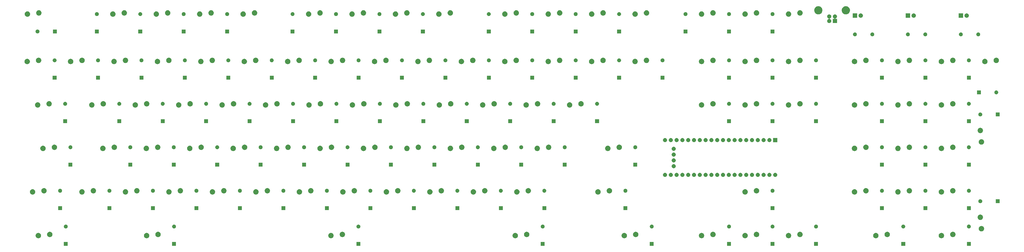
<source format=gbr>
G04 #@! TF.GenerationSoftware,KiCad,Pcbnew,5.1.5+dfsg1-2build2*
G04 #@! TF.CreationDate,2021-12-25T17:24:44+01:00*
G04 #@! TF.ProjectId,ntc-6251-qmk-pcb-rounded,6e74632d-3632-4353-912d-716d6b2d7063,rev?*
G04 #@! TF.SameCoordinates,Original*
G04 #@! TF.FileFunction,Soldermask,Bot*
G04 #@! TF.FilePolarity,Negative*
%FSLAX46Y46*%
G04 Gerber Fmt 4.6, Leading zero omitted, Abs format (unit mm)*
G04 Created by KiCad (PCBNEW 5.1.5+dfsg1-2build2) date 2021-12-25 17:24:44*
%MOMM*%
%LPD*%
G04 APERTURE LIST*
%ADD10C,0.100000*%
G04 APERTURE END LIST*
D10*
G36*
X366631000Y-160421000D02*
G01*
X364929000Y-160421000D01*
X364929000Y-158719000D01*
X366631000Y-158719000D01*
X366631000Y-160421000D01*
G37*
G36*
X423891000Y-160411000D02*
G01*
X422189000Y-160411000D01*
X422189000Y-158709000D01*
X423891000Y-158709000D01*
X423891000Y-160411000D01*
G37*
G36*
X57101000Y-160411000D02*
G01*
X55399000Y-160411000D01*
X55399000Y-158709000D01*
X57101000Y-158709000D01*
X57101000Y-160411000D01*
G37*
G36*
X104521000Y-160411000D02*
G01*
X102819000Y-160411000D01*
X102819000Y-158709000D01*
X104521000Y-158709000D01*
X104521000Y-160411000D01*
G37*
G36*
X347581000Y-160411000D02*
G01*
X345879000Y-160411000D01*
X345879000Y-158709000D01*
X347581000Y-158709000D01*
X347581000Y-160411000D01*
G37*
G36*
X185251000Y-160411000D02*
G01*
X183549000Y-160411000D01*
X183549000Y-158709000D01*
X185251000Y-158709000D01*
X185251000Y-160411000D01*
G37*
G36*
X265971000Y-160411000D02*
G01*
X264269000Y-160411000D01*
X264269000Y-158709000D01*
X265971000Y-158709000D01*
X265971000Y-160411000D01*
G37*
G36*
X313731000Y-160411000D02*
G01*
X312029000Y-160411000D01*
X312029000Y-158709000D01*
X313731000Y-158709000D01*
X313731000Y-160411000D01*
G37*
G36*
X385681000Y-160411000D02*
G01*
X383979000Y-160411000D01*
X383979000Y-158709000D01*
X385681000Y-158709000D01*
X385681000Y-160411000D01*
G37*
G36*
X452611000Y-160401000D02*
G01*
X450909000Y-160401000D01*
X450909000Y-158699000D01*
X452611000Y-158699000D01*
X452611000Y-160401000D01*
G37*
G36*
X334891560Y-154741344D02*
G01*
X335043027Y-154771473D01*
X335257045Y-154860122D01*
X335257046Y-154860123D01*
X335449654Y-154988819D01*
X335613461Y-155152626D01*
X335699258Y-155281031D01*
X335742158Y-155345235D01*
X335830807Y-155559253D01*
X335830807Y-155559255D01*
X335875547Y-155784174D01*
X335876000Y-155786454D01*
X335876000Y-156018106D01*
X335830807Y-156245307D01*
X335742158Y-156459325D01*
X335742157Y-156459326D01*
X335613461Y-156651934D01*
X335449654Y-156815741D01*
X335321249Y-156901538D01*
X335257045Y-156944438D01*
X335043027Y-157033087D01*
X334891560Y-157063216D01*
X334815827Y-157078280D01*
X334584173Y-157078280D01*
X334508440Y-157063216D01*
X334356973Y-157033087D01*
X334142955Y-156944438D01*
X334078751Y-156901538D01*
X333950346Y-156815741D01*
X333786539Y-156651934D01*
X333657843Y-156459326D01*
X333657842Y-156459325D01*
X333569193Y-156245307D01*
X333524000Y-156018106D01*
X333524000Y-155786454D01*
X333524454Y-155784174D01*
X333569193Y-155559255D01*
X333569193Y-155559253D01*
X333657842Y-155345235D01*
X333700742Y-155281031D01*
X333786539Y-155152626D01*
X333950346Y-154988819D01*
X334142954Y-154860123D01*
X334142955Y-154860122D01*
X334356973Y-154771473D01*
X334508440Y-154741344D01*
X334584173Y-154726280D01*
X334815827Y-154726280D01*
X334891560Y-154741344D01*
G37*
G36*
X353943700Y-154741344D02*
G01*
X354095167Y-154771473D01*
X354309185Y-154860122D01*
X354309186Y-154860123D01*
X354501794Y-154988819D01*
X354665601Y-155152626D01*
X354751398Y-155281031D01*
X354794298Y-155345235D01*
X354882947Y-155559253D01*
X354882947Y-155559255D01*
X354927687Y-155784174D01*
X354928140Y-155786454D01*
X354928140Y-156018106D01*
X354882947Y-156245307D01*
X354794298Y-156459325D01*
X354794297Y-156459326D01*
X354665601Y-156651934D01*
X354501794Y-156815741D01*
X354373389Y-156901538D01*
X354309185Y-156944438D01*
X354095167Y-157033087D01*
X353943700Y-157063216D01*
X353867967Y-157078280D01*
X353636313Y-157078280D01*
X353560580Y-157063216D01*
X353409113Y-157033087D01*
X353195095Y-156944438D01*
X353130891Y-156901538D01*
X353002486Y-156815741D01*
X352838679Y-156651934D01*
X352709983Y-156459326D01*
X352709982Y-156459325D01*
X352621333Y-156245307D01*
X352576140Y-156018106D01*
X352576140Y-155786454D01*
X352576594Y-155784174D01*
X352621333Y-155559255D01*
X352621333Y-155559253D01*
X352709982Y-155345235D01*
X352752882Y-155281031D01*
X352838679Y-155152626D01*
X353002486Y-154988819D01*
X353195094Y-154860123D01*
X353195095Y-154860122D01*
X353409113Y-154771473D01*
X353560580Y-154741344D01*
X353636313Y-154726280D01*
X353867967Y-154726280D01*
X353943700Y-154741344D01*
G37*
G36*
X372991560Y-154741344D02*
G01*
X373143027Y-154771473D01*
X373357045Y-154860122D01*
X373357046Y-154860123D01*
X373549654Y-154988819D01*
X373713461Y-155152626D01*
X373799258Y-155281031D01*
X373842158Y-155345235D01*
X373930807Y-155559253D01*
X373930807Y-155559255D01*
X373975547Y-155784174D01*
X373976000Y-155786454D01*
X373976000Y-156018106D01*
X373930807Y-156245307D01*
X373842158Y-156459325D01*
X373842157Y-156459326D01*
X373713461Y-156651934D01*
X373549654Y-156815741D01*
X373421249Y-156901538D01*
X373357045Y-156944438D01*
X373143027Y-157033087D01*
X372991560Y-157063216D01*
X372915827Y-157078280D01*
X372684173Y-157078280D01*
X372608440Y-157063216D01*
X372456973Y-157033087D01*
X372242955Y-156944438D01*
X372178751Y-156901538D01*
X372050346Y-156815741D01*
X371886539Y-156651934D01*
X371757843Y-156459326D01*
X371757842Y-156459325D01*
X371669193Y-156245307D01*
X371624000Y-156018106D01*
X371624000Y-155786454D01*
X371624454Y-155784174D01*
X371669193Y-155559255D01*
X371669193Y-155559253D01*
X371757842Y-155345235D01*
X371800742Y-155281031D01*
X371886539Y-155152626D01*
X372050346Y-154988819D01*
X372242954Y-154860123D01*
X372242955Y-154860122D01*
X372456973Y-154771473D01*
X372608440Y-154741344D01*
X372684173Y-154726280D01*
X372915827Y-154726280D01*
X372991560Y-154741344D01*
G37*
G36*
X301041560Y-154739064D02*
G01*
X301193027Y-154769193D01*
X301407045Y-154857842D01*
X301471249Y-154900742D01*
X301599654Y-154986539D01*
X301763461Y-155150346D01*
X301764984Y-155152626D01*
X301892158Y-155342955D01*
X301980807Y-155556973D01*
X301981261Y-155559255D01*
X302026000Y-155784173D01*
X302026000Y-156015827D01*
X302025546Y-156018107D01*
X301980807Y-156243027D01*
X301892158Y-156457045D01*
X301890634Y-156459326D01*
X301763461Y-156649654D01*
X301599654Y-156813461D01*
X301471249Y-156899258D01*
X301407045Y-156942158D01*
X301193027Y-157030807D01*
X301041560Y-157060936D01*
X300965827Y-157076000D01*
X300734173Y-157076000D01*
X300658440Y-157060936D01*
X300506973Y-157030807D01*
X300292955Y-156942158D01*
X300228751Y-156899258D01*
X300100346Y-156813461D01*
X299936539Y-156649654D01*
X299809366Y-156459326D01*
X299807842Y-156457045D01*
X299719193Y-156243027D01*
X299674454Y-156018107D01*
X299674000Y-156015827D01*
X299674000Y-155784173D01*
X299718739Y-155559255D01*
X299719193Y-155556973D01*
X299807842Y-155342955D01*
X299935016Y-155152626D01*
X299936539Y-155150346D01*
X300100346Y-154986539D01*
X300228751Y-154900742D01*
X300292955Y-154857842D01*
X300506973Y-154769193D01*
X300658440Y-154739064D01*
X300734173Y-154724000D01*
X300965827Y-154724000D01*
X301041560Y-154739064D01*
G37*
G36*
X253291560Y-154739064D02*
G01*
X253443027Y-154769193D01*
X253657045Y-154857842D01*
X253721249Y-154900742D01*
X253849654Y-154986539D01*
X254013461Y-155150346D01*
X254014984Y-155152626D01*
X254142158Y-155342955D01*
X254230807Y-155556973D01*
X254231261Y-155559255D01*
X254276000Y-155784173D01*
X254276000Y-156015827D01*
X254275546Y-156018107D01*
X254230807Y-156243027D01*
X254142158Y-156457045D01*
X254140634Y-156459326D01*
X254013461Y-156649654D01*
X253849654Y-156813461D01*
X253721249Y-156899258D01*
X253657045Y-156942158D01*
X253443027Y-157030807D01*
X253291560Y-157060936D01*
X253215827Y-157076000D01*
X252984173Y-157076000D01*
X252908440Y-157060936D01*
X252756973Y-157030807D01*
X252542955Y-156942158D01*
X252478751Y-156899258D01*
X252350346Y-156813461D01*
X252186539Y-156649654D01*
X252059366Y-156459326D01*
X252057842Y-156457045D01*
X251969193Y-156243027D01*
X251924454Y-156018107D01*
X251924000Y-156015827D01*
X251924000Y-155784173D01*
X251968739Y-155559255D01*
X251969193Y-155556973D01*
X252057842Y-155342955D01*
X252185016Y-155152626D01*
X252186539Y-155150346D01*
X252350346Y-154986539D01*
X252478751Y-154900742D01*
X252542955Y-154857842D01*
X252756973Y-154769193D01*
X252908440Y-154739064D01*
X252984173Y-154724000D01*
X253215827Y-154724000D01*
X253291560Y-154739064D01*
G37*
G36*
X172566560Y-154739064D02*
G01*
X172718027Y-154769193D01*
X172932045Y-154857842D01*
X172996249Y-154900742D01*
X173124654Y-154986539D01*
X173288461Y-155150346D01*
X173289984Y-155152626D01*
X173417158Y-155342955D01*
X173505807Y-155556973D01*
X173506261Y-155559255D01*
X173551000Y-155784173D01*
X173551000Y-156015827D01*
X173550546Y-156018107D01*
X173505807Y-156243027D01*
X173417158Y-156457045D01*
X173415634Y-156459326D01*
X173288461Y-156649654D01*
X173124654Y-156813461D01*
X172996249Y-156899258D01*
X172932045Y-156942158D01*
X172718027Y-157030807D01*
X172566560Y-157060936D01*
X172490827Y-157076000D01*
X172259173Y-157076000D01*
X172183440Y-157060936D01*
X172031973Y-157030807D01*
X171817955Y-156942158D01*
X171753751Y-156899258D01*
X171625346Y-156813461D01*
X171461539Y-156649654D01*
X171334366Y-156459326D01*
X171332842Y-156457045D01*
X171244193Y-156243027D01*
X171199454Y-156018107D01*
X171199000Y-156015827D01*
X171199000Y-155784173D01*
X171243739Y-155559255D01*
X171244193Y-155556973D01*
X171332842Y-155342955D01*
X171460016Y-155152626D01*
X171461539Y-155150346D01*
X171625346Y-154986539D01*
X171753751Y-154900742D01*
X171817955Y-154857842D01*
X172031973Y-154769193D01*
X172183440Y-154739064D01*
X172259173Y-154724000D01*
X172490827Y-154724000D01*
X172566560Y-154739064D01*
G37*
G36*
X44416560Y-154739064D02*
G01*
X44568027Y-154769193D01*
X44782045Y-154857842D01*
X44846249Y-154900742D01*
X44974654Y-154986539D01*
X45138461Y-155150346D01*
X45139984Y-155152626D01*
X45267158Y-155342955D01*
X45355807Y-155556973D01*
X45356261Y-155559255D01*
X45401000Y-155784173D01*
X45401000Y-156015827D01*
X45400546Y-156018107D01*
X45355807Y-156243027D01*
X45267158Y-156457045D01*
X45265634Y-156459326D01*
X45138461Y-156649654D01*
X44974654Y-156813461D01*
X44846249Y-156899258D01*
X44782045Y-156942158D01*
X44568027Y-157030807D01*
X44416560Y-157060936D01*
X44340827Y-157076000D01*
X44109173Y-157076000D01*
X44033440Y-157060936D01*
X43881973Y-157030807D01*
X43667955Y-156942158D01*
X43603751Y-156899258D01*
X43475346Y-156813461D01*
X43311539Y-156649654D01*
X43184366Y-156459326D01*
X43182842Y-156457045D01*
X43094193Y-156243027D01*
X43049454Y-156018107D01*
X43049000Y-156015827D01*
X43049000Y-155784173D01*
X43093739Y-155559255D01*
X43094193Y-155556973D01*
X43182842Y-155342955D01*
X43310016Y-155152626D01*
X43311539Y-155150346D01*
X43475346Y-154986539D01*
X43603751Y-154900742D01*
X43667955Y-154857842D01*
X43881973Y-154769193D01*
X44033440Y-154739064D01*
X44109173Y-154724000D01*
X44340827Y-154724000D01*
X44416560Y-154739064D01*
G37*
G36*
X439932860Y-154739064D02*
G01*
X440084327Y-154769193D01*
X440298345Y-154857842D01*
X440362549Y-154900742D01*
X440490954Y-154986539D01*
X440654761Y-155150346D01*
X440656284Y-155152626D01*
X440783458Y-155342955D01*
X440872107Y-155556973D01*
X440872561Y-155559255D01*
X440917300Y-155784173D01*
X440917300Y-156015827D01*
X440916846Y-156018107D01*
X440872107Y-156243027D01*
X440783458Y-156457045D01*
X440781934Y-156459326D01*
X440654761Y-156649654D01*
X440490954Y-156813461D01*
X440362549Y-156899258D01*
X440298345Y-156942158D01*
X440084327Y-157030807D01*
X439932860Y-157060936D01*
X439857127Y-157076000D01*
X439625473Y-157076000D01*
X439549740Y-157060936D01*
X439398273Y-157030807D01*
X439184255Y-156942158D01*
X439120051Y-156899258D01*
X438991646Y-156813461D01*
X438827839Y-156649654D01*
X438700666Y-156459326D01*
X438699142Y-156457045D01*
X438610493Y-156243027D01*
X438565754Y-156018107D01*
X438565300Y-156015827D01*
X438565300Y-155784173D01*
X438610039Y-155559255D01*
X438610493Y-155556973D01*
X438699142Y-155342955D01*
X438826316Y-155152626D01*
X438827839Y-155150346D01*
X438991646Y-154986539D01*
X439120051Y-154900742D01*
X439184255Y-154857842D01*
X439398273Y-154769193D01*
X439549740Y-154739064D01*
X439625473Y-154724000D01*
X439857127Y-154724000D01*
X439932860Y-154739064D01*
G37*
G36*
X91841560Y-154739064D02*
G01*
X91993027Y-154769193D01*
X92207045Y-154857842D01*
X92271249Y-154900742D01*
X92399654Y-154986539D01*
X92563461Y-155150346D01*
X92564984Y-155152626D01*
X92692158Y-155342955D01*
X92780807Y-155556973D01*
X92781261Y-155559255D01*
X92826000Y-155784173D01*
X92826000Y-156015827D01*
X92825546Y-156018107D01*
X92780807Y-156243027D01*
X92692158Y-156457045D01*
X92690634Y-156459326D01*
X92563461Y-156649654D01*
X92399654Y-156813461D01*
X92271249Y-156899258D01*
X92207045Y-156942158D01*
X91993027Y-157030807D01*
X91841560Y-157060936D01*
X91765827Y-157076000D01*
X91534173Y-157076000D01*
X91458440Y-157060936D01*
X91306973Y-157030807D01*
X91092955Y-156942158D01*
X91028751Y-156899258D01*
X90900346Y-156813461D01*
X90736539Y-156649654D01*
X90609366Y-156459326D01*
X90607842Y-156457045D01*
X90519193Y-156243027D01*
X90474454Y-156018107D01*
X90474000Y-156015827D01*
X90474000Y-155784173D01*
X90518739Y-155559255D01*
X90519193Y-155556973D01*
X90607842Y-155342955D01*
X90735016Y-155152626D01*
X90736539Y-155150346D01*
X90900346Y-154986539D01*
X91028751Y-154900742D01*
X91092955Y-154857842D01*
X91306973Y-154769193D01*
X91458440Y-154739064D01*
X91534173Y-154724000D01*
X91765827Y-154724000D01*
X91841560Y-154739064D01*
G37*
G36*
X411208000Y-154738804D02*
G01*
X411359467Y-154768933D01*
X411573485Y-154857582D01*
X411637689Y-154900482D01*
X411766094Y-154986279D01*
X411929901Y-155150086D01*
X411931598Y-155152626D01*
X412058598Y-155342695D01*
X412147247Y-155556713D01*
X412192440Y-155783914D01*
X412192440Y-156015566D01*
X412147247Y-156242767D01*
X412058598Y-156456785D01*
X412056901Y-156459325D01*
X411929901Y-156649394D01*
X411766094Y-156813201D01*
X411637689Y-156898998D01*
X411573485Y-156941898D01*
X411359467Y-157030547D01*
X411208000Y-157060676D01*
X411132267Y-157075740D01*
X410900613Y-157075740D01*
X410824880Y-157060676D01*
X410673413Y-157030547D01*
X410459395Y-156941898D01*
X410395191Y-156898998D01*
X410266786Y-156813201D01*
X410102979Y-156649394D01*
X409975979Y-156459325D01*
X409974282Y-156456785D01*
X409885633Y-156242767D01*
X409840440Y-156015566D01*
X409840440Y-155783914D01*
X409885633Y-155556713D01*
X409974282Y-155342695D01*
X410101282Y-155152626D01*
X410102979Y-155150086D01*
X410266786Y-154986279D01*
X410395191Y-154900482D01*
X410459395Y-154857582D01*
X410673413Y-154768933D01*
X410824880Y-154738804D01*
X410900613Y-154723740D01*
X411132267Y-154723740D01*
X411208000Y-154738804D01*
G37*
G36*
X358943700Y-154241344D02*
G01*
X359095167Y-154271473D01*
X359309185Y-154360122D01*
X359309186Y-154360123D01*
X359501794Y-154488819D01*
X359665601Y-154652626D01*
X359743488Y-154769193D01*
X359794298Y-154845235D01*
X359882947Y-155059253D01*
X359901520Y-155152626D01*
X359928140Y-155286453D01*
X359928140Y-155518107D01*
X359919955Y-155559253D01*
X359882947Y-155745307D01*
X359794298Y-155959325D01*
X359794297Y-155959326D01*
X359665601Y-156151934D01*
X359501794Y-156315741D01*
X359373389Y-156401538D01*
X359309185Y-156444438D01*
X359095167Y-156533087D01*
X358943700Y-156563216D01*
X358867967Y-156578280D01*
X358636313Y-156578280D01*
X358560580Y-156563216D01*
X358409113Y-156533087D01*
X358195095Y-156444438D01*
X358130891Y-156401538D01*
X358002486Y-156315741D01*
X357838679Y-156151934D01*
X357709983Y-155959326D01*
X357709982Y-155959325D01*
X357621333Y-155745307D01*
X357584325Y-155559253D01*
X357576140Y-155518107D01*
X357576140Y-155286453D01*
X357602760Y-155152626D01*
X357621333Y-155059253D01*
X357709982Y-154845235D01*
X357760792Y-154769193D01*
X357838679Y-154652626D01*
X358002486Y-154488819D01*
X358195094Y-154360123D01*
X358195095Y-154360122D01*
X358409113Y-154271473D01*
X358560580Y-154241344D01*
X358636313Y-154226280D01*
X358867967Y-154226280D01*
X358943700Y-154241344D01*
G37*
G36*
X377991560Y-154241344D02*
G01*
X378143027Y-154271473D01*
X378357045Y-154360122D01*
X378357046Y-154360123D01*
X378549654Y-154488819D01*
X378713461Y-154652626D01*
X378791348Y-154769193D01*
X378842158Y-154845235D01*
X378930807Y-155059253D01*
X378949380Y-155152626D01*
X378976000Y-155286453D01*
X378976000Y-155518107D01*
X378967815Y-155559253D01*
X378930807Y-155745307D01*
X378842158Y-155959325D01*
X378842157Y-155959326D01*
X378713461Y-156151934D01*
X378549654Y-156315741D01*
X378421249Y-156401538D01*
X378357045Y-156444438D01*
X378143027Y-156533087D01*
X377991560Y-156563216D01*
X377915827Y-156578280D01*
X377684173Y-156578280D01*
X377608440Y-156563216D01*
X377456973Y-156533087D01*
X377242955Y-156444438D01*
X377178751Y-156401538D01*
X377050346Y-156315741D01*
X376886539Y-156151934D01*
X376757843Y-155959326D01*
X376757842Y-155959325D01*
X376669193Y-155745307D01*
X376632185Y-155559253D01*
X376624000Y-155518107D01*
X376624000Y-155286453D01*
X376650620Y-155152626D01*
X376669193Y-155059253D01*
X376757842Y-154845235D01*
X376808652Y-154769193D01*
X376886539Y-154652626D01*
X377050346Y-154488819D01*
X377242954Y-154360123D01*
X377242955Y-154360122D01*
X377456973Y-154271473D01*
X377608440Y-154241344D01*
X377684173Y-154226280D01*
X377915827Y-154226280D01*
X377991560Y-154241344D01*
G37*
G36*
X339891560Y-154241344D02*
G01*
X340043027Y-154271473D01*
X340257045Y-154360122D01*
X340257046Y-154360123D01*
X340449654Y-154488819D01*
X340613461Y-154652626D01*
X340691348Y-154769193D01*
X340742158Y-154845235D01*
X340830807Y-155059253D01*
X340849380Y-155152626D01*
X340876000Y-155286453D01*
X340876000Y-155518107D01*
X340867815Y-155559253D01*
X340830807Y-155745307D01*
X340742158Y-155959325D01*
X340742157Y-155959326D01*
X340613461Y-156151934D01*
X340449654Y-156315741D01*
X340321249Y-156401538D01*
X340257045Y-156444438D01*
X340043027Y-156533087D01*
X339891560Y-156563216D01*
X339815827Y-156578280D01*
X339584173Y-156578280D01*
X339508440Y-156563216D01*
X339356973Y-156533087D01*
X339142955Y-156444438D01*
X339078751Y-156401538D01*
X338950346Y-156315741D01*
X338786539Y-156151934D01*
X338657843Y-155959326D01*
X338657842Y-155959325D01*
X338569193Y-155745307D01*
X338532185Y-155559253D01*
X338524000Y-155518107D01*
X338524000Y-155286453D01*
X338550620Y-155152626D01*
X338569193Y-155059253D01*
X338657842Y-154845235D01*
X338708652Y-154769193D01*
X338786539Y-154652626D01*
X338950346Y-154488819D01*
X339142954Y-154360123D01*
X339142955Y-154360122D01*
X339356973Y-154271473D01*
X339508440Y-154241344D01*
X339584173Y-154226280D01*
X339815827Y-154226280D01*
X339891560Y-154241344D01*
G37*
G36*
X96841560Y-154239064D02*
G01*
X96993027Y-154269193D01*
X97207045Y-154357842D01*
X97271249Y-154400742D01*
X97399654Y-154486539D01*
X97563461Y-154650346D01*
X97564984Y-154652626D01*
X97692158Y-154842955D01*
X97780807Y-155056973D01*
X97810936Y-155208440D01*
X97826000Y-155284173D01*
X97826000Y-155515827D01*
X97810936Y-155591560D01*
X97780807Y-155743027D01*
X97692158Y-155957045D01*
X97690634Y-155959326D01*
X97563461Y-156149654D01*
X97399654Y-156313461D01*
X97271249Y-156399258D01*
X97207045Y-156442158D01*
X96993027Y-156530807D01*
X96841560Y-156560936D01*
X96765827Y-156576000D01*
X96534173Y-156576000D01*
X96458440Y-156560936D01*
X96306973Y-156530807D01*
X96092955Y-156442158D01*
X96028751Y-156399258D01*
X95900346Y-156313461D01*
X95736539Y-156149654D01*
X95609366Y-155959326D01*
X95607842Y-155957045D01*
X95519193Y-155743027D01*
X95489064Y-155591560D01*
X95474000Y-155515827D01*
X95474000Y-155284173D01*
X95489064Y-155208440D01*
X95519193Y-155056973D01*
X95607842Y-154842955D01*
X95735016Y-154652626D01*
X95736539Y-154650346D01*
X95900346Y-154486539D01*
X96028751Y-154400742D01*
X96092955Y-154357842D01*
X96306973Y-154269193D01*
X96458440Y-154239064D01*
X96534173Y-154224000D01*
X96765827Y-154224000D01*
X96841560Y-154239064D01*
G37*
G36*
X444932860Y-154239064D02*
G01*
X445084327Y-154269193D01*
X445298345Y-154357842D01*
X445362549Y-154400742D01*
X445490954Y-154486539D01*
X445654761Y-154650346D01*
X445656284Y-154652626D01*
X445783458Y-154842955D01*
X445872107Y-155056973D01*
X445902236Y-155208440D01*
X445917300Y-155284173D01*
X445917300Y-155515827D01*
X445902236Y-155591560D01*
X445872107Y-155743027D01*
X445783458Y-155957045D01*
X445781934Y-155959326D01*
X445654761Y-156149654D01*
X445490954Y-156313461D01*
X445362549Y-156399258D01*
X445298345Y-156442158D01*
X445084327Y-156530807D01*
X444932860Y-156560936D01*
X444857127Y-156576000D01*
X444625473Y-156576000D01*
X444549740Y-156560936D01*
X444398273Y-156530807D01*
X444184255Y-156442158D01*
X444120051Y-156399258D01*
X443991646Y-156313461D01*
X443827839Y-156149654D01*
X443700666Y-155959326D01*
X443699142Y-155957045D01*
X443610493Y-155743027D01*
X443580364Y-155591560D01*
X443565300Y-155515827D01*
X443565300Y-155284173D01*
X443580364Y-155208440D01*
X443610493Y-155056973D01*
X443699142Y-154842955D01*
X443826316Y-154652626D01*
X443827839Y-154650346D01*
X443991646Y-154486539D01*
X444120051Y-154400742D01*
X444184255Y-154357842D01*
X444398273Y-154269193D01*
X444549740Y-154239064D01*
X444625473Y-154224000D01*
X444857127Y-154224000D01*
X444932860Y-154239064D01*
G37*
G36*
X49416560Y-154239064D02*
G01*
X49568027Y-154269193D01*
X49782045Y-154357842D01*
X49846249Y-154400742D01*
X49974654Y-154486539D01*
X50138461Y-154650346D01*
X50139984Y-154652626D01*
X50267158Y-154842955D01*
X50355807Y-155056973D01*
X50385936Y-155208440D01*
X50401000Y-155284173D01*
X50401000Y-155515827D01*
X50385936Y-155591560D01*
X50355807Y-155743027D01*
X50267158Y-155957045D01*
X50265634Y-155959326D01*
X50138461Y-156149654D01*
X49974654Y-156313461D01*
X49846249Y-156399258D01*
X49782045Y-156442158D01*
X49568027Y-156530807D01*
X49416560Y-156560936D01*
X49340827Y-156576000D01*
X49109173Y-156576000D01*
X49033440Y-156560936D01*
X48881973Y-156530807D01*
X48667955Y-156442158D01*
X48603751Y-156399258D01*
X48475346Y-156313461D01*
X48311539Y-156149654D01*
X48184366Y-155959326D01*
X48182842Y-155957045D01*
X48094193Y-155743027D01*
X48064064Y-155591560D01*
X48049000Y-155515827D01*
X48049000Y-155284173D01*
X48064064Y-155208440D01*
X48094193Y-155056973D01*
X48182842Y-154842955D01*
X48310016Y-154652626D01*
X48311539Y-154650346D01*
X48475346Y-154486539D01*
X48603751Y-154400742D01*
X48667955Y-154357842D01*
X48881973Y-154269193D01*
X49033440Y-154239064D01*
X49109173Y-154224000D01*
X49340827Y-154224000D01*
X49416560Y-154239064D01*
G37*
G36*
X306041560Y-154239064D02*
G01*
X306193027Y-154269193D01*
X306407045Y-154357842D01*
X306471249Y-154400742D01*
X306599654Y-154486539D01*
X306763461Y-154650346D01*
X306764984Y-154652626D01*
X306892158Y-154842955D01*
X306980807Y-155056973D01*
X307010936Y-155208440D01*
X307026000Y-155284173D01*
X307026000Y-155515827D01*
X307010936Y-155591560D01*
X306980807Y-155743027D01*
X306892158Y-155957045D01*
X306890634Y-155959326D01*
X306763461Y-156149654D01*
X306599654Y-156313461D01*
X306471249Y-156399258D01*
X306407045Y-156442158D01*
X306193027Y-156530807D01*
X306041560Y-156560936D01*
X305965827Y-156576000D01*
X305734173Y-156576000D01*
X305658440Y-156560936D01*
X305506973Y-156530807D01*
X305292955Y-156442158D01*
X305228751Y-156399258D01*
X305100346Y-156313461D01*
X304936539Y-156149654D01*
X304809366Y-155959326D01*
X304807842Y-155957045D01*
X304719193Y-155743027D01*
X304689064Y-155591560D01*
X304674000Y-155515827D01*
X304674000Y-155284173D01*
X304689064Y-155208440D01*
X304719193Y-155056973D01*
X304807842Y-154842955D01*
X304935016Y-154652626D01*
X304936539Y-154650346D01*
X305100346Y-154486539D01*
X305228751Y-154400742D01*
X305292955Y-154357842D01*
X305506973Y-154269193D01*
X305658440Y-154239064D01*
X305734173Y-154224000D01*
X305965827Y-154224000D01*
X306041560Y-154239064D01*
G37*
G36*
X177566560Y-154239064D02*
G01*
X177718027Y-154269193D01*
X177932045Y-154357842D01*
X177996249Y-154400742D01*
X178124654Y-154486539D01*
X178288461Y-154650346D01*
X178289984Y-154652626D01*
X178417158Y-154842955D01*
X178505807Y-155056973D01*
X178535936Y-155208440D01*
X178551000Y-155284173D01*
X178551000Y-155515827D01*
X178535936Y-155591560D01*
X178505807Y-155743027D01*
X178417158Y-155957045D01*
X178415634Y-155959326D01*
X178288461Y-156149654D01*
X178124654Y-156313461D01*
X177996249Y-156399258D01*
X177932045Y-156442158D01*
X177718027Y-156530807D01*
X177566560Y-156560936D01*
X177490827Y-156576000D01*
X177259173Y-156576000D01*
X177183440Y-156560936D01*
X177031973Y-156530807D01*
X176817955Y-156442158D01*
X176753751Y-156399258D01*
X176625346Y-156313461D01*
X176461539Y-156149654D01*
X176334366Y-155959326D01*
X176332842Y-155957045D01*
X176244193Y-155743027D01*
X176214064Y-155591560D01*
X176199000Y-155515827D01*
X176199000Y-155284173D01*
X176214064Y-155208440D01*
X176244193Y-155056973D01*
X176332842Y-154842955D01*
X176460016Y-154652626D01*
X176461539Y-154650346D01*
X176625346Y-154486539D01*
X176753751Y-154400742D01*
X176817955Y-154357842D01*
X177031973Y-154269193D01*
X177183440Y-154239064D01*
X177259173Y-154224000D01*
X177490827Y-154224000D01*
X177566560Y-154239064D01*
G37*
G36*
X258291560Y-154239064D02*
G01*
X258443027Y-154269193D01*
X258657045Y-154357842D01*
X258721249Y-154400742D01*
X258849654Y-154486539D01*
X259013461Y-154650346D01*
X259014984Y-154652626D01*
X259142158Y-154842955D01*
X259230807Y-155056973D01*
X259260936Y-155208440D01*
X259276000Y-155284173D01*
X259276000Y-155515827D01*
X259260936Y-155591560D01*
X259230807Y-155743027D01*
X259142158Y-155957045D01*
X259140634Y-155959326D01*
X259013461Y-156149654D01*
X258849654Y-156313461D01*
X258721249Y-156399258D01*
X258657045Y-156442158D01*
X258443027Y-156530807D01*
X258291560Y-156560936D01*
X258215827Y-156576000D01*
X257984173Y-156576000D01*
X257908440Y-156560936D01*
X257756973Y-156530807D01*
X257542955Y-156442158D01*
X257478751Y-156399258D01*
X257350346Y-156313461D01*
X257186539Y-156149654D01*
X257059366Y-155959326D01*
X257057842Y-155957045D01*
X256969193Y-155743027D01*
X256939064Y-155591560D01*
X256924000Y-155515827D01*
X256924000Y-155284173D01*
X256939064Y-155208440D01*
X256969193Y-155056973D01*
X257057842Y-154842955D01*
X257185016Y-154652626D01*
X257186539Y-154650346D01*
X257350346Y-154486539D01*
X257478751Y-154400742D01*
X257542955Y-154357842D01*
X257756973Y-154269193D01*
X257908440Y-154239064D01*
X257984173Y-154224000D01*
X258215827Y-154224000D01*
X258291560Y-154239064D01*
G37*
G36*
X416208000Y-154238804D02*
G01*
X416359467Y-154268933D01*
X416573485Y-154357582D01*
X416637689Y-154400482D01*
X416766094Y-154486279D01*
X416929901Y-154650086D01*
X416980812Y-154726280D01*
X417058598Y-154842695D01*
X417147247Y-155056713D01*
X417192440Y-155283914D01*
X417192440Y-155515566D01*
X417147247Y-155742767D01*
X417058598Y-155956785D01*
X417056901Y-155959325D01*
X416929901Y-156149394D01*
X416766094Y-156313201D01*
X416637689Y-156398998D01*
X416573485Y-156441898D01*
X416359467Y-156530547D01*
X416208000Y-156560676D01*
X416132267Y-156575740D01*
X415900613Y-156575740D01*
X415824880Y-156560676D01*
X415673413Y-156530547D01*
X415459395Y-156441898D01*
X415395191Y-156398998D01*
X415266786Y-156313201D01*
X415102979Y-156149394D01*
X414975979Y-155959325D01*
X414974282Y-155956785D01*
X414885633Y-155742767D01*
X414840440Y-155515566D01*
X414840440Y-155283914D01*
X414885633Y-155056713D01*
X414974282Y-154842695D01*
X415052068Y-154726280D01*
X415102979Y-154650086D01*
X415266786Y-154486279D01*
X415395191Y-154400482D01*
X415459395Y-154357582D01*
X415673413Y-154268933D01*
X415824880Y-154238804D01*
X415900613Y-154223740D01*
X416132267Y-154223740D01*
X416208000Y-154238804D01*
G37*
G36*
X457459760Y-151715324D02*
G01*
X457611227Y-151745453D01*
X457825245Y-151834102D01*
X457825246Y-151834103D01*
X458017854Y-151962799D01*
X458181661Y-152126606D01*
X458267458Y-152255011D01*
X458310358Y-152319215D01*
X458399007Y-152533233D01*
X458414479Y-152611015D01*
X458441786Y-152748295D01*
X458444200Y-152760434D01*
X458444200Y-152992086D01*
X458399007Y-153219287D01*
X458310358Y-153433305D01*
X458310357Y-153433306D01*
X458181661Y-153625914D01*
X458017854Y-153789721D01*
X457889449Y-153875518D01*
X457825245Y-153918418D01*
X457611227Y-154007067D01*
X457459760Y-154037196D01*
X457384027Y-154052260D01*
X457152373Y-154052260D01*
X457076640Y-154037196D01*
X456925173Y-154007067D01*
X456711155Y-153918418D01*
X456646951Y-153875518D01*
X456518546Y-153789721D01*
X456354739Y-153625914D01*
X456226043Y-153433306D01*
X456226042Y-153433305D01*
X456137393Y-153219287D01*
X456092200Y-152992086D01*
X456092200Y-152760434D01*
X456094615Y-152748295D01*
X456121921Y-152611015D01*
X456137393Y-152533233D01*
X456226042Y-152319215D01*
X456268942Y-152255011D01*
X456354739Y-152126606D01*
X456518546Y-151962799D01*
X456711154Y-151834103D01*
X456711155Y-151834102D01*
X456925173Y-151745453D01*
X457076640Y-151715324D01*
X457152373Y-151700260D01*
X457384027Y-151700260D01*
X457459760Y-151715324D01*
G37*
G36*
X366028228Y-151131703D02*
G01*
X366183100Y-151195853D01*
X366322481Y-151288985D01*
X366441015Y-151407519D01*
X366534147Y-151546900D01*
X366598297Y-151701772D01*
X366631000Y-151866184D01*
X366631000Y-152033816D01*
X366598297Y-152198228D01*
X366534147Y-152353100D01*
X366441015Y-152492481D01*
X366322481Y-152611015D01*
X366183100Y-152704147D01*
X366028228Y-152768297D01*
X365863816Y-152801000D01*
X365696184Y-152801000D01*
X365531772Y-152768297D01*
X365376900Y-152704147D01*
X365237519Y-152611015D01*
X365118985Y-152492481D01*
X365025853Y-152353100D01*
X364961703Y-152198228D01*
X364929000Y-152033816D01*
X364929000Y-151866184D01*
X364961703Y-151701772D01*
X365025853Y-151546900D01*
X365118985Y-151407519D01*
X365237519Y-151288985D01*
X365376900Y-151195853D01*
X365531772Y-151131703D01*
X365696184Y-151099000D01*
X365863816Y-151099000D01*
X366028228Y-151131703D01*
G37*
G36*
X265368228Y-151121703D02*
G01*
X265523100Y-151185853D01*
X265662481Y-151278985D01*
X265781015Y-151397519D01*
X265874147Y-151536900D01*
X265938297Y-151691772D01*
X265971000Y-151856184D01*
X265971000Y-152023816D01*
X265938297Y-152188228D01*
X265874147Y-152343100D01*
X265781015Y-152482481D01*
X265662481Y-152601015D01*
X265523100Y-152694147D01*
X265368228Y-152758297D01*
X265203816Y-152791000D01*
X265036184Y-152791000D01*
X264871772Y-152758297D01*
X264716900Y-152694147D01*
X264577519Y-152601015D01*
X264458985Y-152482481D01*
X264365853Y-152343100D01*
X264301703Y-152188228D01*
X264269000Y-152023816D01*
X264269000Y-151856184D01*
X264301703Y-151691772D01*
X264365853Y-151536900D01*
X264458985Y-151397519D01*
X264577519Y-151278985D01*
X264716900Y-151185853D01*
X264871772Y-151121703D01*
X265036184Y-151089000D01*
X265203816Y-151089000D01*
X265368228Y-151121703D01*
G37*
G36*
X103918228Y-151121703D02*
G01*
X104073100Y-151185853D01*
X104212481Y-151278985D01*
X104331015Y-151397519D01*
X104424147Y-151536900D01*
X104488297Y-151691772D01*
X104521000Y-151856184D01*
X104521000Y-152023816D01*
X104488297Y-152188228D01*
X104424147Y-152343100D01*
X104331015Y-152482481D01*
X104212481Y-152601015D01*
X104073100Y-152694147D01*
X103918228Y-152758297D01*
X103753816Y-152791000D01*
X103586184Y-152791000D01*
X103421772Y-152758297D01*
X103266900Y-152694147D01*
X103127519Y-152601015D01*
X103008985Y-152482481D01*
X102915853Y-152343100D01*
X102851703Y-152188228D01*
X102819000Y-152023816D01*
X102819000Y-151856184D01*
X102851703Y-151691772D01*
X102915853Y-151536900D01*
X103008985Y-151397519D01*
X103127519Y-151278985D01*
X103266900Y-151185853D01*
X103421772Y-151121703D01*
X103586184Y-151089000D01*
X103753816Y-151089000D01*
X103918228Y-151121703D01*
G37*
G36*
X56498228Y-151121703D02*
G01*
X56653100Y-151185853D01*
X56792481Y-151278985D01*
X56911015Y-151397519D01*
X57004147Y-151536900D01*
X57068297Y-151691772D01*
X57101000Y-151856184D01*
X57101000Y-152023816D01*
X57068297Y-152188228D01*
X57004147Y-152343100D01*
X56911015Y-152482481D01*
X56792481Y-152601015D01*
X56653100Y-152694147D01*
X56498228Y-152758297D01*
X56333816Y-152791000D01*
X56166184Y-152791000D01*
X56001772Y-152758297D01*
X55846900Y-152694147D01*
X55707519Y-152601015D01*
X55588985Y-152482481D01*
X55495853Y-152343100D01*
X55431703Y-152188228D01*
X55399000Y-152023816D01*
X55399000Y-151856184D01*
X55431703Y-151691772D01*
X55495853Y-151536900D01*
X55588985Y-151397519D01*
X55707519Y-151278985D01*
X55846900Y-151185853D01*
X56001772Y-151121703D01*
X56166184Y-151089000D01*
X56333816Y-151089000D01*
X56498228Y-151121703D01*
G37*
G36*
X346978228Y-151121703D02*
G01*
X347133100Y-151185853D01*
X347272481Y-151278985D01*
X347391015Y-151397519D01*
X347484147Y-151536900D01*
X347548297Y-151691772D01*
X347581000Y-151856184D01*
X347581000Y-152023816D01*
X347548297Y-152188228D01*
X347484147Y-152343100D01*
X347391015Y-152482481D01*
X347272481Y-152601015D01*
X347133100Y-152694147D01*
X346978228Y-152758297D01*
X346813816Y-152791000D01*
X346646184Y-152791000D01*
X346481772Y-152758297D01*
X346326900Y-152694147D01*
X346187519Y-152601015D01*
X346068985Y-152482481D01*
X345975853Y-152343100D01*
X345911703Y-152188228D01*
X345879000Y-152023816D01*
X345879000Y-151856184D01*
X345911703Y-151691772D01*
X345975853Y-151536900D01*
X346068985Y-151397519D01*
X346187519Y-151278985D01*
X346326900Y-151185853D01*
X346481772Y-151121703D01*
X346646184Y-151089000D01*
X346813816Y-151089000D01*
X346978228Y-151121703D01*
G37*
G36*
X423288228Y-151121703D02*
G01*
X423443100Y-151185853D01*
X423582481Y-151278985D01*
X423701015Y-151397519D01*
X423794147Y-151536900D01*
X423858297Y-151691772D01*
X423891000Y-151856184D01*
X423891000Y-152023816D01*
X423858297Y-152188228D01*
X423794147Y-152343100D01*
X423701015Y-152482481D01*
X423582481Y-152601015D01*
X423443100Y-152694147D01*
X423288228Y-152758297D01*
X423123816Y-152791000D01*
X422956184Y-152791000D01*
X422791772Y-152758297D01*
X422636900Y-152694147D01*
X422497519Y-152601015D01*
X422378985Y-152482481D01*
X422285853Y-152343100D01*
X422221703Y-152188228D01*
X422189000Y-152023816D01*
X422189000Y-151856184D01*
X422221703Y-151691772D01*
X422285853Y-151536900D01*
X422378985Y-151397519D01*
X422497519Y-151278985D01*
X422636900Y-151185853D01*
X422791772Y-151121703D01*
X422956184Y-151089000D01*
X423123816Y-151089000D01*
X423288228Y-151121703D01*
G37*
G36*
X385078228Y-151121703D02*
G01*
X385233100Y-151185853D01*
X385372481Y-151278985D01*
X385491015Y-151397519D01*
X385584147Y-151536900D01*
X385648297Y-151691772D01*
X385681000Y-151856184D01*
X385681000Y-152023816D01*
X385648297Y-152188228D01*
X385584147Y-152343100D01*
X385491015Y-152482481D01*
X385372481Y-152601015D01*
X385233100Y-152694147D01*
X385078228Y-152758297D01*
X384913816Y-152791000D01*
X384746184Y-152791000D01*
X384581772Y-152758297D01*
X384426900Y-152694147D01*
X384287519Y-152601015D01*
X384168985Y-152482481D01*
X384075853Y-152343100D01*
X384011703Y-152188228D01*
X383979000Y-152023816D01*
X383979000Y-151856184D01*
X384011703Y-151691772D01*
X384075853Y-151536900D01*
X384168985Y-151397519D01*
X384287519Y-151278985D01*
X384426900Y-151185853D01*
X384581772Y-151121703D01*
X384746184Y-151089000D01*
X384913816Y-151089000D01*
X385078228Y-151121703D01*
G37*
G36*
X184648228Y-151121703D02*
G01*
X184803100Y-151185853D01*
X184942481Y-151278985D01*
X185061015Y-151397519D01*
X185154147Y-151536900D01*
X185218297Y-151691772D01*
X185251000Y-151856184D01*
X185251000Y-152023816D01*
X185218297Y-152188228D01*
X185154147Y-152343100D01*
X185061015Y-152482481D01*
X184942481Y-152601015D01*
X184803100Y-152694147D01*
X184648228Y-152758297D01*
X184483816Y-152791000D01*
X184316184Y-152791000D01*
X184151772Y-152758297D01*
X183996900Y-152694147D01*
X183857519Y-152601015D01*
X183738985Y-152482481D01*
X183645853Y-152343100D01*
X183581703Y-152188228D01*
X183549000Y-152023816D01*
X183549000Y-151856184D01*
X183581703Y-151691772D01*
X183645853Y-151536900D01*
X183738985Y-151397519D01*
X183857519Y-151278985D01*
X183996900Y-151185853D01*
X184151772Y-151121703D01*
X184316184Y-151089000D01*
X184483816Y-151089000D01*
X184648228Y-151121703D01*
G37*
G36*
X313128228Y-151121703D02*
G01*
X313283100Y-151185853D01*
X313422481Y-151278985D01*
X313541015Y-151397519D01*
X313634147Y-151536900D01*
X313698297Y-151691772D01*
X313731000Y-151856184D01*
X313731000Y-152023816D01*
X313698297Y-152188228D01*
X313634147Y-152343100D01*
X313541015Y-152482481D01*
X313422481Y-152601015D01*
X313283100Y-152694147D01*
X313128228Y-152758297D01*
X312963816Y-152791000D01*
X312796184Y-152791000D01*
X312631772Y-152758297D01*
X312476900Y-152694147D01*
X312337519Y-152601015D01*
X312218985Y-152482481D01*
X312125853Y-152343100D01*
X312061703Y-152188228D01*
X312029000Y-152023816D01*
X312029000Y-151856184D01*
X312061703Y-151691772D01*
X312125853Y-151536900D01*
X312218985Y-151397519D01*
X312337519Y-151278985D01*
X312476900Y-151185853D01*
X312631772Y-151121703D01*
X312796184Y-151089000D01*
X312963816Y-151089000D01*
X313128228Y-151121703D01*
G37*
G36*
X452008228Y-151111703D02*
G01*
X452163100Y-151175853D01*
X452302481Y-151268985D01*
X452421015Y-151387519D01*
X452514147Y-151526900D01*
X452578297Y-151681772D01*
X452611000Y-151846184D01*
X452611000Y-152013816D01*
X452578297Y-152178228D01*
X452514147Y-152333100D01*
X452421015Y-152472481D01*
X452302481Y-152591015D01*
X452163100Y-152684147D01*
X452008228Y-152748297D01*
X451843816Y-152781000D01*
X451676184Y-152781000D01*
X451511772Y-152748297D01*
X451356900Y-152684147D01*
X451217519Y-152591015D01*
X451098985Y-152472481D01*
X451005853Y-152333100D01*
X450941703Y-152178228D01*
X450909000Y-152013816D01*
X450909000Y-151846184D01*
X450941703Y-151681772D01*
X451005853Y-151526900D01*
X451098985Y-151387519D01*
X451217519Y-151268985D01*
X451356900Y-151175853D01*
X451511772Y-151111703D01*
X451676184Y-151079000D01*
X451843816Y-151079000D01*
X452008228Y-151111703D01*
G37*
G36*
X456959760Y-146715324D02*
G01*
X457111227Y-146745453D01*
X457325245Y-146834102D01*
X457325246Y-146834103D01*
X457517854Y-146962799D01*
X457681661Y-147126606D01*
X457767458Y-147255011D01*
X457810358Y-147319215D01*
X457899007Y-147533233D01*
X457944200Y-147760434D01*
X457944200Y-147992086D01*
X457899007Y-148219287D01*
X457810358Y-148433305D01*
X457810357Y-148433306D01*
X457681661Y-148625914D01*
X457517854Y-148789721D01*
X457389449Y-148875518D01*
X457325245Y-148918418D01*
X457111227Y-149007067D01*
X456959760Y-149037196D01*
X456884027Y-149052260D01*
X456652373Y-149052260D01*
X456576640Y-149037196D01*
X456425173Y-149007067D01*
X456211155Y-148918418D01*
X456146951Y-148875518D01*
X456018546Y-148789721D01*
X455854739Y-148625914D01*
X455726043Y-148433306D01*
X455726042Y-148433305D01*
X455637393Y-148219287D01*
X455592200Y-147992086D01*
X455592200Y-147760434D01*
X455637393Y-147533233D01*
X455726042Y-147319215D01*
X455768942Y-147255011D01*
X455854739Y-147126606D01*
X456018546Y-146962799D01*
X456211154Y-146834103D01*
X456211155Y-146834102D01*
X456425173Y-146745453D01*
X456576640Y-146715324D01*
X456652373Y-146700260D01*
X456884027Y-146700260D01*
X456959760Y-146715324D01*
G37*
G36*
X414551000Y-144724220D02*
G01*
X412849000Y-144724220D01*
X412849000Y-143022220D01*
X414551000Y-143022220D01*
X414551000Y-144724220D01*
G37*
G36*
X452621000Y-144724220D02*
G01*
X450919000Y-144724220D01*
X450919000Y-143022220D01*
X452621000Y-143022220D01*
X452621000Y-144724220D01*
G37*
G36*
X209530000Y-144721000D02*
G01*
X207828000Y-144721000D01*
X207828000Y-143019000D01*
X209530000Y-143019000D01*
X209530000Y-144721000D01*
G37*
G36*
X54601000Y-144721000D02*
G01*
X52899000Y-144721000D01*
X52899000Y-143019000D01*
X54601000Y-143019000D01*
X54601000Y-144721000D01*
G37*
G36*
X76201000Y-144721000D02*
G01*
X74499000Y-144721000D01*
X74499000Y-143019000D01*
X76201000Y-143019000D01*
X76201000Y-144721000D01*
G37*
G36*
X302201000Y-144721000D02*
G01*
X300499000Y-144721000D01*
X300499000Y-143019000D01*
X302201000Y-143019000D01*
X302201000Y-144721000D01*
G37*
G36*
X266671000Y-144721000D02*
G01*
X264969000Y-144721000D01*
X264969000Y-143019000D01*
X266671000Y-143019000D01*
X266671000Y-144721000D01*
G37*
G36*
X247624000Y-144721000D02*
G01*
X245922000Y-144721000D01*
X245922000Y-143019000D01*
X247624000Y-143019000D01*
X247624000Y-144721000D01*
G37*
G36*
X95248000Y-144721000D02*
G01*
X93546000Y-144721000D01*
X93546000Y-143019000D01*
X95248000Y-143019000D01*
X95248000Y-144721000D01*
G37*
G36*
X366631000Y-144721000D02*
G01*
X364929000Y-144721000D01*
X364929000Y-143019000D01*
X366631000Y-143019000D01*
X366631000Y-144721000D01*
G37*
G36*
X114295000Y-144721000D02*
G01*
X112593000Y-144721000D01*
X112593000Y-143019000D01*
X114295000Y-143019000D01*
X114295000Y-144721000D01*
G37*
G36*
X190483000Y-144721000D02*
G01*
X188781000Y-144721000D01*
X188781000Y-143019000D01*
X190483000Y-143019000D01*
X190483000Y-144721000D01*
G37*
G36*
X171436000Y-144721000D02*
G01*
X169734000Y-144721000D01*
X169734000Y-143019000D01*
X171436000Y-143019000D01*
X171436000Y-144721000D01*
G37*
G36*
X152389000Y-144721000D02*
G01*
X150687000Y-144721000D01*
X150687000Y-143019000D01*
X152389000Y-143019000D01*
X152389000Y-144721000D01*
G37*
G36*
X228577000Y-144721000D02*
G01*
X226875000Y-144721000D01*
X226875000Y-143019000D01*
X228577000Y-143019000D01*
X228577000Y-144721000D01*
G37*
G36*
X133342000Y-144721000D02*
G01*
X131640000Y-144721000D01*
X131640000Y-143019000D01*
X133342000Y-143019000D01*
X133342000Y-144721000D01*
G37*
G36*
X433591000Y-144721000D02*
G01*
X431889000Y-144721000D01*
X431889000Y-143019000D01*
X433591000Y-143019000D01*
X433591000Y-144721000D01*
G37*
G36*
X465239200Y-141701000D02*
G01*
X463537200Y-141701000D01*
X463537200Y-139999000D01*
X465239200Y-139999000D01*
X465239200Y-141701000D01*
G37*
G36*
X457016428Y-140031703D02*
G01*
X457171300Y-140095853D01*
X457310681Y-140188985D01*
X457429215Y-140307519D01*
X457522347Y-140446900D01*
X457586497Y-140601772D01*
X457619200Y-140766184D01*
X457619200Y-140933816D01*
X457586497Y-141098228D01*
X457522347Y-141253100D01*
X457429215Y-141392481D01*
X457310681Y-141511015D01*
X457171300Y-141604147D01*
X457016428Y-141668297D01*
X456852016Y-141701000D01*
X456684384Y-141701000D01*
X456519972Y-141668297D01*
X456365100Y-141604147D01*
X456225719Y-141511015D01*
X456107185Y-141392481D01*
X456014053Y-141253100D01*
X455949903Y-141098228D01*
X455917200Y-140933816D01*
X455917200Y-140766184D01*
X455949903Y-140601772D01*
X456014053Y-140446900D01*
X456107185Y-140307519D01*
X456225719Y-140188985D01*
X456365100Y-140095853D01*
X456519972Y-140031703D01*
X456684384Y-139999000D01*
X456852016Y-139999000D01*
X457016428Y-140031703D01*
G37*
G36*
X196834297Y-135588985D02*
G01*
X197002351Y-135622413D01*
X197216369Y-135711062D01*
X197216370Y-135711063D01*
X197408978Y-135839759D01*
X197572785Y-136003566D01*
X197658582Y-136131971D01*
X197701482Y-136196175D01*
X197790131Y-136410193D01*
X197835324Y-136637394D01*
X197835324Y-136869046D01*
X197790131Y-137096247D01*
X197701482Y-137310265D01*
X197701481Y-137310266D01*
X197572785Y-137502874D01*
X197408978Y-137666681D01*
X197280573Y-137752478D01*
X197216369Y-137795378D01*
X197002351Y-137884027D01*
X196850884Y-137914156D01*
X196775151Y-137929220D01*
X196543497Y-137929220D01*
X196467764Y-137914156D01*
X196316297Y-137884027D01*
X196102279Y-137795378D01*
X196038075Y-137752478D01*
X195909670Y-137666681D01*
X195745863Y-137502874D01*
X195617167Y-137310266D01*
X195617166Y-137310265D01*
X195528517Y-137096247D01*
X195483324Y-136869046D01*
X195483324Y-136637394D01*
X195528517Y-136410193D01*
X195617166Y-136196175D01*
X195660066Y-136131971D01*
X195745863Y-136003566D01*
X195909670Y-135839759D01*
X196102278Y-135711063D01*
X196102279Y-135711062D01*
X196316297Y-135622413D01*
X196484351Y-135588985D01*
X196543497Y-135577220D01*
X196775151Y-135577220D01*
X196834297Y-135588985D01*
G37*
G36*
X215881189Y-135588985D02*
G01*
X216049243Y-135622413D01*
X216263261Y-135711062D01*
X216263262Y-135711063D01*
X216455870Y-135839759D01*
X216619677Y-136003566D01*
X216705474Y-136131971D01*
X216748374Y-136196175D01*
X216837023Y-136410193D01*
X216882216Y-136637394D01*
X216882216Y-136869046D01*
X216837023Y-137096247D01*
X216748374Y-137310265D01*
X216748373Y-137310266D01*
X216619677Y-137502874D01*
X216455870Y-137666681D01*
X216327465Y-137752478D01*
X216263261Y-137795378D01*
X216049243Y-137884027D01*
X215897776Y-137914156D01*
X215822043Y-137929220D01*
X215590389Y-137929220D01*
X215514656Y-137914156D01*
X215363189Y-137884027D01*
X215149171Y-137795378D01*
X215084967Y-137752478D01*
X214956562Y-137666681D01*
X214792755Y-137502874D01*
X214664059Y-137310266D01*
X214664058Y-137310265D01*
X214575409Y-137096247D01*
X214530216Y-136869046D01*
X214530216Y-136637394D01*
X214575409Y-136410193D01*
X214664058Y-136196175D01*
X214706958Y-136131971D01*
X214792755Y-136003566D01*
X214956562Y-135839759D01*
X215149170Y-135711063D01*
X215149171Y-135711062D01*
X215363189Y-135622413D01*
X215531243Y-135588985D01*
X215590389Y-135577220D01*
X215822043Y-135577220D01*
X215881189Y-135588985D01*
G37*
G36*
X234928081Y-135588985D02*
G01*
X235096135Y-135622413D01*
X235310153Y-135711062D01*
X235310154Y-135711063D01*
X235502762Y-135839759D01*
X235666569Y-136003566D01*
X235752366Y-136131971D01*
X235795266Y-136196175D01*
X235883915Y-136410193D01*
X235929108Y-136637394D01*
X235929108Y-136869046D01*
X235883915Y-137096247D01*
X235795266Y-137310265D01*
X235795265Y-137310266D01*
X235666569Y-137502874D01*
X235502762Y-137666681D01*
X235374357Y-137752478D01*
X235310153Y-137795378D01*
X235096135Y-137884027D01*
X234944668Y-137914156D01*
X234868935Y-137929220D01*
X234637281Y-137929220D01*
X234561548Y-137914156D01*
X234410081Y-137884027D01*
X234196063Y-137795378D01*
X234131859Y-137752478D01*
X234003454Y-137666681D01*
X233839647Y-137502874D01*
X233710951Y-137310266D01*
X233710950Y-137310265D01*
X233622301Y-137096247D01*
X233577108Y-136869046D01*
X233577108Y-136637394D01*
X233622301Y-136410193D01*
X233710950Y-136196175D01*
X233753850Y-136131971D01*
X233839647Y-136003566D01*
X234003454Y-135839759D01*
X234196062Y-135711063D01*
X234196063Y-135711062D01*
X234410081Y-135622413D01*
X234578135Y-135588985D01*
X234637281Y-135577220D01*
X234868935Y-135577220D01*
X234928081Y-135588985D01*
G37*
G36*
X401859453Y-135588985D02*
G01*
X402027507Y-135622413D01*
X402241525Y-135711062D01*
X402241526Y-135711063D01*
X402434134Y-135839759D01*
X402597941Y-136003566D01*
X402683738Y-136131971D01*
X402726638Y-136196175D01*
X402815287Y-136410193D01*
X402860480Y-136637394D01*
X402860480Y-136869046D01*
X402815287Y-137096247D01*
X402726638Y-137310265D01*
X402726637Y-137310266D01*
X402597941Y-137502874D01*
X402434134Y-137666681D01*
X402305729Y-137752478D01*
X402241525Y-137795378D01*
X402027507Y-137884027D01*
X401876040Y-137914156D01*
X401800307Y-137929220D01*
X401568653Y-137929220D01*
X401492920Y-137914156D01*
X401341453Y-137884027D01*
X401127435Y-137795378D01*
X401063231Y-137752478D01*
X400934826Y-137666681D01*
X400771019Y-137502874D01*
X400642323Y-137310266D01*
X400642322Y-137310265D01*
X400553673Y-137096247D01*
X400508480Y-136869046D01*
X400508480Y-136637394D01*
X400553673Y-136410193D01*
X400642322Y-136196175D01*
X400685222Y-136131971D01*
X400771019Y-136003566D01*
X400934826Y-135839759D01*
X401127434Y-135711063D01*
X401127435Y-135711062D01*
X401341453Y-135622413D01*
X401509507Y-135588985D01*
X401568653Y-135577220D01*
X401800307Y-135577220D01*
X401859453Y-135588985D01*
G37*
G36*
X253974973Y-135588985D02*
G01*
X254143027Y-135622413D01*
X254357045Y-135711062D01*
X254357046Y-135711063D01*
X254549654Y-135839759D01*
X254713461Y-136003566D01*
X254799258Y-136131971D01*
X254842158Y-136196175D01*
X254930807Y-136410193D01*
X254976000Y-136637394D01*
X254976000Y-136869046D01*
X254930807Y-137096247D01*
X254842158Y-137310265D01*
X254842157Y-137310266D01*
X254713461Y-137502874D01*
X254549654Y-137666681D01*
X254421249Y-137752478D01*
X254357045Y-137795378D01*
X254143027Y-137884027D01*
X253991560Y-137914156D01*
X253915827Y-137929220D01*
X253684173Y-137929220D01*
X253608440Y-137914156D01*
X253456973Y-137884027D01*
X253242955Y-137795378D01*
X253178751Y-137752478D01*
X253050346Y-137666681D01*
X252886539Y-137502874D01*
X252757843Y-137310266D01*
X252757842Y-137310265D01*
X252669193Y-137096247D01*
X252624000Y-136869046D01*
X252624000Y-136637394D01*
X252669193Y-136410193D01*
X252757842Y-136196175D01*
X252800742Y-136131971D01*
X252886539Y-136003566D01*
X253050346Y-135839759D01*
X253242954Y-135711063D01*
X253242955Y-135711062D01*
X253456973Y-135622413D01*
X253625027Y-135588985D01*
X253684173Y-135577220D01*
X253915827Y-135577220D01*
X253974973Y-135588985D01*
G37*
G36*
X289499973Y-135588985D02*
G01*
X289668027Y-135622413D01*
X289882045Y-135711062D01*
X289882046Y-135711063D01*
X290074654Y-135839759D01*
X290238461Y-136003566D01*
X290324258Y-136131971D01*
X290367158Y-136196175D01*
X290455807Y-136410193D01*
X290501000Y-136637394D01*
X290501000Y-136869046D01*
X290455807Y-137096247D01*
X290367158Y-137310265D01*
X290367157Y-137310266D01*
X290238461Y-137502874D01*
X290074654Y-137666681D01*
X289946249Y-137752478D01*
X289882045Y-137795378D01*
X289668027Y-137884027D01*
X289516560Y-137914156D01*
X289440827Y-137929220D01*
X289209173Y-137929220D01*
X289133440Y-137914156D01*
X288981973Y-137884027D01*
X288767955Y-137795378D01*
X288703751Y-137752478D01*
X288575346Y-137666681D01*
X288411539Y-137502874D01*
X288282843Y-137310266D01*
X288282842Y-137310265D01*
X288194193Y-137096247D01*
X288149000Y-136869046D01*
X288149000Y-136637394D01*
X288194193Y-136410193D01*
X288282842Y-136196175D01*
X288325742Y-136131971D01*
X288411539Y-136003566D01*
X288575346Y-135839759D01*
X288767954Y-135711063D01*
X288767955Y-135711062D01*
X288981973Y-135622413D01*
X289150027Y-135588985D01*
X289209173Y-135577220D01*
X289440827Y-135577220D01*
X289499973Y-135588985D01*
G37*
G36*
X420891673Y-135588985D02*
G01*
X421059727Y-135622413D01*
X421273745Y-135711062D01*
X421273746Y-135711063D01*
X421466354Y-135839759D01*
X421630161Y-136003566D01*
X421715958Y-136131971D01*
X421758858Y-136196175D01*
X421847507Y-136410193D01*
X421892700Y-136637394D01*
X421892700Y-136869046D01*
X421847507Y-137096247D01*
X421758858Y-137310265D01*
X421758857Y-137310266D01*
X421630161Y-137502874D01*
X421466354Y-137666681D01*
X421337949Y-137752478D01*
X421273745Y-137795378D01*
X421059727Y-137884027D01*
X420908260Y-137914156D01*
X420832527Y-137929220D01*
X420600873Y-137929220D01*
X420525140Y-137914156D01*
X420373673Y-137884027D01*
X420159655Y-137795378D01*
X420095451Y-137752478D01*
X419967046Y-137666681D01*
X419803239Y-137502874D01*
X419674543Y-137310266D01*
X419674542Y-137310265D01*
X419585893Y-137096247D01*
X419540700Y-136869046D01*
X419540700Y-136637394D01*
X419585893Y-136410193D01*
X419674542Y-136196175D01*
X419717442Y-136131971D01*
X419803239Y-136003566D01*
X419967046Y-135839759D01*
X420159654Y-135711063D01*
X420159655Y-135711062D01*
X420373673Y-135622413D01*
X420541727Y-135588985D01*
X420600873Y-135577220D01*
X420832527Y-135577220D01*
X420891673Y-135588985D01*
G37*
G36*
X439916273Y-135588985D02*
G01*
X440084327Y-135622413D01*
X440298345Y-135711062D01*
X440298346Y-135711063D01*
X440490954Y-135839759D01*
X440654761Y-136003566D01*
X440740558Y-136131971D01*
X440783458Y-136196175D01*
X440872107Y-136410193D01*
X440917300Y-136637394D01*
X440917300Y-136869046D01*
X440872107Y-137096247D01*
X440783458Y-137310265D01*
X440783457Y-137310266D01*
X440654761Y-137502874D01*
X440490954Y-137666681D01*
X440362549Y-137752478D01*
X440298345Y-137795378D01*
X440084327Y-137884027D01*
X439932860Y-137914156D01*
X439857127Y-137929220D01*
X439625473Y-137929220D01*
X439549740Y-137914156D01*
X439398273Y-137884027D01*
X439184255Y-137795378D01*
X439120051Y-137752478D01*
X438991646Y-137666681D01*
X438827839Y-137502874D01*
X438699143Y-137310266D01*
X438699142Y-137310265D01*
X438610493Y-137096247D01*
X438565300Y-136869046D01*
X438565300Y-136637394D01*
X438610493Y-136410193D01*
X438699142Y-136196175D01*
X438742042Y-136131971D01*
X438827839Y-136003566D01*
X438991646Y-135839759D01*
X439184254Y-135711063D01*
X439184255Y-135711062D01*
X439398273Y-135622413D01*
X439566327Y-135588985D01*
X439625473Y-135577220D01*
X439857127Y-135577220D01*
X439916273Y-135588985D01*
G37*
G36*
X82552945Y-135588985D02*
G01*
X82720999Y-135622413D01*
X82935017Y-135711062D01*
X82935018Y-135711063D01*
X83127626Y-135839759D01*
X83291433Y-136003566D01*
X83377230Y-136131971D01*
X83420130Y-136196175D01*
X83508779Y-136410193D01*
X83553972Y-136637394D01*
X83553972Y-136869046D01*
X83508779Y-137096247D01*
X83420130Y-137310265D01*
X83420129Y-137310266D01*
X83291433Y-137502874D01*
X83127626Y-137666681D01*
X82999221Y-137752478D01*
X82935017Y-137795378D01*
X82720999Y-137884027D01*
X82569532Y-137914156D01*
X82493799Y-137929220D01*
X82262145Y-137929220D01*
X82186412Y-137914156D01*
X82034945Y-137884027D01*
X81820927Y-137795378D01*
X81756723Y-137752478D01*
X81628318Y-137666681D01*
X81464511Y-137502874D01*
X81335815Y-137310266D01*
X81335814Y-137310265D01*
X81247165Y-137096247D01*
X81201972Y-136869046D01*
X81201972Y-136637394D01*
X81247165Y-136410193D01*
X81335814Y-136196175D01*
X81378714Y-136131971D01*
X81464511Y-136003566D01*
X81628318Y-135839759D01*
X81820926Y-135711063D01*
X81820927Y-135711062D01*
X82034945Y-135622413D01*
X82202999Y-135588985D01*
X82262145Y-135577220D01*
X82493799Y-135577220D01*
X82552945Y-135588985D01*
G37*
G36*
X158740513Y-135588985D02*
G01*
X158908567Y-135622413D01*
X159122585Y-135711062D01*
X159122586Y-135711063D01*
X159315194Y-135839759D01*
X159479001Y-136003566D01*
X159564798Y-136131971D01*
X159607698Y-136196175D01*
X159696347Y-136410193D01*
X159741540Y-136637394D01*
X159741540Y-136869046D01*
X159696347Y-137096247D01*
X159607698Y-137310265D01*
X159607697Y-137310266D01*
X159479001Y-137502874D01*
X159315194Y-137666681D01*
X159186789Y-137752478D01*
X159122585Y-137795378D01*
X158908567Y-137884027D01*
X158757100Y-137914156D01*
X158681367Y-137929220D01*
X158449713Y-137929220D01*
X158373980Y-137914156D01*
X158222513Y-137884027D01*
X158008495Y-137795378D01*
X157944291Y-137752478D01*
X157815886Y-137666681D01*
X157652079Y-137502874D01*
X157523383Y-137310266D01*
X157523382Y-137310265D01*
X157434733Y-137096247D01*
X157389540Y-136869046D01*
X157389540Y-136637394D01*
X157434733Y-136410193D01*
X157523382Y-136196175D01*
X157566282Y-136131971D01*
X157652079Y-136003566D01*
X157815886Y-135839759D01*
X158008494Y-135711063D01*
X158008495Y-135711062D01*
X158222513Y-135622413D01*
X158390567Y-135588985D01*
X158449713Y-135577220D01*
X158681367Y-135577220D01*
X158740513Y-135588985D01*
G37*
G36*
X177787405Y-135588985D02*
G01*
X177955459Y-135622413D01*
X178169477Y-135711062D01*
X178169478Y-135711063D01*
X178362086Y-135839759D01*
X178525893Y-136003566D01*
X178611690Y-136131971D01*
X178654590Y-136196175D01*
X178743239Y-136410193D01*
X178788432Y-136637394D01*
X178788432Y-136869046D01*
X178743239Y-137096247D01*
X178654590Y-137310265D01*
X178654589Y-137310266D01*
X178525893Y-137502874D01*
X178362086Y-137666681D01*
X178233681Y-137752478D01*
X178169477Y-137795378D01*
X177955459Y-137884027D01*
X177803992Y-137914156D01*
X177728259Y-137929220D01*
X177496605Y-137929220D01*
X177420872Y-137914156D01*
X177269405Y-137884027D01*
X177055387Y-137795378D01*
X176991183Y-137752478D01*
X176862778Y-137666681D01*
X176698971Y-137502874D01*
X176570275Y-137310266D01*
X176570274Y-137310265D01*
X176481625Y-137096247D01*
X176436432Y-136869046D01*
X176436432Y-136637394D01*
X176481625Y-136410193D01*
X176570274Y-136196175D01*
X176613174Y-136131971D01*
X176698971Y-136003566D01*
X176862778Y-135839759D01*
X177055386Y-135711063D01*
X177055387Y-135711062D01*
X177269405Y-135622413D01*
X177437459Y-135588985D01*
X177496605Y-135577220D01*
X177728259Y-135577220D01*
X177787405Y-135588985D01*
G37*
G36*
X63506053Y-135588985D02*
G01*
X63674107Y-135622413D01*
X63888125Y-135711062D01*
X63888126Y-135711063D01*
X64080734Y-135839759D01*
X64244541Y-136003566D01*
X64330338Y-136131971D01*
X64373238Y-136196175D01*
X64461887Y-136410193D01*
X64507080Y-136637394D01*
X64507080Y-136869046D01*
X64461887Y-137096247D01*
X64373238Y-137310265D01*
X64373237Y-137310266D01*
X64244541Y-137502874D01*
X64080734Y-137666681D01*
X63952329Y-137752478D01*
X63888125Y-137795378D01*
X63674107Y-137884027D01*
X63522640Y-137914156D01*
X63446907Y-137929220D01*
X63215253Y-137929220D01*
X63139520Y-137914156D01*
X62988053Y-137884027D01*
X62774035Y-137795378D01*
X62709831Y-137752478D01*
X62581426Y-137666681D01*
X62417619Y-137502874D01*
X62288923Y-137310266D01*
X62288922Y-137310265D01*
X62200273Y-137096247D01*
X62155080Y-136869046D01*
X62155080Y-136637394D01*
X62200273Y-136410193D01*
X62288922Y-136196175D01*
X62331822Y-136131971D01*
X62417619Y-136003566D01*
X62581426Y-135839759D01*
X62774034Y-135711063D01*
X62774035Y-135711062D01*
X62988053Y-135622413D01*
X63156107Y-135588985D01*
X63215253Y-135577220D01*
X63446907Y-135577220D01*
X63506053Y-135588985D01*
G37*
G36*
X101599837Y-135588985D02*
G01*
X101767891Y-135622413D01*
X101981909Y-135711062D01*
X101981910Y-135711063D01*
X102174518Y-135839759D01*
X102338325Y-136003566D01*
X102424122Y-136131971D01*
X102467022Y-136196175D01*
X102555671Y-136410193D01*
X102600864Y-136637394D01*
X102600864Y-136869046D01*
X102555671Y-137096247D01*
X102467022Y-137310265D01*
X102467021Y-137310266D01*
X102338325Y-137502874D01*
X102174518Y-137666681D01*
X102046113Y-137752478D01*
X101981909Y-137795378D01*
X101767891Y-137884027D01*
X101616424Y-137914156D01*
X101540691Y-137929220D01*
X101309037Y-137929220D01*
X101233304Y-137914156D01*
X101081837Y-137884027D01*
X100867819Y-137795378D01*
X100803615Y-137752478D01*
X100675210Y-137666681D01*
X100511403Y-137502874D01*
X100382707Y-137310266D01*
X100382706Y-137310265D01*
X100294057Y-137096247D01*
X100248864Y-136869046D01*
X100248864Y-136637394D01*
X100294057Y-136410193D01*
X100382706Y-136196175D01*
X100425606Y-136131971D01*
X100511403Y-136003566D01*
X100675210Y-135839759D01*
X100867818Y-135711063D01*
X100867819Y-135711062D01*
X101081837Y-135622413D01*
X101249891Y-135588985D01*
X101309037Y-135577220D01*
X101540691Y-135577220D01*
X101599837Y-135588985D01*
G37*
G36*
X120646729Y-135588985D02*
G01*
X120814783Y-135622413D01*
X121028801Y-135711062D01*
X121028802Y-135711063D01*
X121221410Y-135839759D01*
X121385217Y-136003566D01*
X121471014Y-136131971D01*
X121513914Y-136196175D01*
X121602563Y-136410193D01*
X121647756Y-136637394D01*
X121647756Y-136869046D01*
X121602563Y-137096247D01*
X121513914Y-137310265D01*
X121513913Y-137310266D01*
X121385217Y-137502874D01*
X121221410Y-137666681D01*
X121093005Y-137752478D01*
X121028801Y-137795378D01*
X120814783Y-137884027D01*
X120663316Y-137914156D01*
X120587583Y-137929220D01*
X120355929Y-137929220D01*
X120280196Y-137914156D01*
X120128729Y-137884027D01*
X119914711Y-137795378D01*
X119850507Y-137752478D01*
X119722102Y-137666681D01*
X119558295Y-137502874D01*
X119429599Y-137310266D01*
X119429598Y-137310265D01*
X119340949Y-137096247D01*
X119295756Y-136869046D01*
X119295756Y-136637394D01*
X119340949Y-136410193D01*
X119429598Y-136196175D01*
X119472498Y-136131971D01*
X119558295Y-136003566D01*
X119722102Y-135839759D01*
X119914710Y-135711063D01*
X119914711Y-135711062D01*
X120128729Y-135622413D01*
X120296783Y-135588985D01*
X120355929Y-135577220D01*
X120587583Y-135577220D01*
X120646729Y-135588985D01*
G37*
G36*
X41874973Y-135588985D02*
G01*
X42043027Y-135622413D01*
X42257045Y-135711062D01*
X42257046Y-135711063D01*
X42449654Y-135839759D01*
X42613461Y-136003566D01*
X42699258Y-136131971D01*
X42742158Y-136196175D01*
X42830807Y-136410193D01*
X42876000Y-136637394D01*
X42876000Y-136869046D01*
X42830807Y-137096247D01*
X42742158Y-137310265D01*
X42742157Y-137310266D01*
X42613461Y-137502874D01*
X42449654Y-137666681D01*
X42321249Y-137752478D01*
X42257045Y-137795378D01*
X42043027Y-137884027D01*
X41891560Y-137914156D01*
X41815827Y-137929220D01*
X41584173Y-137929220D01*
X41508440Y-137914156D01*
X41356973Y-137884027D01*
X41142955Y-137795378D01*
X41078751Y-137752478D01*
X40950346Y-137666681D01*
X40786539Y-137502874D01*
X40657843Y-137310266D01*
X40657842Y-137310265D01*
X40569193Y-137096247D01*
X40524000Y-136869046D01*
X40524000Y-136637394D01*
X40569193Y-136410193D01*
X40657842Y-136196175D01*
X40700742Y-136131971D01*
X40786539Y-136003566D01*
X40950346Y-135839759D01*
X41142954Y-135711063D01*
X41142955Y-135711062D01*
X41356973Y-135622413D01*
X41525027Y-135588985D01*
X41584173Y-135577220D01*
X41815827Y-135577220D01*
X41874973Y-135588985D01*
G37*
G36*
X139693621Y-135588985D02*
G01*
X139861675Y-135622413D01*
X140075693Y-135711062D01*
X140075694Y-135711063D01*
X140268302Y-135839759D01*
X140432109Y-136003566D01*
X140517906Y-136131971D01*
X140560806Y-136196175D01*
X140649455Y-136410193D01*
X140694648Y-136637394D01*
X140694648Y-136869046D01*
X140649455Y-137096247D01*
X140560806Y-137310265D01*
X140560805Y-137310266D01*
X140432109Y-137502874D01*
X140268302Y-137666681D01*
X140139897Y-137752478D01*
X140075693Y-137795378D01*
X139861675Y-137884027D01*
X139710208Y-137914156D01*
X139634475Y-137929220D01*
X139402821Y-137929220D01*
X139327088Y-137914156D01*
X139175621Y-137884027D01*
X138961603Y-137795378D01*
X138897399Y-137752478D01*
X138768994Y-137666681D01*
X138605187Y-137502874D01*
X138476491Y-137310266D01*
X138476490Y-137310265D01*
X138387841Y-137096247D01*
X138342648Y-136869046D01*
X138342648Y-136637394D01*
X138387841Y-136410193D01*
X138476490Y-136196175D01*
X138519390Y-136131971D01*
X138605187Y-136003566D01*
X138768994Y-135839759D01*
X138961602Y-135711063D01*
X138961603Y-135711062D01*
X139175621Y-135622413D01*
X139343675Y-135588985D01*
X139402821Y-135577220D01*
X139634475Y-135577220D01*
X139693621Y-135588985D01*
G37*
G36*
X353927113Y-135588985D02*
G01*
X354095167Y-135622413D01*
X354309185Y-135711062D01*
X354309186Y-135711063D01*
X354501794Y-135839759D01*
X354665601Y-136003566D01*
X354751398Y-136131971D01*
X354794298Y-136196175D01*
X354882947Y-136410193D01*
X354928140Y-136637394D01*
X354928140Y-136869046D01*
X354882947Y-137096247D01*
X354794298Y-137310265D01*
X354794297Y-137310266D01*
X354665601Y-137502874D01*
X354501794Y-137666681D01*
X354373389Y-137752478D01*
X354309185Y-137795378D01*
X354095167Y-137884027D01*
X353943700Y-137914156D01*
X353867967Y-137929220D01*
X353636313Y-137929220D01*
X353560580Y-137914156D01*
X353409113Y-137884027D01*
X353195095Y-137795378D01*
X353130891Y-137752478D01*
X353002486Y-137666681D01*
X352838679Y-137502874D01*
X352709983Y-137310266D01*
X352709982Y-137310265D01*
X352621333Y-137096247D01*
X352576140Y-136869046D01*
X352576140Y-136637394D01*
X352621333Y-136410193D01*
X352709982Y-136196175D01*
X352752882Y-136131971D01*
X352838679Y-136003566D01*
X353002486Y-135839759D01*
X353195094Y-135711063D01*
X353195095Y-135711062D01*
X353409113Y-135622413D01*
X353577167Y-135588985D01*
X353636313Y-135577220D01*
X353867967Y-135577220D01*
X353927113Y-135588985D01*
G37*
G36*
X144710208Y-135092284D02*
G01*
X144861675Y-135122413D01*
X145075693Y-135211062D01*
X145075694Y-135211063D01*
X145268302Y-135339759D01*
X145432109Y-135503566D01*
X145481323Y-135577220D01*
X145560806Y-135696175D01*
X145649455Y-135910193D01*
X145694648Y-136137394D01*
X145694648Y-136369046D01*
X145649455Y-136596247D01*
X145560806Y-136810265D01*
X145560805Y-136810266D01*
X145432109Y-137002874D01*
X145268302Y-137166681D01*
X145139897Y-137252478D01*
X145075693Y-137295378D01*
X144861675Y-137384027D01*
X144710208Y-137414156D01*
X144634475Y-137429220D01*
X144402821Y-137429220D01*
X144327088Y-137414156D01*
X144175621Y-137384027D01*
X143961603Y-137295378D01*
X143897399Y-137252478D01*
X143768994Y-137166681D01*
X143605187Y-137002874D01*
X143476491Y-136810266D01*
X143476490Y-136810265D01*
X143387841Y-136596247D01*
X143342648Y-136369046D01*
X143342648Y-136137394D01*
X143387841Y-135910193D01*
X143476490Y-135696175D01*
X143555973Y-135577220D01*
X143605187Y-135503566D01*
X143768994Y-135339759D01*
X143961602Y-135211063D01*
X143961603Y-135211062D01*
X144175621Y-135122413D01*
X144327088Y-135092284D01*
X144402821Y-135077220D01*
X144634475Y-135077220D01*
X144710208Y-135092284D01*
G37*
G36*
X358943700Y-135092284D02*
G01*
X359095167Y-135122413D01*
X359309185Y-135211062D01*
X359309186Y-135211063D01*
X359501794Y-135339759D01*
X359665601Y-135503566D01*
X359714815Y-135577220D01*
X359794298Y-135696175D01*
X359882947Y-135910193D01*
X359928140Y-136137394D01*
X359928140Y-136369046D01*
X359882947Y-136596247D01*
X359794298Y-136810265D01*
X359794297Y-136810266D01*
X359665601Y-137002874D01*
X359501794Y-137166681D01*
X359373389Y-137252478D01*
X359309185Y-137295378D01*
X359095167Y-137384027D01*
X358943700Y-137414156D01*
X358867967Y-137429220D01*
X358636313Y-137429220D01*
X358560580Y-137414156D01*
X358409113Y-137384027D01*
X358195095Y-137295378D01*
X358130891Y-137252478D01*
X358002486Y-137166681D01*
X357838679Y-137002874D01*
X357709983Y-136810266D01*
X357709982Y-136810265D01*
X357621333Y-136596247D01*
X357576140Y-136369046D01*
X357576140Y-136137394D01*
X357621333Y-135910193D01*
X357709982Y-135696175D01*
X357789465Y-135577220D01*
X357838679Y-135503566D01*
X358002486Y-135339759D01*
X358195094Y-135211063D01*
X358195095Y-135211062D01*
X358409113Y-135122413D01*
X358560580Y-135092284D01*
X358636313Y-135077220D01*
X358867967Y-135077220D01*
X358943700Y-135092284D01*
G37*
G36*
X294516560Y-135092284D02*
G01*
X294668027Y-135122413D01*
X294882045Y-135211062D01*
X294882046Y-135211063D01*
X295074654Y-135339759D01*
X295238461Y-135503566D01*
X295287675Y-135577220D01*
X295367158Y-135696175D01*
X295455807Y-135910193D01*
X295501000Y-136137394D01*
X295501000Y-136369046D01*
X295455807Y-136596247D01*
X295367158Y-136810265D01*
X295367157Y-136810266D01*
X295238461Y-137002874D01*
X295074654Y-137166681D01*
X294946249Y-137252478D01*
X294882045Y-137295378D01*
X294668027Y-137384027D01*
X294516560Y-137414156D01*
X294440827Y-137429220D01*
X294209173Y-137429220D01*
X294133440Y-137414156D01*
X293981973Y-137384027D01*
X293767955Y-137295378D01*
X293703751Y-137252478D01*
X293575346Y-137166681D01*
X293411539Y-137002874D01*
X293282843Y-136810266D01*
X293282842Y-136810265D01*
X293194193Y-136596247D01*
X293149000Y-136369046D01*
X293149000Y-136137394D01*
X293194193Y-135910193D01*
X293282842Y-135696175D01*
X293362325Y-135577220D01*
X293411539Y-135503566D01*
X293575346Y-135339759D01*
X293767954Y-135211063D01*
X293767955Y-135211062D01*
X293981973Y-135122413D01*
X294133440Y-135092284D01*
X294209173Y-135077220D01*
X294440827Y-135077220D01*
X294516560Y-135092284D01*
G37*
G36*
X406876040Y-135092284D02*
G01*
X407027507Y-135122413D01*
X407241525Y-135211062D01*
X407241526Y-135211063D01*
X407434134Y-135339759D01*
X407597941Y-135503566D01*
X407647155Y-135577220D01*
X407726638Y-135696175D01*
X407815287Y-135910193D01*
X407860480Y-136137394D01*
X407860480Y-136369046D01*
X407815287Y-136596247D01*
X407726638Y-136810265D01*
X407726637Y-136810266D01*
X407597941Y-137002874D01*
X407434134Y-137166681D01*
X407305729Y-137252478D01*
X407241525Y-137295378D01*
X407027507Y-137384027D01*
X406876040Y-137414156D01*
X406800307Y-137429220D01*
X406568653Y-137429220D01*
X406492920Y-137414156D01*
X406341453Y-137384027D01*
X406127435Y-137295378D01*
X406063231Y-137252478D01*
X405934826Y-137166681D01*
X405771019Y-137002874D01*
X405642323Y-136810266D01*
X405642322Y-136810265D01*
X405553673Y-136596247D01*
X405508480Y-136369046D01*
X405508480Y-136137394D01*
X405553673Y-135910193D01*
X405642322Y-135696175D01*
X405721805Y-135577220D01*
X405771019Y-135503566D01*
X405934826Y-135339759D01*
X406127434Y-135211063D01*
X406127435Y-135211062D01*
X406341453Y-135122413D01*
X406492920Y-135092284D01*
X406568653Y-135077220D01*
X406800307Y-135077220D01*
X406876040Y-135092284D01*
G37*
G36*
X220897776Y-135092284D02*
G01*
X221049243Y-135122413D01*
X221263261Y-135211062D01*
X221263262Y-135211063D01*
X221455870Y-135339759D01*
X221619677Y-135503566D01*
X221668891Y-135577220D01*
X221748374Y-135696175D01*
X221837023Y-135910193D01*
X221882216Y-136137394D01*
X221882216Y-136369046D01*
X221837023Y-136596247D01*
X221748374Y-136810265D01*
X221748373Y-136810266D01*
X221619677Y-137002874D01*
X221455870Y-137166681D01*
X221327465Y-137252478D01*
X221263261Y-137295378D01*
X221049243Y-137384027D01*
X220897776Y-137414156D01*
X220822043Y-137429220D01*
X220590389Y-137429220D01*
X220514656Y-137414156D01*
X220363189Y-137384027D01*
X220149171Y-137295378D01*
X220084967Y-137252478D01*
X219956562Y-137166681D01*
X219792755Y-137002874D01*
X219664059Y-136810266D01*
X219664058Y-136810265D01*
X219575409Y-136596247D01*
X219530216Y-136369046D01*
X219530216Y-136137394D01*
X219575409Y-135910193D01*
X219664058Y-135696175D01*
X219743541Y-135577220D01*
X219792755Y-135503566D01*
X219956562Y-135339759D01*
X220149170Y-135211063D01*
X220149171Y-135211062D01*
X220363189Y-135122413D01*
X220514656Y-135092284D01*
X220590389Y-135077220D01*
X220822043Y-135077220D01*
X220897776Y-135092284D01*
G37*
G36*
X239944668Y-135092284D02*
G01*
X240096135Y-135122413D01*
X240310153Y-135211062D01*
X240310154Y-135211063D01*
X240502762Y-135339759D01*
X240666569Y-135503566D01*
X240715783Y-135577220D01*
X240795266Y-135696175D01*
X240883915Y-135910193D01*
X240929108Y-136137394D01*
X240929108Y-136369046D01*
X240883915Y-136596247D01*
X240795266Y-136810265D01*
X240795265Y-136810266D01*
X240666569Y-137002874D01*
X240502762Y-137166681D01*
X240374357Y-137252478D01*
X240310153Y-137295378D01*
X240096135Y-137384027D01*
X239944668Y-137414156D01*
X239868935Y-137429220D01*
X239637281Y-137429220D01*
X239561548Y-137414156D01*
X239410081Y-137384027D01*
X239196063Y-137295378D01*
X239131859Y-137252478D01*
X239003454Y-137166681D01*
X238839647Y-137002874D01*
X238710951Y-136810266D01*
X238710950Y-136810265D01*
X238622301Y-136596247D01*
X238577108Y-136369046D01*
X238577108Y-136137394D01*
X238622301Y-135910193D01*
X238710950Y-135696175D01*
X238790433Y-135577220D01*
X238839647Y-135503566D01*
X239003454Y-135339759D01*
X239196062Y-135211063D01*
X239196063Y-135211062D01*
X239410081Y-135122413D01*
X239561548Y-135092284D01*
X239637281Y-135077220D01*
X239868935Y-135077220D01*
X239944668Y-135092284D01*
G37*
G36*
X201850884Y-135092284D02*
G01*
X202002351Y-135122413D01*
X202216369Y-135211062D01*
X202216370Y-135211063D01*
X202408978Y-135339759D01*
X202572785Y-135503566D01*
X202621999Y-135577220D01*
X202701482Y-135696175D01*
X202790131Y-135910193D01*
X202835324Y-136137394D01*
X202835324Y-136369046D01*
X202790131Y-136596247D01*
X202701482Y-136810265D01*
X202701481Y-136810266D01*
X202572785Y-137002874D01*
X202408978Y-137166681D01*
X202280573Y-137252478D01*
X202216369Y-137295378D01*
X202002351Y-137384027D01*
X201850884Y-137414156D01*
X201775151Y-137429220D01*
X201543497Y-137429220D01*
X201467764Y-137414156D01*
X201316297Y-137384027D01*
X201102279Y-137295378D01*
X201038075Y-137252478D01*
X200909670Y-137166681D01*
X200745863Y-137002874D01*
X200617167Y-136810266D01*
X200617166Y-136810265D01*
X200528517Y-136596247D01*
X200483324Y-136369046D01*
X200483324Y-136137394D01*
X200528517Y-135910193D01*
X200617166Y-135696175D01*
X200696649Y-135577220D01*
X200745863Y-135503566D01*
X200909670Y-135339759D01*
X201102278Y-135211063D01*
X201102279Y-135211062D01*
X201316297Y-135122413D01*
X201467764Y-135092284D01*
X201543497Y-135077220D01*
X201775151Y-135077220D01*
X201850884Y-135092284D01*
G37*
G36*
X182803992Y-135092284D02*
G01*
X182955459Y-135122413D01*
X183169477Y-135211062D01*
X183169478Y-135211063D01*
X183362086Y-135339759D01*
X183525893Y-135503566D01*
X183575107Y-135577220D01*
X183654590Y-135696175D01*
X183743239Y-135910193D01*
X183788432Y-136137394D01*
X183788432Y-136369046D01*
X183743239Y-136596247D01*
X183654590Y-136810265D01*
X183654589Y-136810266D01*
X183525893Y-137002874D01*
X183362086Y-137166681D01*
X183233681Y-137252478D01*
X183169477Y-137295378D01*
X182955459Y-137384027D01*
X182803992Y-137414156D01*
X182728259Y-137429220D01*
X182496605Y-137429220D01*
X182420872Y-137414156D01*
X182269405Y-137384027D01*
X182055387Y-137295378D01*
X181991183Y-137252478D01*
X181862778Y-137166681D01*
X181698971Y-137002874D01*
X181570275Y-136810266D01*
X181570274Y-136810265D01*
X181481625Y-136596247D01*
X181436432Y-136369046D01*
X181436432Y-136137394D01*
X181481625Y-135910193D01*
X181570274Y-135696175D01*
X181649757Y-135577220D01*
X181698971Y-135503566D01*
X181862778Y-135339759D01*
X182055386Y-135211063D01*
X182055387Y-135211062D01*
X182269405Y-135122413D01*
X182420872Y-135092284D01*
X182496605Y-135077220D01*
X182728259Y-135077220D01*
X182803992Y-135092284D01*
G37*
G36*
X46891560Y-135092284D02*
G01*
X47043027Y-135122413D01*
X47257045Y-135211062D01*
X47257046Y-135211063D01*
X47449654Y-135339759D01*
X47613461Y-135503566D01*
X47662675Y-135577220D01*
X47742158Y-135696175D01*
X47830807Y-135910193D01*
X47876000Y-136137394D01*
X47876000Y-136369046D01*
X47830807Y-136596247D01*
X47742158Y-136810265D01*
X47742157Y-136810266D01*
X47613461Y-137002874D01*
X47449654Y-137166681D01*
X47321249Y-137252478D01*
X47257045Y-137295378D01*
X47043027Y-137384027D01*
X46891560Y-137414156D01*
X46815827Y-137429220D01*
X46584173Y-137429220D01*
X46508440Y-137414156D01*
X46356973Y-137384027D01*
X46142955Y-137295378D01*
X46078751Y-137252478D01*
X45950346Y-137166681D01*
X45786539Y-137002874D01*
X45657843Y-136810266D01*
X45657842Y-136810265D01*
X45569193Y-136596247D01*
X45524000Y-136369046D01*
X45524000Y-136137394D01*
X45569193Y-135910193D01*
X45657842Y-135696175D01*
X45737325Y-135577220D01*
X45786539Y-135503566D01*
X45950346Y-135339759D01*
X46142954Y-135211063D01*
X46142955Y-135211062D01*
X46356973Y-135122413D01*
X46508440Y-135092284D01*
X46584173Y-135077220D01*
X46815827Y-135077220D01*
X46891560Y-135092284D01*
G37*
G36*
X444932860Y-135092284D02*
G01*
X445084327Y-135122413D01*
X445298345Y-135211062D01*
X445298346Y-135211063D01*
X445490954Y-135339759D01*
X445654761Y-135503566D01*
X445703975Y-135577220D01*
X445783458Y-135696175D01*
X445872107Y-135910193D01*
X445917300Y-136137394D01*
X445917300Y-136369046D01*
X445872107Y-136596247D01*
X445783458Y-136810265D01*
X445783457Y-136810266D01*
X445654761Y-137002874D01*
X445490954Y-137166681D01*
X445362549Y-137252478D01*
X445298345Y-137295378D01*
X445084327Y-137384027D01*
X444932860Y-137414156D01*
X444857127Y-137429220D01*
X444625473Y-137429220D01*
X444549740Y-137414156D01*
X444398273Y-137384027D01*
X444184255Y-137295378D01*
X444120051Y-137252478D01*
X443991646Y-137166681D01*
X443827839Y-137002874D01*
X443699143Y-136810266D01*
X443699142Y-136810265D01*
X443610493Y-136596247D01*
X443565300Y-136369046D01*
X443565300Y-136137394D01*
X443610493Y-135910193D01*
X443699142Y-135696175D01*
X443778625Y-135577220D01*
X443827839Y-135503566D01*
X443991646Y-135339759D01*
X444184254Y-135211063D01*
X444184255Y-135211062D01*
X444398273Y-135122413D01*
X444549740Y-135092284D01*
X444625473Y-135077220D01*
X444857127Y-135077220D01*
X444932860Y-135092284D01*
G37*
G36*
X87569532Y-135092284D02*
G01*
X87720999Y-135122413D01*
X87935017Y-135211062D01*
X87935018Y-135211063D01*
X88127626Y-135339759D01*
X88291433Y-135503566D01*
X88340647Y-135577220D01*
X88420130Y-135696175D01*
X88508779Y-135910193D01*
X88553972Y-136137394D01*
X88553972Y-136369046D01*
X88508779Y-136596247D01*
X88420130Y-136810265D01*
X88420129Y-136810266D01*
X88291433Y-137002874D01*
X88127626Y-137166681D01*
X87999221Y-137252478D01*
X87935017Y-137295378D01*
X87720999Y-137384027D01*
X87569532Y-137414156D01*
X87493799Y-137429220D01*
X87262145Y-137429220D01*
X87186412Y-137414156D01*
X87034945Y-137384027D01*
X86820927Y-137295378D01*
X86756723Y-137252478D01*
X86628318Y-137166681D01*
X86464511Y-137002874D01*
X86335815Y-136810266D01*
X86335814Y-136810265D01*
X86247165Y-136596247D01*
X86201972Y-136369046D01*
X86201972Y-136137394D01*
X86247165Y-135910193D01*
X86335814Y-135696175D01*
X86415297Y-135577220D01*
X86464511Y-135503566D01*
X86628318Y-135339759D01*
X86820926Y-135211063D01*
X86820927Y-135211062D01*
X87034945Y-135122413D01*
X87186412Y-135092284D01*
X87262145Y-135077220D01*
X87493799Y-135077220D01*
X87569532Y-135092284D01*
G37*
G36*
X425908260Y-135092284D02*
G01*
X426059727Y-135122413D01*
X426273745Y-135211062D01*
X426273746Y-135211063D01*
X426466354Y-135339759D01*
X426630161Y-135503566D01*
X426679375Y-135577220D01*
X426758858Y-135696175D01*
X426847507Y-135910193D01*
X426892700Y-136137394D01*
X426892700Y-136369046D01*
X426847507Y-136596247D01*
X426758858Y-136810265D01*
X426758857Y-136810266D01*
X426630161Y-137002874D01*
X426466354Y-137166681D01*
X426337949Y-137252478D01*
X426273745Y-137295378D01*
X426059727Y-137384027D01*
X425908260Y-137414156D01*
X425832527Y-137429220D01*
X425600873Y-137429220D01*
X425525140Y-137414156D01*
X425373673Y-137384027D01*
X425159655Y-137295378D01*
X425095451Y-137252478D01*
X424967046Y-137166681D01*
X424803239Y-137002874D01*
X424674543Y-136810266D01*
X424674542Y-136810265D01*
X424585893Y-136596247D01*
X424540700Y-136369046D01*
X424540700Y-136137394D01*
X424585893Y-135910193D01*
X424674542Y-135696175D01*
X424754025Y-135577220D01*
X424803239Y-135503566D01*
X424967046Y-135339759D01*
X425159654Y-135211063D01*
X425159655Y-135211062D01*
X425373673Y-135122413D01*
X425525140Y-135092284D01*
X425600873Y-135077220D01*
X425832527Y-135077220D01*
X425908260Y-135092284D01*
G37*
G36*
X106616424Y-135092284D02*
G01*
X106767891Y-135122413D01*
X106981909Y-135211062D01*
X106981910Y-135211063D01*
X107174518Y-135339759D01*
X107338325Y-135503566D01*
X107387539Y-135577220D01*
X107467022Y-135696175D01*
X107555671Y-135910193D01*
X107600864Y-136137394D01*
X107600864Y-136369046D01*
X107555671Y-136596247D01*
X107467022Y-136810265D01*
X107467021Y-136810266D01*
X107338325Y-137002874D01*
X107174518Y-137166681D01*
X107046113Y-137252478D01*
X106981909Y-137295378D01*
X106767891Y-137384027D01*
X106616424Y-137414156D01*
X106540691Y-137429220D01*
X106309037Y-137429220D01*
X106233304Y-137414156D01*
X106081837Y-137384027D01*
X105867819Y-137295378D01*
X105803615Y-137252478D01*
X105675210Y-137166681D01*
X105511403Y-137002874D01*
X105382707Y-136810266D01*
X105382706Y-136810265D01*
X105294057Y-136596247D01*
X105248864Y-136369046D01*
X105248864Y-136137394D01*
X105294057Y-135910193D01*
X105382706Y-135696175D01*
X105462189Y-135577220D01*
X105511403Y-135503566D01*
X105675210Y-135339759D01*
X105867818Y-135211063D01*
X105867819Y-135211062D01*
X106081837Y-135122413D01*
X106233304Y-135092284D01*
X106309037Y-135077220D01*
X106540691Y-135077220D01*
X106616424Y-135092284D01*
G37*
G36*
X163757100Y-135092284D02*
G01*
X163908567Y-135122413D01*
X164122585Y-135211062D01*
X164122586Y-135211063D01*
X164315194Y-135339759D01*
X164479001Y-135503566D01*
X164528215Y-135577220D01*
X164607698Y-135696175D01*
X164696347Y-135910193D01*
X164741540Y-136137394D01*
X164741540Y-136369046D01*
X164696347Y-136596247D01*
X164607698Y-136810265D01*
X164607697Y-136810266D01*
X164479001Y-137002874D01*
X164315194Y-137166681D01*
X164186789Y-137252478D01*
X164122585Y-137295378D01*
X163908567Y-137384027D01*
X163757100Y-137414156D01*
X163681367Y-137429220D01*
X163449713Y-137429220D01*
X163373980Y-137414156D01*
X163222513Y-137384027D01*
X163008495Y-137295378D01*
X162944291Y-137252478D01*
X162815886Y-137166681D01*
X162652079Y-137002874D01*
X162523383Y-136810266D01*
X162523382Y-136810265D01*
X162434733Y-136596247D01*
X162389540Y-136369046D01*
X162389540Y-136137394D01*
X162434733Y-135910193D01*
X162523382Y-135696175D01*
X162602865Y-135577220D01*
X162652079Y-135503566D01*
X162815886Y-135339759D01*
X163008494Y-135211063D01*
X163008495Y-135211062D01*
X163222513Y-135122413D01*
X163373980Y-135092284D01*
X163449713Y-135077220D01*
X163681367Y-135077220D01*
X163757100Y-135092284D01*
G37*
G36*
X125663316Y-135092284D02*
G01*
X125814783Y-135122413D01*
X126028801Y-135211062D01*
X126028802Y-135211063D01*
X126221410Y-135339759D01*
X126385217Y-135503566D01*
X126434431Y-135577220D01*
X126513914Y-135696175D01*
X126602563Y-135910193D01*
X126647756Y-136137394D01*
X126647756Y-136369046D01*
X126602563Y-136596247D01*
X126513914Y-136810265D01*
X126513913Y-136810266D01*
X126385217Y-137002874D01*
X126221410Y-137166681D01*
X126093005Y-137252478D01*
X126028801Y-137295378D01*
X125814783Y-137384027D01*
X125663316Y-137414156D01*
X125587583Y-137429220D01*
X125355929Y-137429220D01*
X125280196Y-137414156D01*
X125128729Y-137384027D01*
X124914711Y-137295378D01*
X124850507Y-137252478D01*
X124722102Y-137166681D01*
X124558295Y-137002874D01*
X124429599Y-136810266D01*
X124429598Y-136810265D01*
X124340949Y-136596247D01*
X124295756Y-136369046D01*
X124295756Y-136137394D01*
X124340949Y-135910193D01*
X124429598Y-135696175D01*
X124509081Y-135577220D01*
X124558295Y-135503566D01*
X124722102Y-135339759D01*
X124914710Y-135211063D01*
X124914711Y-135211062D01*
X125128729Y-135122413D01*
X125280196Y-135092284D01*
X125355929Y-135077220D01*
X125587583Y-135077220D01*
X125663316Y-135092284D01*
G37*
G36*
X258991560Y-135092284D02*
G01*
X259143027Y-135122413D01*
X259357045Y-135211062D01*
X259357046Y-135211063D01*
X259549654Y-135339759D01*
X259713461Y-135503566D01*
X259762675Y-135577220D01*
X259842158Y-135696175D01*
X259930807Y-135910193D01*
X259976000Y-136137394D01*
X259976000Y-136369046D01*
X259930807Y-136596247D01*
X259842158Y-136810265D01*
X259842157Y-136810266D01*
X259713461Y-137002874D01*
X259549654Y-137166681D01*
X259421249Y-137252478D01*
X259357045Y-137295378D01*
X259143027Y-137384027D01*
X258991560Y-137414156D01*
X258915827Y-137429220D01*
X258684173Y-137429220D01*
X258608440Y-137414156D01*
X258456973Y-137384027D01*
X258242955Y-137295378D01*
X258178751Y-137252478D01*
X258050346Y-137166681D01*
X257886539Y-137002874D01*
X257757843Y-136810266D01*
X257757842Y-136810265D01*
X257669193Y-136596247D01*
X257624000Y-136369046D01*
X257624000Y-136137394D01*
X257669193Y-135910193D01*
X257757842Y-135696175D01*
X257837325Y-135577220D01*
X257886539Y-135503566D01*
X258050346Y-135339759D01*
X258242954Y-135211063D01*
X258242955Y-135211062D01*
X258456973Y-135122413D01*
X258608440Y-135092284D01*
X258684173Y-135077220D01*
X258915827Y-135077220D01*
X258991560Y-135092284D01*
G37*
G36*
X68522640Y-135092284D02*
G01*
X68674107Y-135122413D01*
X68888125Y-135211062D01*
X68888126Y-135211063D01*
X69080734Y-135339759D01*
X69244541Y-135503566D01*
X69293755Y-135577220D01*
X69373238Y-135696175D01*
X69461887Y-135910193D01*
X69507080Y-136137394D01*
X69507080Y-136369046D01*
X69461887Y-136596247D01*
X69373238Y-136810265D01*
X69373237Y-136810266D01*
X69244541Y-137002874D01*
X69080734Y-137166681D01*
X68952329Y-137252478D01*
X68888125Y-137295378D01*
X68674107Y-137384027D01*
X68522640Y-137414156D01*
X68446907Y-137429220D01*
X68215253Y-137429220D01*
X68139520Y-137414156D01*
X67988053Y-137384027D01*
X67774035Y-137295378D01*
X67709831Y-137252478D01*
X67581426Y-137166681D01*
X67417619Y-137002874D01*
X67288923Y-136810266D01*
X67288922Y-136810265D01*
X67200273Y-136596247D01*
X67155080Y-136369046D01*
X67155080Y-136137394D01*
X67200273Y-135910193D01*
X67288922Y-135696175D01*
X67368405Y-135577220D01*
X67417619Y-135503566D01*
X67581426Y-135339759D01*
X67774034Y-135211063D01*
X67774035Y-135211062D01*
X67988053Y-135122413D01*
X68139520Y-135092284D01*
X68215253Y-135077220D01*
X68446907Y-135077220D01*
X68522640Y-135092284D01*
G37*
G36*
X413948228Y-135434923D02*
G01*
X414103100Y-135499073D01*
X414242481Y-135592205D01*
X414361015Y-135710739D01*
X414454147Y-135850120D01*
X414518297Y-136004992D01*
X414551000Y-136169404D01*
X414551000Y-136337036D01*
X414518297Y-136501448D01*
X414454147Y-136656320D01*
X414361015Y-136795701D01*
X414242481Y-136914235D01*
X414103100Y-137007367D01*
X413948228Y-137071517D01*
X413783816Y-137104220D01*
X413616184Y-137104220D01*
X413451772Y-137071517D01*
X413296900Y-137007367D01*
X413157519Y-136914235D01*
X413038985Y-136795701D01*
X412945853Y-136656320D01*
X412881703Y-136501448D01*
X412849000Y-136337036D01*
X412849000Y-136169404D01*
X412881703Y-136004992D01*
X412945853Y-135850120D01*
X413038985Y-135710739D01*
X413157519Y-135592205D01*
X413296900Y-135499073D01*
X413451772Y-135434923D01*
X413616184Y-135402220D01*
X413783816Y-135402220D01*
X413948228Y-135434923D01*
G37*
G36*
X452018228Y-135434923D02*
G01*
X452173100Y-135499073D01*
X452312481Y-135592205D01*
X452431015Y-135710739D01*
X452524147Y-135850120D01*
X452588297Y-136004992D01*
X452621000Y-136169404D01*
X452621000Y-136337036D01*
X452588297Y-136501448D01*
X452524147Y-136656320D01*
X452431015Y-136795701D01*
X452312481Y-136914235D01*
X452173100Y-137007367D01*
X452018228Y-137071517D01*
X451853816Y-137104220D01*
X451686184Y-137104220D01*
X451521772Y-137071517D01*
X451366900Y-137007367D01*
X451227519Y-136914235D01*
X451108985Y-136795701D01*
X451015853Y-136656320D01*
X450951703Y-136501448D01*
X450919000Y-136337036D01*
X450919000Y-136169404D01*
X450951703Y-136004992D01*
X451015853Y-135850120D01*
X451108985Y-135710739D01*
X451227519Y-135592205D01*
X451366900Y-135499073D01*
X451521772Y-135434923D01*
X451686184Y-135402220D01*
X451853816Y-135402220D01*
X452018228Y-135434923D01*
G37*
G36*
X94645228Y-135431703D02*
G01*
X94800100Y-135495853D01*
X94939481Y-135588985D01*
X95058015Y-135707519D01*
X95151147Y-135846900D01*
X95215297Y-136001772D01*
X95248000Y-136166184D01*
X95248000Y-136333816D01*
X95215297Y-136498228D01*
X95151147Y-136653100D01*
X95058015Y-136792481D01*
X94939481Y-136911015D01*
X94800100Y-137004147D01*
X94645228Y-137068297D01*
X94480816Y-137101000D01*
X94313184Y-137101000D01*
X94148772Y-137068297D01*
X93993900Y-137004147D01*
X93854519Y-136911015D01*
X93735985Y-136792481D01*
X93642853Y-136653100D01*
X93578703Y-136498228D01*
X93546000Y-136333816D01*
X93546000Y-136166184D01*
X93578703Y-136001772D01*
X93642853Y-135846900D01*
X93735985Y-135707519D01*
X93854519Y-135588985D01*
X93993900Y-135495853D01*
X94148772Y-135431703D01*
X94313184Y-135399000D01*
X94480816Y-135399000D01*
X94645228Y-135431703D01*
G37*
G36*
X266068228Y-135431703D02*
G01*
X266223100Y-135495853D01*
X266362481Y-135588985D01*
X266481015Y-135707519D01*
X266574147Y-135846900D01*
X266638297Y-136001772D01*
X266671000Y-136166184D01*
X266671000Y-136333816D01*
X266638297Y-136498228D01*
X266574147Y-136653100D01*
X266481015Y-136792481D01*
X266362481Y-136911015D01*
X266223100Y-137004147D01*
X266068228Y-137068297D01*
X265903816Y-137101000D01*
X265736184Y-137101000D01*
X265571772Y-137068297D01*
X265416900Y-137004147D01*
X265277519Y-136911015D01*
X265158985Y-136792481D01*
X265065853Y-136653100D01*
X265001703Y-136498228D01*
X264969000Y-136333816D01*
X264969000Y-136166184D01*
X265001703Y-136001772D01*
X265065853Y-135846900D01*
X265158985Y-135707519D01*
X265277519Y-135588985D01*
X265416900Y-135495853D01*
X265571772Y-135431703D01*
X265736184Y-135399000D01*
X265903816Y-135399000D01*
X266068228Y-135431703D01*
G37*
G36*
X366028228Y-135431703D02*
G01*
X366183100Y-135495853D01*
X366322481Y-135588985D01*
X366441015Y-135707519D01*
X366534147Y-135846900D01*
X366598297Y-136001772D01*
X366631000Y-136166184D01*
X366631000Y-136333816D01*
X366598297Y-136498228D01*
X366534147Y-136653100D01*
X366441015Y-136792481D01*
X366322481Y-136911015D01*
X366183100Y-137004147D01*
X366028228Y-137068297D01*
X365863816Y-137101000D01*
X365696184Y-137101000D01*
X365531772Y-137068297D01*
X365376900Y-137004147D01*
X365237519Y-136911015D01*
X365118985Y-136792481D01*
X365025853Y-136653100D01*
X364961703Y-136498228D01*
X364929000Y-136333816D01*
X364929000Y-136166184D01*
X364961703Y-136001772D01*
X365025853Y-135846900D01*
X365118985Y-135707519D01*
X365237519Y-135588985D01*
X365376900Y-135495853D01*
X365531772Y-135431703D01*
X365696184Y-135399000D01*
X365863816Y-135399000D01*
X366028228Y-135431703D01*
G37*
G36*
X132739228Y-135431703D02*
G01*
X132894100Y-135495853D01*
X133033481Y-135588985D01*
X133152015Y-135707519D01*
X133245147Y-135846900D01*
X133309297Y-136001772D01*
X133342000Y-136166184D01*
X133342000Y-136333816D01*
X133309297Y-136498228D01*
X133245147Y-136653100D01*
X133152015Y-136792481D01*
X133033481Y-136911015D01*
X132894100Y-137004147D01*
X132739228Y-137068297D01*
X132574816Y-137101000D01*
X132407184Y-137101000D01*
X132242772Y-137068297D01*
X132087900Y-137004147D01*
X131948519Y-136911015D01*
X131829985Y-136792481D01*
X131736853Y-136653100D01*
X131672703Y-136498228D01*
X131640000Y-136333816D01*
X131640000Y-136166184D01*
X131672703Y-136001772D01*
X131736853Y-135846900D01*
X131829985Y-135707519D01*
X131948519Y-135588985D01*
X132087900Y-135495853D01*
X132242772Y-135431703D01*
X132407184Y-135399000D01*
X132574816Y-135399000D01*
X132739228Y-135431703D01*
G37*
G36*
X53998228Y-135431703D02*
G01*
X54153100Y-135495853D01*
X54292481Y-135588985D01*
X54411015Y-135707519D01*
X54504147Y-135846900D01*
X54568297Y-136001772D01*
X54601000Y-136166184D01*
X54601000Y-136333816D01*
X54568297Y-136498228D01*
X54504147Y-136653100D01*
X54411015Y-136792481D01*
X54292481Y-136911015D01*
X54153100Y-137004147D01*
X53998228Y-137068297D01*
X53833816Y-137101000D01*
X53666184Y-137101000D01*
X53501772Y-137068297D01*
X53346900Y-137004147D01*
X53207519Y-136911015D01*
X53088985Y-136792481D01*
X52995853Y-136653100D01*
X52931703Y-136498228D01*
X52899000Y-136333816D01*
X52899000Y-136166184D01*
X52931703Y-136001772D01*
X52995853Y-135846900D01*
X53088985Y-135707519D01*
X53207519Y-135588985D01*
X53346900Y-135495853D01*
X53501772Y-135431703D01*
X53666184Y-135399000D01*
X53833816Y-135399000D01*
X53998228Y-135431703D01*
G37*
G36*
X247021228Y-135431703D02*
G01*
X247176100Y-135495853D01*
X247315481Y-135588985D01*
X247434015Y-135707519D01*
X247527147Y-135846900D01*
X247591297Y-136001772D01*
X247624000Y-136166184D01*
X247624000Y-136333816D01*
X247591297Y-136498228D01*
X247527147Y-136653100D01*
X247434015Y-136792481D01*
X247315481Y-136911015D01*
X247176100Y-137004147D01*
X247021228Y-137068297D01*
X246856816Y-137101000D01*
X246689184Y-137101000D01*
X246524772Y-137068297D01*
X246369900Y-137004147D01*
X246230519Y-136911015D01*
X246111985Y-136792481D01*
X246018853Y-136653100D01*
X245954703Y-136498228D01*
X245922000Y-136333816D01*
X245922000Y-136166184D01*
X245954703Y-136001772D01*
X246018853Y-135846900D01*
X246111985Y-135707519D01*
X246230519Y-135588985D01*
X246369900Y-135495853D01*
X246524772Y-135431703D01*
X246689184Y-135399000D01*
X246856816Y-135399000D01*
X247021228Y-135431703D01*
G37*
G36*
X432988228Y-135431703D02*
G01*
X433143100Y-135495853D01*
X433282481Y-135588985D01*
X433401015Y-135707519D01*
X433494147Y-135846900D01*
X433558297Y-136001772D01*
X433591000Y-136166184D01*
X433591000Y-136333816D01*
X433558297Y-136498228D01*
X433494147Y-136653100D01*
X433401015Y-136792481D01*
X433282481Y-136911015D01*
X433143100Y-137004147D01*
X432988228Y-137068297D01*
X432823816Y-137101000D01*
X432656184Y-137101000D01*
X432491772Y-137068297D01*
X432336900Y-137004147D01*
X432197519Y-136911015D01*
X432078985Y-136792481D01*
X431985853Y-136653100D01*
X431921703Y-136498228D01*
X431889000Y-136333816D01*
X431889000Y-136166184D01*
X431921703Y-136001772D01*
X431985853Y-135846900D01*
X432078985Y-135707519D01*
X432197519Y-135588985D01*
X432336900Y-135495853D01*
X432491772Y-135431703D01*
X432656184Y-135399000D01*
X432823816Y-135399000D01*
X432988228Y-135431703D01*
G37*
G36*
X208927228Y-135431703D02*
G01*
X209082100Y-135495853D01*
X209221481Y-135588985D01*
X209340015Y-135707519D01*
X209433147Y-135846900D01*
X209497297Y-136001772D01*
X209530000Y-136166184D01*
X209530000Y-136333816D01*
X209497297Y-136498228D01*
X209433147Y-136653100D01*
X209340015Y-136792481D01*
X209221481Y-136911015D01*
X209082100Y-137004147D01*
X208927228Y-137068297D01*
X208762816Y-137101000D01*
X208595184Y-137101000D01*
X208430772Y-137068297D01*
X208275900Y-137004147D01*
X208136519Y-136911015D01*
X208017985Y-136792481D01*
X207924853Y-136653100D01*
X207860703Y-136498228D01*
X207828000Y-136333816D01*
X207828000Y-136166184D01*
X207860703Y-136001772D01*
X207924853Y-135846900D01*
X208017985Y-135707519D01*
X208136519Y-135588985D01*
X208275900Y-135495853D01*
X208430772Y-135431703D01*
X208595184Y-135399000D01*
X208762816Y-135399000D01*
X208927228Y-135431703D01*
G37*
G36*
X301598228Y-135431703D02*
G01*
X301753100Y-135495853D01*
X301892481Y-135588985D01*
X302011015Y-135707519D01*
X302104147Y-135846900D01*
X302168297Y-136001772D01*
X302201000Y-136166184D01*
X302201000Y-136333816D01*
X302168297Y-136498228D01*
X302104147Y-136653100D01*
X302011015Y-136792481D01*
X301892481Y-136911015D01*
X301753100Y-137004147D01*
X301598228Y-137068297D01*
X301433816Y-137101000D01*
X301266184Y-137101000D01*
X301101772Y-137068297D01*
X300946900Y-137004147D01*
X300807519Y-136911015D01*
X300688985Y-136792481D01*
X300595853Y-136653100D01*
X300531703Y-136498228D01*
X300499000Y-136333816D01*
X300499000Y-136166184D01*
X300531703Y-136001772D01*
X300595853Y-135846900D01*
X300688985Y-135707519D01*
X300807519Y-135588985D01*
X300946900Y-135495853D01*
X301101772Y-135431703D01*
X301266184Y-135399000D01*
X301433816Y-135399000D01*
X301598228Y-135431703D01*
G37*
G36*
X151786228Y-135431703D02*
G01*
X151941100Y-135495853D01*
X152080481Y-135588985D01*
X152199015Y-135707519D01*
X152292147Y-135846900D01*
X152356297Y-136001772D01*
X152389000Y-136166184D01*
X152389000Y-136333816D01*
X152356297Y-136498228D01*
X152292147Y-136653100D01*
X152199015Y-136792481D01*
X152080481Y-136911015D01*
X151941100Y-137004147D01*
X151786228Y-137068297D01*
X151621816Y-137101000D01*
X151454184Y-137101000D01*
X151289772Y-137068297D01*
X151134900Y-137004147D01*
X150995519Y-136911015D01*
X150876985Y-136792481D01*
X150783853Y-136653100D01*
X150719703Y-136498228D01*
X150687000Y-136333816D01*
X150687000Y-136166184D01*
X150719703Y-136001772D01*
X150783853Y-135846900D01*
X150876985Y-135707519D01*
X150995519Y-135588985D01*
X151134900Y-135495853D01*
X151289772Y-135431703D01*
X151454184Y-135399000D01*
X151621816Y-135399000D01*
X151786228Y-135431703D01*
G37*
G36*
X227974228Y-135431703D02*
G01*
X228129100Y-135495853D01*
X228268481Y-135588985D01*
X228387015Y-135707519D01*
X228480147Y-135846900D01*
X228544297Y-136001772D01*
X228577000Y-136166184D01*
X228577000Y-136333816D01*
X228544297Y-136498228D01*
X228480147Y-136653100D01*
X228387015Y-136792481D01*
X228268481Y-136911015D01*
X228129100Y-137004147D01*
X227974228Y-137068297D01*
X227809816Y-137101000D01*
X227642184Y-137101000D01*
X227477772Y-137068297D01*
X227322900Y-137004147D01*
X227183519Y-136911015D01*
X227064985Y-136792481D01*
X226971853Y-136653100D01*
X226907703Y-136498228D01*
X226875000Y-136333816D01*
X226875000Y-136166184D01*
X226907703Y-136001772D01*
X226971853Y-135846900D01*
X227064985Y-135707519D01*
X227183519Y-135588985D01*
X227322900Y-135495853D01*
X227477772Y-135431703D01*
X227642184Y-135399000D01*
X227809816Y-135399000D01*
X227974228Y-135431703D01*
G37*
G36*
X170833228Y-135431703D02*
G01*
X170988100Y-135495853D01*
X171127481Y-135588985D01*
X171246015Y-135707519D01*
X171339147Y-135846900D01*
X171403297Y-136001772D01*
X171436000Y-136166184D01*
X171436000Y-136333816D01*
X171403297Y-136498228D01*
X171339147Y-136653100D01*
X171246015Y-136792481D01*
X171127481Y-136911015D01*
X170988100Y-137004147D01*
X170833228Y-137068297D01*
X170668816Y-137101000D01*
X170501184Y-137101000D01*
X170336772Y-137068297D01*
X170181900Y-137004147D01*
X170042519Y-136911015D01*
X169923985Y-136792481D01*
X169830853Y-136653100D01*
X169766703Y-136498228D01*
X169734000Y-136333816D01*
X169734000Y-136166184D01*
X169766703Y-136001772D01*
X169830853Y-135846900D01*
X169923985Y-135707519D01*
X170042519Y-135588985D01*
X170181900Y-135495853D01*
X170336772Y-135431703D01*
X170501184Y-135399000D01*
X170668816Y-135399000D01*
X170833228Y-135431703D01*
G37*
G36*
X75598228Y-135431703D02*
G01*
X75753100Y-135495853D01*
X75892481Y-135588985D01*
X76011015Y-135707519D01*
X76104147Y-135846900D01*
X76168297Y-136001772D01*
X76201000Y-136166184D01*
X76201000Y-136333816D01*
X76168297Y-136498228D01*
X76104147Y-136653100D01*
X76011015Y-136792481D01*
X75892481Y-136911015D01*
X75753100Y-137004147D01*
X75598228Y-137068297D01*
X75433816Y-137101000D01*
X75266184Y-137101000D01*
X75101772Y-137068297D01*
X74946900Y-137004147D01*
X74807519Y-136911015D01*
X74688985Y-136792481D01*
X74595853Y-136653100D01*
X74531703Y-136498228D01*
X74499000Y-136333816D01*
X74499000Y-136166184D01*
X74531703Y-136001772D01*
X74595853Y-135846900D01*
X74688985Y-135707519D01*
X74807519Y-135588985D01*
X74946900Y-135495853D01*
X75101772Y-135431703D01*
X75266184Y-135399000D01*
X75433816Y-135399000D01*
X75598228Y-135431703D01*
G37*
G36*
X113692228Y-135431703D02*
G01*
X113847100Y-135495853D01*
X113986481Y-135588985D01*
X114105015Y-135707519D01*
X114198147Y-135846900D01*
X114262297Y-136001772D01*
X114295000Y-136166184D01*
X114295000Y-136333816D01*
X114262297Y-136498228D01*
X114198147Y-136653100D01*
X114105015Y-136792481D01*
X113986481Y-136911015D01*
X113847100Y-137004147D01*
X113692228Y-137068297D01*
X113527816Y-137101000D01*
X113360184Y-137101000D01*
X113195772Y-137068297D01*
X113040900Y-137004147D01*
X112901519Y-136911015D01*
X112782985Y-136792481D01*
X112689853Y-136653100D01*
X112625703Y-136498228D01*
X112593000Y-136333816D01*
X112593000Y-136166184D01*
X112625703Y-136001772D01*
X112689853Y-135846900D01*
X112782985Y-135707519D01*
X112901519Y-135588985D01*
X113040900Y-135495853D01*
X113195772Y-135431703D01*
X113360184Y-135399000D01*
X113527816Y-135399000D01*
X113692228Y-135431703D01*
G37*
G36*
X189880228Y-135431703D02*
G01*
X190035100Y-135495853D01*
X190174481Y-135588985D01*
X190293015Y-135707519D01*
X190386147Y-135846900D01*
X190450297Y-136001772D01*
X190483000Y-136166184D01*
X190483000Y-136333816D01*
X190450297Y-136498228D01*
X190386147Y-136653100D01*
X190293015Y-136792481D01*
X190174481Y-136911015D01*
X190035100Y-137004147D01*
X189880228Y-137068297D01*
X189715816Y-137101000D01*
X189548184Y-137101000D01*
X189383772Y-137068297D01*
X189228900Y-137004147D01*
X189089519Y-136911015D01*
X188970985Y-136792481D01*
X188877853Y-136653100D01*
X188813703Y-136498228D01*
X188781000Y-136333816D01*
X188781000Y-136166184D01*
X188813703Y-136001772D01*
X188877853Y-135846900D01*
X188970985Y-135707519D01*
X189089519Y-135588985D01*
X189228900Y-135495853D01*
X189383772Y-135431703D01*
X189548184Y-135399000D01*
X189715816Y-135399000D01*
X189880228Y-135431703D01*
G37*
G36*
X346743512Y-128413927D02*
G01*
X346892812Y-128443624D01*
X347056784Y-128511544D01*
X347204354Y-128610147D01*
X347329853Y-128735646D01*
X347428456Y-128883216D01*
X347496376Y-129047188D01*
X347531000Y-129221259D01*
X347531000Y-129398741D01*
X347496376Y-129572812D01*
X347428456Y-129736784D01*
X347329853Y-129884354D01*
X347204354Y-130009853D01*
X347056784Y-130108456D01*
X346892812Y-130176376D01*
X346743512Y-130206073D01*
X346718742Y-130211000D01*
X346541258Y-130211000D01*
X346516488Y-130206073D01*
X346367188Y-130176376D01*
X346203216Y-130108456D01*
X346055646Y-130009853D01*
X345930147Y-129884354D01*
X345831544Y-129736784D01*
X345763624Y-129572812D01*
X345729000Y-129398741D01*
X345729000Y-129221259D01*
X345763624Y-129047188D01*
X345831544Y-128883216D01*
X345930147Y-128735646D01*
X346055646Y-128610147D01*
X346203216Y-128511544D01*
X346367188Y-128443624D01*
X346516488Y-128413927D01*
X346541258Y-128409000D01*
X346718742Y-128409000D01*
X346743512Y-128413927D01*
G37*
G36*
X344203512Y-128413927D02*
G01*
X344352812Y-128443624D01*
X344516784Y-128511544D01*
X344664354Y-128610147D01*
X344789853Y-128735646D01*
X344888456Y-128883216D01*
X344956376Y-129047188D01*
X344991000Y-129221259D01*
X344991000Y-129398741D01*
X344956376Y-129572812D01*
X344888456Y-129736784D01*
X344789853Y-129884354D01*
X344664354Y-130009853D01*
X344516784Y-130108456D01*
X344352812Y-130176376D01*
X344203512Y-130206073D01*
X344178742Y-130211000D01*
X344001258Y-130211000D01*
X343976488Y-130206073D01*
X343827188Y-130176376D01*
X343663216Y-130108456D01*
X343515646Y-130009853D01*
X343390147Y-129884354D01*
X343291544Y-129736784D01*
X343223624Y-129572812D01*
X343189000Y-129398741D01*
X343189000Y-129221259D01*
X343223624Y-129047188D01*
X343291544Y-128883216D01*
X343390147Y-128735646D01*
X343515646Y-128610147D01*
X343663216Y-128511544D01*
X343827188Y-128443624D01*
X343976488Y-128413927D01*
X344001258Y-128409000D01*
X344178742Y-128409000D01*
X344203512Y-128413927D01*
G37*
G36*
X341663512Y-128413927D02*
G01*
X341812812Y-128443624D01*
X341976784Y-128511544D01*
X342124354Y-128610147D01*
X342249853Y-128735646D01*
X342348456Y-128883216D01*
X342416376Y-129047188D01*
X342451000Y-129221259D01*
X342451000Y-129398741D01*
X342416376Y-129572812D01*
X342348456Y-129736784D01*
X342249853Y-129884354D01*
X342124354Y-130009853D01*
X341976784Y-130108456D01*
X341812812Y-130176376D01*
X341663512Y-130206073D01*
X341638742Y-130211000D01*
X341461258Y-130211000D01*
X341436488Y-130206073D01*
X341287188Y-130176376D01*
X341123216Y-130108456D01*
X340975646Y-130009853D01*
X340850147Y-129884354D01*
X340751544Y-129736784D01*
X340683624Y-129572812D01*
X340649000Y-129398741D01*
X340649000Y-129221259D01*
X340683624Y-129047188D01*
X340751544Y-128883216D01*
X340850147Y-128735646D01*
X340975646Y-128610147D01*
X341123216Y-128511544D01*
X341287188Y-128443624D01*
X341436488Y-128413927D01*
X341461258Y-128409000D01*
X341638742Y-128409000D01*
X341663512Y-128413927D01*
G37*
G36*
X339123512Y-128413927D02*
G01*
X339272812Y-128443624D01*
X339436784Y-128511544D01*
X339584354Y-128610147D01*
X339709853Y-128735646D01*
X339808456Y-128883216D01*
X339876376Y-129047188D01*
X339911000Y-129221259D01*
X339911000Y-129398741D01*
X339876376Y-129572812D01*
X339808456Y-129736784D01*
X339709853Y-129884354D01*
X339584354Y-130009853D01*
X339436784Y-130108456D01*
X339272812Y-130176376D01*
X339123512Y-130206073D01*
X339098742Y-130211000D01*
X338921258Y-130211000D01*
X338896488Y-130206073D01*
X338747188Y-130176376D01*
X338583216Y-130108456D01*
X338435646Y-130009853D01*
X338310147Y-129884354D01*
X338211544Y-129736784D01*
X338143624Y-129572812D01*
X338109000Y-129398741D01*
X338109000Y-129221259D01*
X338143624Y-129047188D01*
X338211544Y-128883216D01*
X338310147Y-128735646D01*
X338435646Y-128610147D01*
X338583216Y-128511544D01*
X338747188Y-128443624D01*
X338896488Y-128413927D01*
X338921258Y-128409000D01*
X339098742Y-128409000D01*
X339123512Y-128413927D01*
G37*
G36*
X336583512Y-128413927D02*
G01*
X336732812Y-128443624D01*
X336896784Y-128511544D01*
X337044354Y-128610147D01*
X337169853Y-128735646D01*
X337268456Y-128883216D01*
X337336376Y-129047188D01*
X337371000Y-129221259D01*
X337371000Y-129398741D01*
X337336376Y-129572812D01*
X337268456Y-129736784D01*
X337169853Y-129884354D01*
X337044354Y-130009853D01*
X336896784Y-130108456D01*
X336732812Y-130176376D01*
X336583512Y-130206073D01*
X336558742Y-130211000D01*
X336381258Y-130211000D01*
X336356488Y-130206073D01*
X336207188Y-130176376D01*
X336043216Y-130108456D01*
X335895646Y-130009853D01*
X335770147Y-129884354D01*
X335671544Y-129736784D01*
X335603624Y-129572812D01*
X335569000Y-129398741D01*
X335569000Y-129221259D01*
X335603624Y-129047188D01*
X335671544Y-128883216D01*
X335770147Y-128735646D01*
X335895646Y-128610147D01*
X336043216Y-128511544D01*
X336207188Y-128443624D01*
X336356488Y-128413927D01*
X336381258Y-128409000D01*
X336558742Y-128409000D01*
X336583512Y-128413927D01*
G37*
G36*
X334043512Y-128413927D02*
G01*
X334192812Y-128443624D01*
X334356784Y-128511544D01*
X334504354Y-128610147D01*
X334629853Y-128735646D01*
X334728456Y-128883216D01*
X334796376Y-129047188D01*
X334831000Y-129221259D01*
X334831000Y-129398741D01*
X334796376Y-129572812D01*
X334728456Y-129736784D01*
X334629853Y-129884354D01*
X334504354Y-130009853D01*
X334356784Y-130108456D01*
X334192812Y-130176376D01*
X334043512Y-130206073D01*
X334018742Y-130211000D01*
X333841258Y-130211000D01*
X333816488Y-130206073D01*
X333667188Y-130176376D01*
X333503216Y-130108456D01*
X333355646Y-130009853D01*
X333230147Y-129884354D01*
X333131544Y-129736784D01*
X333063624Y-129572812D01*
X333029000Y-129398741D01*
X333029000Y-129221259D01*
X333063624Y-129047188D01*
X333131544Y-128883216D01*
X333230147Y-128735646D01*
X333355646Y-128610147D01*
X333503216Y-128511544D01*
X333667188Y-128443624D01*
X333816488Y-128413927D01*
X333841258Y-128409000D01*
X334018742Y-128409000D01*
X334043512Y-128413927D01*
G37*
G36*
X331503512Y-128413927D02*
G01*
X331652812Y-128443624D01*
X331816784Y-128511544D01*
X331964354Y-128610147D01*
X332089853Y-128735646D01*
X332188456Y-128883216D01*
X332256376Y-129047188D01*
X332291000Y-129221259D01*
X332291000Y-129398741D01*
X332256376Y-129572812D01*
X332188456Y-129736784D01*
X332089853Y-129884354D01*
X331964354Y-130009853D01*
X331816784Y-130108456D01*
X331652812Y-130176376D01*
X331503512Y-130206073D01*
X331478742Y-130211000D01*
X331301258Y-130211000D01*
X331276488Y-130206073D01*
X331127188Y-130176376D01*
X330963216Y-130108456D01*
X330815646Y-130009853D01*
X330690147Y-129884354D01*
X330591544Y-129736784D01*
X330523624Y-129572812D01*
X330489000Y-129398741D01*
X330489000Y-129221259D01*
X330523624Y-129047188D01*
X330591544Y-128883216D01*
X330690147Y-128735646D01*
X330815646Y-128610147D01*
X330963216Y-128511544D01*
X331127188Y-128443624D01*
X331276488Y-128413927D01*
X331301258Y-128409000D01*
X331478742Y-128409000D01*
X331503512Y-128413927D01*
G37*
G36*
X364523512Y-128413927D02*
G01*
X364672812Y-128443624D01*
X364836784Y-128511544D01*
X364984354Y-128610147D01*
X365109853Y-128735646D01*
X365208456Y-128883216D01*
X365276376Y-129047188D01*
X365311000Y-129221259D01*
X365311000Y-129398741D01*
X365276376Y-129572812D01*
X365208456Y-129736784D01*
X365109853Y-129884354D01*
X364984354Y-130009853D01*
X364836784Y-130108456D01*
X364672812Y-130176376D01*
X364523512Y-130206073D01*
X364498742Y-130211000D01*
X364321258Y-130211000D01*
X364296488Y-130206073D01*
X364147188Y-130176376D01*
X363983216Y-130108456D01*
X363835646Y-130009853D01*
X363710147Y-129884354D01*
X363611544Y-129736784D01*
X363543624Y-129572812D01*
X363509000Y-129398741D01*
X363509000Y-129221259D01*
X363543624Y-129047188D01*
X363611544Y-128883216D01*
X363710147Y-128735646D01*
X363835646Y-128610147D01*
X363983216Y-128511544D01*
X364147188Y-128443624D01*
X364296488Y-128413927D01*
X364321258Y-128409000D01*
X364498742Y-128409000D01*
X364523512Y-128413927D01*
G37*
G36*
X367063512Y-128413927D02*
G01*
X367212812Y-128443624D01*
X367376784Y-128511544D01*
X367524354Y-128610147D01*
X367649853Y-128735646D01*
X367748456Y-128883216D01*
X367816376Y-129047188D01*
X367851000Y-129221259D01*
X367851000Y-129398741D01*
X367816376Y-129572812D01*
X367748456Y-129736784D01*
X367649853Y-129884354D01*
X367524354Y-130009853D01*
X367376784Y-130108456D01*
X367212812Y-130176376D01*
X367063512Y-130206073D01*
X367038742Y-130211000D01*
X366861258Y-130211000D01*
X366836488Y-130206073D01*
X366687188Y-130176376D01*
X366523216Y-130108456D01*
X366375646Y-130009853D01*
X366250147Y-129884354D01*
X366151544Y-129736784D01*
X366083624Y-129572812D01*
X366049000Y-129398741D01*
X366049000Y-129221259D01*
X366083624Y-129047188D01*
X366151544Y-128883216D01*
X366250147Y-128735646D01*
X366375646Y-128610147D01*
X366523216Y-128511544D01*
X366687188Y-128443624D01*
X366836488Y-128413927D01*
X366861258Y-128409000D01*
X367038742Y-128409000D01*
X367063512Y-128413927D01*
G37*
G36*
X356903512Y-128413927D02*
G01*
X357052812Y-128443624D01*
X357216784Y-128511544D01*
X357364354Y-128610147D01*
X357489853Y-128735646D01*
X357588456Y-128883216D01*
X357656376Y-129047188D01*
X357691000Y-129221259D01*
X357691000Y-129398741D01*
X357656376Y-129572812D01*
X357588456Y-129736784D01*
X357489853Y-129884354D01*
X357364354Y-130009853D01*
X357216784Y-130108456D01*
X357052812Y-130176376D01*
X356903512Y-130206073D01*
X356878742Y-130211000D01*
X356701258Y-130211000D01*
X356676488Y-130206073D01*
X356527188Y-130176376D01*
X356363216Y-130108456D01*
X356215646Y-130009853D01*
X356090147Y-129884354D01*
X355991544Y-129736784D01*
X355923624Y-129572812D01*
X355889000Y-129398741D01*
X355889000Y-129221259D01*
X355923624Y-129047188D01*
X355991544Y-128883216D01*
X356090147Y-128735646D01*
X356215646Y-128610147D01*
X356363216Y-128511544D01*
X356527188Y-128443624D01*
X356676488Y-128413927D01*
X356701258Y-128409000D01*
X356878742Y-128409000D01*
X356903512Y-128413927D01*
G37*
G36*
X361983512Y-128413927D02*
G01*
X362132812Y-128443624D01*
X362296784Y-128511544D01*
X362444354Y-128610147D01*
X362569853Y-128735646D01*
X362668456Y-128883216D01*
X362736376Y-129047188D01*
X362771000Y-129221259D01*
X362771000Y-129398741D01*
X362736376Y-129572812D01*
X362668456Y-129736784D01*
X362569853Y-129884354D01*
X362444354Y-130009853D01*
X362296784Y-130108456D01*
X362132812Y-130176376D01*
X361983512Y-130206073D01*
X361958742Y-130211000D01*
X361781258Y-130211000D01*
X361756488Y-130206073D01*
X361607188Y-130176376D01*
X361443216Y-130108456D01*
X361295646Y-130009853D01*
X361170147Y-129884354D01*
X361071544Y-129736784D01*
X361003624Y-129572812D01*
X360969000Y-129398741D01*
X360969000Y-129221259D01*
X361003624Y-129047188D01*
X361071544Y-128883216D01*
X361170147Y-128735646D01*
X361295646Y-128610147D01*
X361443216Y-128511544D01*
X361607188Y-128443624D01*
X361756488Y-128413927D01*
X361781258Y-128409000D01*
X361958742Y-128409000D01*
X361983512Y-128413927D01*
G37*
G36*
X349283512Y-128413927D02*
G01*
X349432812Y-128443624D01*
X349596784Y-128511544D01*
X349744354Y-128610147D01*
X349869853Y-128735646D01*
X349968456Y-128883216D01*
X350036376Y-129047188D01*
X350071000Y-129221259D01*
X350071000Y-129398741D01*
X350036376Y-129572812D01*
X349968456Y-129736784D01*
X349869853Y-129884354D01*
X349744354Y-130009853D01*
X349596784Y-130108456D01*
X349432812Y-130176376D01*
X349283512Y-130206073D01*
X349258742Y-130211000D01*
X349081258Y-130211000D01*
X349056488Y-130206073D01*
X348907188Y-130176376D01*
X348743216Y-130108456D01*
X348595646Y-130009853D01*
X348470147Y-129884354D01*
X348371544Y-129736784D01*
X348303624Y-129572812D01*
X348269000Y-129398741D01*
X348269000Y-129221259D01*
X348303624Y-129047188D01*
X348371544Y-128883216D01*
X348470147Y-128735646D01*
X348595646Y-128610147D01*
X348743216Y-128511544D01*
X348907188Y-128443624D01*
X349056488Y-128413927D01*
X349081258Y-128409000D01*
X349258742Y-128409000D01*
X349283512Y-128413927D01*
G37*
G36*
X321343512Y-128413927D02*
G01*
X321492812Y-128443624D01*
X321656784Y-128511544D01*
X321804354Y-128610147D01*
X321929853Y-128735646D01*
X322028456Y-128883216D01*
X322096376Y-129047188D01*
X322131000Y-129221259D01*
X322131000Y-129398741D01*
X322096376Y-129572812D01*
X322028456Y-129736784D01*
X321929853Y-129884354D01*
X321804354Y-130009853D01*
X321656784Y-130108456D01*
X321492812Y-130176376D01*
X321343512Y-130206073D01*
X321318742Y-130211000D01*
X321141258Y-130211000D01*
X321116488Y-130206073D01*
X320967188Y-130176376D01*
X320803216Y-130108456D01*
X320655646Y-130009853D01*
X320530147Y-129884354D01*
X320431544Y-129736784D01*
X320363624Y-129572812D01*
X320329000Y-129398741D01*
X320329000Y-129221259D01*
X320363624Y-129047188D01*
X320431544Y-128883216D01*
X320530147Y-128735646D01*
X320655646Y-128610147D01*
X320803216Y-128511544D01*
X320967188Y-128443624D01*
X321116488Y-128413927D01*
X321141258Y-128409000D01*
X321318742Y-128409000D01*
X321343512Y-128413927D01*
G37*
G36*
X359443512Y-128413927D02*
G01*
X359592812Y-128443624D01*
X359756784Y-128511544D01*
X359904354Y-128610147D01*
X360029853Y-128735646D01*
X360128456Y-128883216D01*
X360196376Y-129047188D01*
X360231000Y-129221259D01*
X360231000Y-129398741D01*
X360196376Y-129572812D01*
X360128456Y-129736784D01*
X360029853Y-129884354D01*
X359904354Y-130009853D01*
X359756784Y-130108456D01*
X359592812Y-130176376D01*
X359443512Y-130206073D01*
X359418742Y-130211000D01*
X359241258Y-130211000D01*
X359216488Y-130206073D01*
X359067188Y-130176376D01*
X358903216Y-130108456D01*
X358755646Y-130009853D01*
X358630147Y-129884354D01*
X358531544Y-129736784D01*
X358463624Y-129572812D01*
X358429000Y-129398741D01*
X358429000Y-129221259D01*
X358463624Y-129047188D01*
X358531544Y-128883216D01*
X358630147Y-128735646D01*
X358755646Y-128610147D01*
X358903216Y-128511544D01*
X359067188Y-128443624D01*
X359216488Y-128413927D01*
X359241258Y-128409000D01*
X359418742Y-128409000D01*
X359443512Y-128413927D01*
G37*
G36*
X323883512Y-128413927D02*
G01*
X324032812Y-128443624D01*
X324196784Y-128511544D01*
X324344354Y-128610147D01*
X324469853Y-128735646D01*
X324568456Y-128883216D01*
X324636376Y-129047188D01*
X324671000Y-129221259D01*
X324671000Y-129398741D01*
X324636376Y-129572812D01*
X324568456Y-129736784D01*
X324469853Y-129884354D01*
X324344354Y-130009853D01*
X324196784Y-130108456D01*
X324032812Y-130176376D01*
X323883512Y-130206073D01*
X323858742Y-130211000D01*
X323681258Y-130211000D01*
X323656488Y-130206073D01*
X323507188Y-130176376D01*
X323343216Y-130108456D01*
X323195646Y-130009853D01*
X323070147Y-129884354D01*
X322971544Y-129736784D01*
X322903624Y-129572812D01*
X322869000Y-129398741D01*
X322869000Y-129221259D01*
X322903624Y-129047188D01*
X322971544Y-128883216D01*
X323070147Y-128735646D01*
X323195646Y-128610147D01*
X323343216Y-128511544D01*
X323507188Y-128443624D01*
X323656488Y-128413927D01*
X323681258Y-128409000D01*
X323858742Y-128409000D01*
X323883512Y-128413927D01*
G37*
G36*
X318803512Y-128413927D02*
G01*
X318952812Y-128443624D01*
X319116784Y-128511544D01*
X319264354Y-128610147D01*
X319389853Y-128735646D01*
X319488456Y-128883216D01*
X319556376Y-129047188D01*
X319591000Y-129221259D01*
X319591000Y-129398741D01*
X319556376Y-129572812D01*
X319488456Y-129736784D01*
X319389853Y-129884354D01*
X319264354Y-130009853D01*
X319116784Y-130108456D01*
X318952812Y-130176376D01*
X318803512Y-130206073D01*
X318778742Y-130211000D01*
X318601258Y-130211000D01*
X318576488Y-130206073D01*
X318427188Y-130176376D01*
X318263216Y-130108456D01*
X318115646Y-130009853D01*
X317990147Y-129884354D01*
X317891544Y-129736784D01*
X317823624Y-129572812D01*
X317789000Y-129398741D01*
X317789000Y-129221259D01*
X317823624Y-129047188D01*
X317891544Y-128883216D01*
X317990147Y-128735646D01*
X318115646Y-128610147D01*
X318263216Y-128511544D01*
X318427188Y-128443624D01*
X318576488Y-128413927D01*
X318601258Y-128409000D01*
X318778742Y-128409000D01*
X318803512Y-128413927D01*
G37*
G36*
X326423512Y-128413927D02*
G01*
X326572812Y-128443624D01*
X326736784Y-128511544D01*
X326884354Y-128610147D01*
X327009853Y-128735646D01*
X327108456Y-128883216D01*
X327176376Y-129047188D01*
X327211000Y-129221259D01*
X327211000Y-129398741D01*
X327176376Y-129572812D01*
X327108456Y-129736784D01*
X327009853Y-129884354D01*
X326884354Y-130009853D01*
X326736784Y-130108456D01*
X326572812Y-130176376D01*
X326423512Y-130206073D01*
X326398742Y-130211000D01*
X326221258Y-130211000D01*
X326196488Y-130206073D01*
X326047188Y-130176376D01*
X325883216Y-130108456D01*
X325735646Y-130009853D01*
X325610147Y-129884354D01*
X325511544Y-129736784D01*
X325443624Y-129572812D01*
X325409000Y-129398741D01*
X325409000Y-129221259D01*
X325443624Y-129047188D01*
X325511544Y-128883216D01*
X325610147Y-128735646D01*
X325735646Y-128610147D01*
X325883216Y-128511544D01*
X326047188Y-128443624D01*
X326196488Y-128413927D01*
X326221258Y-128409000D01*
X326398742Y-128409000D01*
X326423512Y-128413927D01*
G37*
G36*
X351823512Y-128413927D02*
G01*
X351972812Y-128443624D01*
X352136784Y-128511544D01*
X352284354Y-128610147D01*
X352409853Y-128735646D01*
X352508456Y-128883216D01*
X352576376Y-129047188D01*
X352611000Y-129221259D01*
X352611000Y-129398741D01*
X352576376Y-129572812D01*
X352508456Y-129736784D01*
X352409853Y-129884354D01*
X352284354Y-130009853D01*
X352136784Y-130108456D01*
X351972812Y-130176376D01*
X351823512Y-130206073D01*
X351798742Y-130211000D01*
X351621258Y-130211000D01*
X351596488Y-130206073D01*
X351447188Y-130176376D01*
X351283216Y-130108456D01*
X351135646Y-130009853D01*
X351010147Y-129884354D01*
X350911544Y-129736784D01*
X350843624Y-129572812D01*
X350809000Y-129398741D01*
X350809000Y-129221259D01*
X350843624Y-129047188D01*
X350911544Y-128883216D01*
X351010147Y-128735646D01*
X351135646Y-128610147D01*
X351283216Y-128511544D01*
X351447188Y-128443624D01*
X351596488Y-128413927D01*
X351621258Y-128409000D01*
X351798742Y-128409000D01*
X351823512Y-128413927D01*
G37*
G36*
X328963512Y-128413927D02*
G01*
X329112812Y-128443624D01*
X329276784Y-128511544D01*
X329424354Y-128610147D01*
X329549853Y-128735646D01*
X329648456Y-128883216D01*
X329716376Y-129047188D01*
X329751000Y-129221259D01*
X329751000Y-129398741D01*
X329716376Y-129572812D01*
X329648456Y-129736784D01*
X329549853Y-129884354D01*
X329424354Y-130009853D01*
X329276784Y-130108456D01*
X329112812Y-130176376D01*
X328963512Y-130206073D01*
X328938742Y-130211000D01*
X328761258Y-130211000D01*
X328736488Y-130206073D01*
X328587188Y-130176376D01*
X328423216Y-130108456D01*
X328275646Y-130009853D01*
X328150147Y-129884354D01*
X328051544Y-129736784D01*
X327983624Y-129572812D01*
X327949000Y-129398741D01*
X327949000Y-129221259D01*
X327983624Y-129047188D01*
X328051544Y-128883216D01*
X328150147Y-128735646D01*
X328275646Y-128610147D01*
X328423216Y-128511544D01*
X328587188Y-128443624D01*
X328736488Y-128413927D01*
X328761258Y-128409000D01*
X328938742Y-128409000D01*
X328963512Y-128413927D01*
G37*
G36*
X354363512Y-128413927D02*
G01*
X354512812Y-128443624D01*
X354676784Y-128511544D01*
X354824354Y-128610147D01*
X354949853Y-128735646D01*
X355048456Y-128883216D01*
X355116376Y-129047188D01*
X355151000Y-129221259D01*
X355151000Y-129398741D01*
X355116376Y-129572812D01*
X355048456Y-129736784D01*
X354949853Y-129884354D01*
X354824354Y-130009853D01*
X354676784Y-130108456D01*
X354512812Y-130176376D01*
X354363512Y-130206073D01*
X354338742Y-130211000D01*
X354161258Y-130211000D01*
X354136488Y-130206073D01*
X353987188Y-130176376D01*
X353823216Y-130108456D01*
X353675646Y-130009853D01*
X353550147Y-129884354D01*
X353451544Y-129736784D01*
X353383624Y-129572812D01*
X353349000Y-129398741D01*
X353349000Y-129221259D01*
X353383624Y-129047188D01*
X353451544Y-128883216D01*
X353550147Y-128735646D01*
X353675646Y-128610147D01*
X353823216Y-128511544D01*
X353987188Y-128443624D01*
X354136488Y-128413927D01*
X354161258Y-128409000D01*
X354338742Y-128409000D01*
X354363512Y-128413927D01*
G37*
G36*
X322614512Y-124605927D02*
G01*
X322763812Y-124635624D01*
X322927784Y-124703544D01*
X323075354Y-124802147D01*
X323200853Y-124927646D01*
X323299456Y-125075216D01*
X323367376Y-125239188D01*
X323402000Y-125413259D01*
X323402000Y-125590741D01*
X323367376Y-125764812D01*
X323299456Y-125928784D01*
X323200853Y-126076354D01*
X323075354Y-126201853D01*
X322927784Y-126300456D01*
X322763812Y-126368376D01*
X322614512Y-126398073D01*
X322589742Y-126403000D01*
X322412258Y-126403000D01*
X322387488Y-126398073D01*
X322238188Y-126368376D01*
X322074216Y-126300456D01*
X321926646Y-126201853D01*
X321801147Y-126076354D01*
X321702544Y-125928784D01*
X321634624Y-125764812D01*
X321600000Y-125590741D01*
X321600000Y-125413259D01*
X321634624Y-125239188D01*
X321702544Y-125075216D01*
X321801147Y-124927646D01*
X321926646Y-124802147D01*
X322074216Y-124703544D01*
X322238188Y-124635624D01*
X322387488Y-124605927D01*
X322412258Y-124601000D01*
X322589742Y-124601000D01*
X322614512Y-124605927D01*
G37*
G36*
X256571000Y-125671000D02*
G01*
X254869000Y-125671000D01*
X254869000Y-123969000D01*
X256571000Y-123969000D01*
X256571000Y-125671000D01*
G37*
G36*
X433581000Y-125671000D02*
G01*
X431879000Y-125671000D01*
X431879000Y-123969000D01*
X433581000Y-123969000D01*
X433581000Y-125671000D01*
G37*
G36*
X414551000Y-125671000D02*
G01*
X412849000Y-125671000D01*
X412849000Y-123969000D01*
X414551000Y-123969000D01*
X414551000Y-125671000D01*
G37*
G36*
X306521000Y-125671000D02*
G01*
X304819000Y-125671000D01*
X304819000Y-123969000D01*
X306521000Y-123969000D01*
X306521000Y-125671000D01*
G37*
G36*
X275611000Y-125671000D02*
G01*
X273909000Y-125671000D01*
X273909000Y-123969000D01*
X275611000Y-123969000D01*
X275611000Y-125671000D01*
G37*
G36*
X452601000Y-125671000D02*
G01*
X450899000Y-125671000D01*
X450899000Y-123969000D01*
X452601000Y-123969000D01*
X452601000Y-125671000D01*
G37*
G36*
X237547664Y-125671000D02*
G01*
X235845664Y-125671000D01*
X235845664Y-123969000D01*
X237547664Y-123969000D01*
X237547664Y-125671000D01*
G37*
G36*
X218524331Y-125671000D02*
G01*
X216822331Y-125671000D01*
X216822331Y-123969000D01*
X218524331Y-123969000D01*
X218524331Y-125671000D01*
G37*
G36*
X180477665Y-125671000D02*
G01*
X178775665Y-125671000D01*
X178775665Y-123969000D01*
X180477665Y-123969000D01*
X180477665Y-125671000D01*
G37*
G36*
X123407666Y-125671000D02*
G01*
X121705666Y-125671000D01*
X121705666Y-123969000D01*
X123407666Y-123969000D01*
X123407666Y-125671000D01*
G37*
G36*
X161454332Y-125671000D02*
G01*
X159752332Y-125671000D01*
X159752332Y-123969000D01*
X161454332Y-123969000D01*
X161454332Y-125671000D01*
G37*
G36*
X59131000Y-125671000D02*
G01*
X57429000Y-125671000D01*
X57429000Y-123969000D01*
X59131000Y-123969000D01*
X59131000Y-125671000D01*
G37*
G36*
X104384333Y-125671000D02*
G01*
X102682333Y-125671000D01*
X102682333Y-123969000D01*
X104384333Y-123969000D01*
X104384333Y-125671000D01*
G37*
G36*
X85361000Y-125671000D02*
G01*
X83659000Y-125671000D01*
X83659000Y-123969000D01*
X85361000Y-123969000D01*
X85361000Y-125671000D01*
G37*
G36*
X142430999Y-125671000D02*
G01*
X140728999Y-125671000D01*
X140728999Y-123969000D01*
X142430999Y-123969000D01*
X142430999Y-125671000D01*
G37*
G36*
X199500998Y-125671000D02*
G01*
X197798998Y-125671000D01*
X197798998Y-123969000D01*
X199500998Y-123969000D01*
X199500998Y-125671000D01*
G37*
G36*
X322614512Y-122065927D02*
G01*
X322763812Y-122095624D01*
X322927784Y-122163544D01*
X323075354Y-122262147D01*
X323200853Y-122387646D01*
X323299456Y-122535216D01*
X323367376Y-122699188D01*
X323402000Y-122873259D01*
X323402000Y-123050741D01*
X323367376Y-123224812D01*
X323299456Y-123388784D01*
X323200853Y-123536354D01*
X323075354Y-123661853D01*
X322927784Y-123760456D01*
X322763812Y-123828376D01*
X322614512Y-123858073D01*
X322589742Y-123863000D01*
X322412258Y-123863000D01*
X322387488Y-123858073D01*
X322238188Y-123828376D01*
X322074216Y-123760456D01*
X321926646Y-123661853D01*
X321801147Y-123536354D01*
X321702544Y-123388784D01*
X321634624Y-123224812D01*
X321600000Y-123050741D01*
X321600000Y-122873259D01*
X321634624Y-122699188D01*
X321702544Y-122535216D01*
X321801147Y-122387646D01*
X321926646Y-122262147D01*
X322074216Y-122163544D01*
X322238188Y-122095624D01*
X322387488Y-122065927D01*
X322412258Y-122061000D01*
X322589742Y-122061000D01*
X322614512Y-122065927D01*
G37*
G36*
X322614512Y-119525927D02*
G01*
X322763812Y-119555624D01*
X322927784Y-119623544D01*
X323075354Y-119722147D01*
X323200853Y-119847646D01*
X323299456Y-119995216D01*
X323367376Y-120159188D01*
X323402000Y-120333259D01*
X323402000Y-120510741D01*
X323367376Y-120684812D01*
X323299456Y-120848784D01*
X323200853Y-120996354D01*
X323075354Y-121121853D01*
X322927784Y-121220456D01*
X322763812Y-121288376D01*
X322614512Y-121318073D01*
X322589742Y-121323000D01*
X322412258Y-121323000D01*
X322387488Y-121318073D01*
X322238188Y-121288376D01*
X322074216Y-121220456D01*
X321926646Y-121121853D01*
X321801147Y-120996354D01*
X321702544Y-120848784D01*
X321634624Y-120684812D01*
X321600000Y-120510741D01*
X321600000Y-120333259D01*
X321634624Y-120159188D01*
X321702544Y-119995216D01*
X321801147Y-119847646D01*
X321926646Y-119722147D01*
X322074216Y-119623544D01*
X322238188Y-119555624D01*
X322387488Y-119525927D01*
X322412258Y-119521000D01*
X322589742Y-119521000D01*
X322614512Y-119525927D01*
G37*
G36*
X243897161Y-116538985D02*
G01*
X244049027Y-116569193D01*
X244263045Y-116657842D01*
X244263046Y-116657843D01*
X244455654Y-116786539D01*
X244619461Y-116950346D01*
X244639943Y-116981000D01*
X244748158Y-117142955D01*
X244836807Y-117356973D01*
X244882000Y-117584174D01*
X244882000Y-117815826D01*
X244836807Y-118043027D01*
X244748158Y-118257045D01*
X244748157Y-118257046D01*
X244619461Y-118449654D01*
X244455654Y-118613461D01*
X244355388Y-118680456D01*
X244263045Y-118742158D01*
X244049027Y-118830807D01*
X243897560Y-118860936D01*
X243821827Y-118876000D01*
X243590173Y-118876000D01*
X243514440Y-118860936D01*
X243362973Y-118830807D01*
X243148955Y-118742158D01*
X243056612Y-118680456D01*
X242956346Y-118613461D01*
X242792539Y-118449654D01*
X242663843Y-118257046D01*
X242663842Y-118257045D01*
X242575193Y-118043027D01*
X242530000Y-117815826D01*
X242530000Y-117584174D01*
X242575193Y-117356973D01*
X242663842Y-117142955D01*
X242772057Y-116981000D01*
X242792539Y-116950346D01*
X242956346Y-116786539D01*
X243148954Y-116657843D01*
X243148955Y-116657842D01*
X243362973Y-116569193D01*
X243514839Y-116538985D01*
X243590173Y-116524000D01*
X243821827Y-116524000D01*
X243897161Y-116538985D01*
G37*
G36*
X224873161Y-116538985D02*
G01*
X225025027Y-116569193D01*
X225239045Y-116657842D01*
X225239046Y-116657843D01*
X225431654Y-116786539D01*
X225595461Y-116950346D01*
X225615943Y-116981000D01*
X225724158Y-117142955D01*
X225812807Y-117356973D01*
X225858000Y-117584174D01*
X225858000Y-117815826D01*
X225812807Y-118043027D01*
X225724158Y-118257045D01*
X225724157Y-118257046D01*
X225595461Y-118449654D01*
X225431654Y-118613461D01*
X225331388Y-118680456D01*
X225239045Y-118742158D01*
X225025027Y-118830807D01*
X224873560Y-118860936D01*
X224797827Y-118876000D01*
X224566173Y-118876000D01*
X224490440Y-118860936D01*
X224338973Y-118830807D01*
X224124955Y-118742158D01*
X224032612Y-118680456D01*
X223932346Y-118613461D01*
X223768539Y-118449654D01*
X223639843Y-118257046D01*
X223639842Y-118257045D01*
X223551193Y-118043027D01*
X223506000Y-117815826D01*
X223506000Y-117584174D01*
X223551193Y-117356973D01*
X223639842Y-117142955D01*
X223748057Y-116981000D01*
X223768539Y-116950346D01*
X223932346Y-116786539D01*
X224124954Y-116657843D01*
X224124955Y-116657842D01*
X224338973Y-116569193D01*
X224490839Y-116538985D01*
X224566173Y-116524000D01*
X224797827Y-116524000D01*
X224873161Y-116538985D01*
G37*
G36*
X262921161Y-116538985D02*
G01*
X263073027Y-116569193D01*
X263287045Y-116657842D01*
X263287046Y-116657843D01*
X263479654Y-116786539D01*
X263643461Y-116950346D01*
X263663943Y-116981000D01*
X263772158Y-117142955D01*
X263860807Y-117356973D01*
X263906000Y-117584174D01*
X263906000Y-117815826D01*
X263860807Y-118043027D01*
X263772158Y-118257045D01*
X263772157Y-118257046D01*
X263643461Y-118449654D01*
X263479654Y-118613461D01*
X263379388Y-118680456D01*
X263287045Y-118742158D01*
X263073027Y-118830807D01*
X262921560Y-118860936D01*
X262845827Y-118876000D01*
X262614173Y-118876000D01*
X262538440Y-118860936D01*
X262386973Y-118830807D01*
X262172955Y-118742158D01*
X262080612Y-118680456D01*
X261980346Y-118613461D01*
X261816539Y-118449654D01*
X261687843Y-118257046D01*
X261687842Y-118257045D01*
X261599193Y-118043027D01*
X261554000Y-117815826D01*
X261554000Y-117584174D01*
X261599193Y-117356973D01*
X261687842Y-117142955D01*
X261796057Y-116981000D01*
X261816539Y-116950346D01*
X261980346Y-116786539D01*
X262172954Y-116657843D01*
X262172955Y-116657842D01*
X262386973Y-116569193D01*
X262538839Y-116538985D01*
X262614173Y-116524000D01*
X262845827Y-116524000D01*
X262921161Y-116538985D01*
G37*
G36*
X293831161Y-116538985D02*
G01*
X293983027Y-116569193D01*
X294197045Y-116657842D01*
X294197046Y-116657843D01*
X294389654Y-116786539D01*
X294553461Y-116950346D01*
X294573943Y-116981000D01*
X294682158Y-117142955D01*
X294770807Y-117356973D01*
X294816000Y-117584174D01*
X294816000Y-117815826D01*
X294770807Y-118043027D01*
X294682158Y-118257045D01*
X294682157Y-118257046D01*
X294553461Y-118449654D01*
X294389654Y-118613461D01*
X294289388Y-118680456D01*
X294197045Y-118742158D01*
X293983027Y-118830807D01*
X293831560Y-118860936D01*
X293755827Y-118876000D01*
X293524173Y-118876000D01*
X293448440Y-118860936D01*
X293296973Y-118830807D01*
X293082955Y-118742158D01*
X292990612Y-118680456D01*
X292890346Y-118613461D01*
X292726539Y-118449654D01*
X292597843Y-118257046D01*
X292597842Y-118257045D01*
X292509193Y-118043027D01*
X292464000Y-117815826D01*
X292464000Y-117584174D01*
X292509193Y-117356973D01*
X292597842Y-117142955D01*
X292706057Y-116981000D01*
X292726539Y-116950346D01*
X292890346Y-116786539D01*
X293082954Y-116657843D01*
X293082955Y-116657842D01*
X293296973Y-116569193D01*
X293448839Y-116538985D01*
X293524173Y-116524000D01*
X293755827Y-116524000D01*
X293831161Y-116538985D01*
G37*
G36*
X420907861Y-116538985D02*
G01*
X421059727Y-116569193D01*
X421273745Y-116657842D01*
X421273746Y-116657843D01*
X421466354Y-116786539D01*
X421630161Y-116950346D01*
X421650643Y-116981000D01*
X421758858Y-117142955D01*
X421847507Y-117356973D01*
X421892700Y-117584174D01*
X421892700Y-117815826D01*
X421847507Y-118043027D01*
X421758858Y-118257045D01*
X421758857Y-118257046D01*
X421630161Y-118449654D01*
X421466354Y-118613461D01*
X421366088Y-118680456D01*
X421273745Y-118742158D01*
X421059727Y-118830807D01*
X420908260Y-118860936D01*
X420832527Y-118876000D01*
X420600873Y-118876000D01*
X420525140Y-118860936D01*
X420373673Y-118830807D01*
X420159655Y-118742158D01*
X420067312Y-118680456D01*
X419967046Y-118613461D01*
X419803239Y-118449654D01*
X419674543Y-118257046D01*
X419674542Y-118257045D01*
X419585893Y-118043027D01*
X419540700Y-117815826D01*
X419540700Y-117584174D01*
X419585893Y-117356973D01*
X419674542Y-117142955D01*
X419782757Y-116981000D01*
X419803239Y-116950346D01*
X419967046Y-116786539D01*
X420159654Y-116657843D01*
X420159655Y-116657842D01*
X420373673Y-116569193D01*
X420525539Y-116538985D01*
X420600873Y-116524000D01*
X420832527Y-116524000D01*
X420907861Y-116538985D01*
G37*
G36*
X401875641Y-116538985D02*
G01*
X402027507Y-116569193D01*
X402241525Y-116657842D01*
X402241526Y-116657843D01*
X402434134Y-116786539D01*
X402597941Y-116950346D01*
X402618423Y-116981000D01*
X402726638Y-117142955D01*
X402815287Y-117356973D01*
X402860480Y-117584174D01*
X402860480Y-117815826D01*
X402815287Y-118043027D01*
X402726638Y-118257045D01*
X402726637Y-118257046D01*
X402597941Y-118449654D01*
X402434134Y-118613461D01*
X402333868Y-118680456D01*
X402241525Y-118742158D01*
X402027507Y-118830807D01*
X401876040Y-118860936D01*
X401800307Y-118876000D01*
X401568653Y-118876000D01*
X401492920Y-118860936D01*
X401341453Y-118830807D01*
X401127435Y-118742158D01*
X401035092Y-118680456D01*
X400934826Y-118613461D01*
X400771019Y-118449654D01*
X400642323Y-118257046D01*
X400642322Y-118257045D01*
X400553673Y-118043027D01*
X400508480Y-117815826D01*
X400508480Y-117584174D01*
X400553673Y-117356973D01*
X400642322Y-117142955D01*
X400750537Y-116981000D01*
X400771019Y-116950346D01*
X400934826Y-116786539D01*
X401127434Y-116657843D01*
X401127435Y-116657842D01*
X401341453Y-116569193D01*
X401493319Y-116538985D01*
X401568653Y-116524000D01*
X401800307Y-116524000D01*
X401875641Y-116538985D01*
G37*
G36*
X72681161Y-116538985D02*
G01*
X72833027Y-116569193D01*
X73047045Y-116657842D01*
X73047046Y-116657843D01*
X73239654Y-116786539D01*
X73403461Y-116950346D01*
X73423943Y-116981000D01*
X73532158Y-117142955D01*
X73620807Y-117356973D01*
X73666000Y-117584174D01*
X73666000Y-117815826D01*
X73620807Y-118043027D01*
X73532158Y-118257045D01*
X73532157Y-118257046D01*
X73403461Y-118449654D01*
X73239654Y-118613461D01*
X73139388Y-118680456D01*
X73047045Y-118742158D01*
X72833027Y-118830807D01*
X72681560Y-118860936D01*
X72605827Y-118876000D01*
X72374173Y-118876000D01*
X72298440Y-118860936D01*
X72146973Y-118830807D01*
X71932955Y-118742158D01*
X71840612Y-118680456D01*
X71740346Y-118613461D01*
X71576539Y-118449654D01*
X71447843Y-118257046D01*
X71447842Y-118257045D01*
X71359193Y-118043027D01*
X71314000Y-117815826D01*
X71314000Y-117584174D01*
X71359193Y-117356973D01*
X71447842Y-117142955D01*
X71556057Y-116981000D01*
X71576539Y-116950346D01*
X71740346Y-116786539D01*
X71932954Y-116657843D01*
X71932955Y-116657842D01*
X72146973Y-116569193D01*
X72298839Y-116538985D01*
X72374173Y-116524000D01*
X72605827Y-116524000D01*
X72681161Y-116538985D01*
G37*
G36*
X91705161Y-116538985D02*
G01*
X91857027Y-116569193D01*
X92071045Y-116657842D01*
X92071046Y-116657843D01*
X92263654Y-116786539D01*
X92427461Y-116950346D01*
X92447943Y-116981000D01*
X92556158Y-117142955D01*
X92644807Y-117356973D01*
X92690000Y-117584174D01*
X92690000Y-117815826D01*
X92644807Y-118043027D01*
X92556158Y-118257045D01*
X92556157Y-118257046D01*
X92427461Y-118449654D01*
X92263654Y-118613461D01*
X92163388Y-118680456D01*
X92071045Y-118742158D01*
X91857027Y-118830807D01*
X91705560Y-118860936D01*
X91629827Y-118876000D01*
X91398173Y-118876000D01*
X91322440Y-118860936D01*
X91170973Y-118830807D01*
X90956955Y-118742158D01*
X90864612Y-118680456D01*
X90764346Y-118613461D01*
X90600539Y-118449654D01*
X90471843Y-118257046D01*
X90471842Y-118257045D01*
X90383193Y-118043027D01*
X90338000Y-117815826D01*
X90338000Y-117584174D01*
X90383193Y-117356973D01*
X90471842Y-117142955D01*
X90580057Y-116981000D01*
X90600539Y-116950346D01*
X90764346Y-116786539D01*
X90956954Y-116657843D01*
X90956955Y-116657842D01*
X91170973Y-116569193D01*
X91322839Y-116538985D01*
X91398173Y-116524000D01*
X91629827Y-116524000D01*
X91705161Y-116538985D01*
G37*
G36*
X439932461Y-116538985D02*
G01*
X440084327Y-116569193D01*
X440298345Y-116657842D01*
X440298346Y-116657843D01*
X440490954Y-116786539D01*
X440654761Y-116950346D01*
X440675243Y-116981000D01*
X440783458Y-117142955D01*
X440872107Y-117356973D01*
X440917300Y-117584174D01*
X440917300Y-117815826D01*
X440872107Y-118043027D01*
X440783458Y-118257045D01*
X440783457Y-118257046D01*
X440654761Y-118449654D01*
X440490954Y-118613461D01*
X440390688Y-118680456D01*
X440298345Y-118742158D01*
X440084327Y-118830807D01*
X439932860Y-118860936D01*
X439857127Y-118876000D01*
X439625473Y-118876000D01*
X439549740Y-118860936D01*
X439398273Y-118830807D01*
X439184255Y-118742158D01*
X439091912Y-118680456D01*
X438991646Y-118613461D01*
X438827839Y-118449654D01*
X438699143Y-118257046D01*
X438699142Y-118257045D01*
X438610493Y-118043027D01*
X438565300Y-117815826D01*
X438565300Y-117584174D01*
X438610493Y-117356973D01*
X438699142Y-117142955D01*
X438807357Y-116981000D01*
X438827839Y-116950346D01*
X438991646Y-116786539D01*
X439184254Y-116657843D01*
X439184255Y-116657842D01*
X439398273Y-116569193D01*
X439550139Y-116538985D01*
X439625473Y-116524000D01*
X439857127Y-116524000D01*
X439932461Y-116538985D01*
G37*
G36*
X46451161Y-116538985D02*
G01*
X46603027Y-116569193D01*
X46817045Y-116657842D01*
X46817046Y-116657843D01*
X47009654Y-116786539D01*
X47173461Y-116950346D01*
X47193943Y-116981000D01*
X47302158Y-117142955D01*
X47390807Y-117356973D01*
X47436000Y-117584174D01*
X47436000Y-117815826D01*
X47390807Y-118043027D01*
X47302158Y-118257045D01*
X47302157Y-118257046D01*
X47173461Y-118449654D01*
X47009654Y-118613461D01*
X46909388Y-118680456D01*
X46817045Y-118742158D01*
X46603027Y-118830807D01*
X46451560Y-118860936D01*
X46375827Y-118876000D01*
X46144173Y-118876000D01*
X46068440Y-118860936D01*
X45916973Y-118830807D01*
X45702955Y-118742158D01*
X45610612Y-118680456D01*
X45510346Y-118613461D01*
X45346539Y-118449654D01*
X45217843Y-118257046D01*
X45217842Y-118257045D01*
X45129193Y-118043027D01*
X45084000Y-117815826D01*
X45084000Y-117584174D01*
X45129193Y-117356973D01*
X45217842Y-117142955D01*
X45326057Y-116981000D01*
X45346539Y-116950346D01*
X45510346Y-116786539D01*
X45702954Y-116657843D01*
X45702955Y-116657842D01*
X45916973Y-116569193D01*
X46068839Y-116538985D01*
X46144173Y-116524000D01*
X46375827Y-116524000D01*
X46451161Y-116538985D01*
G37*
G36*
X205849161Y-116538985D02*
G01*
X206001027Y-116569193D01*
X206215045Y-116657842D01*
X206215046Y-116657843D01*
X206407654Y-116786539D01*
X206571461Y-116950346D01*
X206591943Y-116981000D01*
X206700158Y-117142955D01*
X206788807Y-117356973D01*
X206834000Y-117584174D01*
X206834000Y-117815826D01*
X206788807Y-118043027D01*
X206700158Y-118257045D01*
X206700157Y-118257046D01*
X206571461Y-118449654D01*
X206407654Y-118613461D01*
X206307388Y-118680456D01*
X206215045Y-118742158D01*
X206001027Y-118830807D01*
X205849560Y-118860936D01*
X205773827Y-118876000D01*
X205542173Y-118876000D01*
X205466440Y-118860936D01*
X205314973Y-118830807D01*
X205100955Y-118742158D01*
X205008612Y-118680456D01*
X204908346Y-118613461D01*
X204744539Y-118449654D01*
X204615843Y-118257046D01*
X204615842Y-118257045D01*
X204527193Y-118043027D01*
X204482000Y-117815826D01*
X204482000Y-117584174D01*
X204527193Y-117356973D01*
X204615842Y-117142955D01*
X204724057Y-116981000D01*
X204744539Y-116950346D01*
X204908346Y-116786539D01*
X205100954Y-116657843D01*
X205100955Y-116657842D01*
X205314973Y-116569193D01*
X205466839Y-116538985D01*
X205542173Y-116524000D01*
X205773827Y-116524000D01*
X205849161Y-116538985D01*
G37*
G36*
X186825161Y-116538985D02*
G01*
X186977027Y-116569193D01*
X187191045Y-116657842D01*
X187191046Y-116657843D01*
X187383654Y-116786539D01*
X187547461Y-116950346D01*
X187567943Y-116981000D01*
X187676158Y-117142955D01*
X187764807Y-117356973D01*
X187810000Y-117584174D01*
X187810000Y-117815826D01*
X187764807Y-118043027D01*
X187676158Y-118257045D01*
X187676157Y-118257046D01*
X187547461Y-118449654D01*
X187383654Y-118613461D01*
X187283388Y-118680456D01*
X187191045Y-118742158D01*
X186977027Y-118830807D01*
X186825560Y-118860936D01*
X186749827Y-118876000D01*
X186518173Y-118876000D01*
X186442440Y-118860936D01*
X186290973Y-118830807D01*
X186076955Y-118742158D01*
X185984612Y-118680456D01*
X185884346Y-118613461D01*
X185720539Y-118449654D01*
X185591843Y-118257046D01*
X185591842Y-118257045D01*
X185503193Y-118043027D01*
X185458000Y-117815826D01*
X185458000Y-117584174D01*
X185503193Y-117356973D01*
X185591842Y-117142955D01*
X185700057Y-116981000D01*
X185720539Y-116950346D01*
X185884346Y-116786539D01*
X186076954Y-116657843D01*
X186076955Y-116657842D01*
X186290973Y-116569193D01*
X186442839Y-116538985D01*
X186518173Y-116524000D01*
X186749827Y-116524000D01*
X186825161Y-116538985D01*
G37*
G36*
X167801161Y-116538985D02*
G01*
X167953027Y-116569193D01*
X168167045Y-116657842D01*
X168167046Y-116657843D01*
X168359654Y-116786539D01*
X168523461Y-116950346D01*
X168543943Y-116981000D01*
X168652158Y-117142955D01*
X168740807Y-117356973D01*
X168786000Y-117584174D01*
X168786000Y-117815826D01*
X168740807Y-118043027D01*
X168652158Y-118257045D01*
X168652157Y-118257046D01*
X168523461Y-118449654D01*
X168359654Y-118613461D01*
X168259388Y-118680456D01*
X168167045Y-118742158D01*
X167953027Y-118830807D01*
X167801560Y-118860936D01*
X167725827Y-118876000D01*
X167494173Y-118876000D01*
X167418440Y-118860936D01*
X167266973Y-118830807D01*
X167052955Y-118742158D01*
X166960612Y-118680456D01*
X166860346Y-118613461D01*
X166696539Y-118449654D01*
X166567843Y-118257046D01*
X166567842Y-118257045D01*
X166479193Y-118043027D01*
X166434000Y-117815826D01*
X166434000Y-117584174D01*
X166479193Y-117356973D01*
X166567842Y-117142955D01*
X166676057Y-116981000D01*
X166696539Y-116950346D01*
X166860346Y-116786539D01*
X167052954Y-116657843D01*
X167052955Y-116657842D01*
X167266973Y-116569193D01*
X167418839Y-116538985D01*
X167494173Y-116524000D01*
X167725827Y-116524000D01*
X167801161Y-116538985D01*
G37*
G36*
X129753161Y-116538985D02*
G01*
X129905027Y-116569193D01*
X130119045Y-116657842D01*
X130119046Y-116657843D01*
X130311654Y-116786539D01*
X130475461Y-116950346D01*
X130495943Y-116981000D01*
X130604158Y-117142955D01*
X130692807Y-117356973D01*
X130738000Y-117584174D01*
X130738000Y-117815826D01*
X130692807Y-118043027D01*
X130604158Y-118257045D01*
X130604157Y-118257046D01*
X130475461Y-118449654D01*
X130311654Y-118613461D01*
X130211388Y-118680456D01*
X130119045Y-118742158D01*
X129905027Y-118830807D01*
X129753560Y-118860936D01*
X129677827Y-118876000D01*
X129446173Y-118876000D01*
X129370440Y-118860936D01*
X129218973Y-118830807D01*
X129004955Y-118742158D01*
X128912612Y-118680456D01*
X128812346Y-118613461D01*
X128648539Y-118449654D01*
X128519843Y-118257046D01*
X128519842Y-118257045D01*
X128431193Y-118043027D01*
X128386000Y-117815826D01*
X128386000Y-117584174D01*
X128431193Y-117356973D01*
X128519842Y-117142955D01*
X128628057Y-116981000D01*
X128648539Y-116950346D01*
X128812346Y-116786539D01*
X129004954Y-116657843D01*
X129004955Y-116657842D01*
X129218973Y-116569193D01*
X129370839Y-116538985D01*
X129446173Y-116524000D01*
X129677827Y-116524000D01*
X129753161Y-116538985D01*
G37*
G36*
X148777161Y-116538985D02*
G01*
X148929027Y-116569193D01*
X149143045Y-116657842D01*
X149143046Y-116657843D01*
X149335654Y-116786539D01*
X149499461Y-116950346D01*
X149519943Y-116981000D01*
X149628158Y-117142955D01*
X149716807Y-117356973D01*
X149762000Y-117584174D01*
X149762000Y-117815826D01*
X149716807Y-118043027D01*
X149628158Y-118257045D01*
X149628157Y-118257046D01*
X149499461Y-118449654D01*
X149335654Y-118613461D01*
X149235388Y-118680456D01*
X149143045Y-118742158D01*
X148929027Y-118830807D01*
X148777560Y-118860936D01*
X148701827Y-118876000D01*
X148470173Y-118876000D01*
X148394440Y-118860936D01*
X148242973Y-118830807D01*
X148028955Y-118742158D01*
X147936612Y-118680456D01*
X147836346Y-118613461D01*
X147672539Y-118449654D01*
X147543843Y-118257046D01*
X147543842Y-118257045D01*
X147455193Y-118043027D01*
X147410000Y-117815826D01*
X147410000Y-117584174D01*
X147455193Y-117356973D01*
X147543842Y-117142955D01*
X147652057Y-116981000D01*
X147672539Y-116950346D01*
X147836346Y-116786539D01*
X148028954Y-116657843D01*
X148028955Y-116657842D01*
X148242973Y-116569193D01*
X148394839Y-116538985D01*
X148470173Y-116524000D01*
X148701827Y-116524000D01*
X148777161Y-116538985D01*
G37*
G36*
X110729161Y-116538985D02*
G01*
X110881027Y-116569193D01*
X111095045Y-116657842D01*
X111095046Y-116657843D01*
X111287654Y-116786539D01*
X111451461Y-116950346D01*
X111471943Y-116981000D01*
X111580158Y-117142955D01*
X111668807Y-117356973D01*
X111714000Y-117584174D01*
X111714000Y-117815826D01*
X111668807Y-118043027D01*
X111580158Y-118257045D01*
X111580157Y-118257046D01*
X111451461Y-118449654D01*
X111287654Y-118613461D01*
X111187388Y-118680456D01*
X111095045Y-118742158D01*
X110881027Y-118830807D01*
X110729560Y-118860936D01*
X110653827Y-118876000D01*
X110422173Y-118876000D01*
X110346440Y-118860936D01*
X110194973Y-118830807D01*
X109980955Y-118742158D01*
X109888612Y-118680456D01*
X109788346Y-118613461D01*
X109624539Y-118449654D01*
X109495843Y-118257046D01*
X109495842Y-118257045D01*
X109407193Y-118043027D01*
X109362000Y-117815826D01*
X109362000Y-117584174D01*
X109407193Y-117356973D01*
X109495842Y-117142955D01*
X109604057Y-116981000D01*
X109624539Y-116950346D01*
X109788346Y-116786539D01*
X109980954Y-116657843D01*
X109980955Y-116657842D01*
X110194973Y-116569193D01*
X110346839Y-116538985D01*
X110422173Y-116524000D01*
X110653827Y-116524000D01*
X110729161Y-116538985D01*
G37*
G36*
X322614512Y-116985927D02*
G01*
X322763812Y-117015624D01*
X322927784Y-117083544D01*
X323075354Y-117182147D01*
X323200853Y-117307646D01*
X323299456Y-117455216D01*
X323367376Y-117619188D01*
X323402000Y-117793259D01*
X323402000Y-117970741D01*
X323367376Y-118144812D01*
X323299456Y-118308784D01*
X323200853Y-118456354D01*
X323075354Y-118581853D01*
X322927784Y-118680456D01*
X322763812Y-118748376D01*
X322614512Y-118778073D01*
X322589742Y-118783000D01*
X322412258Y-118783000D01*
X322387488Y-118778073D01*
X322238188Y-118748376D01*
X322074216Y-118680456D01*
X321926646Y-118581853D01*
X321801147Y-118456354D01*
X321702544Y-118308784D01*
X321634624Y-118144812D01*
X321600000Y-117970741D01*
X321600000Y-117793259D01*
X321634624Y-117619188D01*
X321702544Y-117455216D01*
X321801147Y-117307646D01*
X321926646Y-117182147D01*
X322074216Y-117083544D01*
X322238188Y-117015624D01*
X322387488Y-116985927D01*
X322412258Y-116981000D01*
X322589742Y-116981000D01*
X322614512Y-116985927D01*
G37*
G36*
X406860634Y-116036000D02*
G01*
X407027507Y-116069193D01*
X407241525Y-116157842D01*
X407241526Y-116157843D01*
X407434134Y-116286539D01*
X407597941Y-116450346D01*
X407647155Y-116524000D01*
X407726638Y-116642955D01*
X407815287Y-116856973D01*
X407860480Y-117084174D01*
X407860480Y-117315826D01*
X407815287Y-117543027D01*
X407726638Y-117757045D01*
X407726637Y-117757046D01*
X407597941Y-117949654D01*
X407434134Y-118113461D01*
X407305729Y-118199258D01*
X407241525Y-118242158D01*
X407027507Y-118330807D01*
X406876040Y-118360936D01*
X406800307Y-118376000D01*
X406568653Y-118376000D01*
X406492920Y-118360936D01*
X406341453Y-118330807D01*
X406127435Y-118242158D01*
X406063231Y-118199258D01*
X405934826Y-118113461D01*
X405771019Y-117949654D01*
X405642323Y-117757046D01*
X405642322Y-117757045D01*
X405553673Y-117543027D01*
X405508480Y-117315826D01*
X405508480Y-117084174D01*
X405553673Y-116856973D01*
X405642322Y-116642955D01*
X405721805Y-116524000D01*
X405771019Y-116450346D01*
X405934826Y-116286539D01*
X406127434Y-116157843D01*
X406127435Y-116157842D01*
X406341453Y-116069193D01*
X406508326Y-116036000D01*
X406568653Y-116024000D01*
X406800307Y-116024000D01*
X406860634Y-116036000D01*
G37*
G36*
X298816154Y-116036000D02*
G01*
X298983027Y-116069193D01*
X299197045Y-116157842D01*
X299197046Y-116157843D01*
X299389654Y-116286539D01*
X299553461Y-116450346D01*
X299602675Y-116524000D01*
X299682158Y-116642955D01*
X299770807Y-116856973D01*
X299816000Y-117084174D01*
X299816000Y-117315826D01*
X299770807Y-117543027D01*
X299682158Y-117757045D01*
X299682157Y-117757046D01*
X299553461Y-117949654D01*
X299389654Y-118113461D01*
X299261249Y-118199258D01*
X299197045Y-118242158D01*
X298983027Y-118330807D01*
X298831560Y-118360936D01*
X298755827Y-118376000D01*
X298524173Y-118376000D01*
X298448440Y-118360936D01*
X298296973Y-118330807D01*
X298082955Y-118242158D01*
X298018751Y-118199258D01*
X297890346Y-118113461D01*
X297726539Y-117949654D01*
X297597843Y-117757046D01*
X297597842Y-117757045D01*
X297509193Y-117543027D01*
X297464000Y-117315826D01*
X297464000Y-117084174D01*
X297509193Y-116856973D01*
X297597842Y-116642955D01*
X297677325Y-116524000D01*
X297726539Y-116450346D01*
X297890346Y-116286539D01*
X298082954Y-116157843D01*
X298082955Y-116157842D01*
X298296973Y-116069193D01*
X298463846Y-116036000D01*
X298524173Y-116024000D01*
X298755827Y-116024000D01*
X298816154Y-116036000D01*
G37*
G36*
X267906154Y-116036000D02*
G01*
X268073027Y-116069193D01*
X268287045Y-116157842D01*
X268287046Y-116157843D01*
X268479654Y-116286539D01*
X268643461Y-116450346D01*
X268692675Y-116524000D01*
X268772158Y-116642955D01*
X268860807Y-116856973D01*
X268906000Y-117084174D01*
X268906000Y-117315826D01*
X268860807Y-117543027D01*
X268772158Y-117757045D01*
X268772157Y-117757046D01*
X268643461Y-117949654D01*
X268479654Y-118113461D01*
X268351249Y-118199258D01*
X268287045Y-118242158D01*
X268073027Y-118330807D01*
X267921560Y-118360936D01*
X267845827Y-118376000D01*
X267614173Y-118376000D01*
X267538440Y-118360936D01*
X267386973Y-118330807D01*
X267172955Y-118242158D01*
X267108751Y-118199258D01*
X266980346Y-118113461D01*
X266816539Y-117949654D01*
X266687843Y-117757046D01*
X266687842Y-117757045D01*
X266599193Y-117543027D01*
X266554000Y-117315826D01*
X266554000Y-117084174D01*
X266599193Y-116856973D01*
X266687842Y-116642955D01*
X266767325Y-116524000D01*
X266816539Y-116450346D01*
X266980346Y-116286539D01*
X267172954Y-116157843D01*
X267172955Y-116157842D01*
X267386973Y-116069193D01*
X267553846Y-116036000D01*
X267614173Y-116024000D01*
X267845827Y-116024000D01*
X267906154Y-116036000D01*
G37*
G36*
X248882154Y-116036000D02*
G01*
X249049027Y-116069193D01*
X249263045Y-116157842D01*
X249263046Y-116157843D01*
X249455654Y-116286539D01*
X249619461Y-116450346D01*
X249668675Y-116524000D01*
X249748158Y-116642955D01*
X249836807Y-116856973D01*
X249882000Y-117084174D01*
X249882000Y-117315826D01*
X249836807Y-117543027D01*
X249748158Y-117757045D01*
X249748157Y-117757046D01*
X249619461Y-117949654D01*
X249455654Y-118113461D01*
X249327249Y-118199258D01*
X249263045Y-118242158D01*
X249049027Y-118330807D01*
X248897560Y-118360936D01*
X248821827Y-118376000D01*
X248590173Y-118376000D01*
X248514440Y-118360936D01*
X248362973Y-118330807D01*
X248148955Y-118242158D01*
X248084751Y-118199258D01*
X247956346Y-118113461D01*
X247792539Y-117949654D01*
X247663843Y-117757046D01*
X247663842Y-117757045D01*
X247575193Y-117543027D01*
X247530000Y-117315826D01*
X247530000Y-117084174D01*
X247575193Y-116856973D01*
X247663842Y-116642955D01*
X247743325Y-116524000D01*
X247792539Y-116450346D01*
X247956346Y-116286539D01*
X248148954Y-116157843D01*
X248148955Y-116157842D01*
X248362973Y-116069193D01*
X248529846Y-116036000D01*
X248590173Y-116024000D01*
X248821827Y-116024000D01*
X248882154Y-116036000D01*
G37*
G36*
X444917454Y-116036000D02*
G01*
X445084327Y-116069193D01*
X445298345Y-116157842D01*
X445298346Y-116157843D01*
X445490954Y-116286539D01*
X445654761Y-116450346D01*
X445703975Y-116524000D01*
X445783458Y-116642955D01*
X445872107Y-116856973D01*
X445917300Y-117084174D01*
X445917300Y-117315826D01*
X445872107Y-117543027D01*
X445783458Y-117757045D01*
X445783457Y-117757046D01*
X445654761Y-117949654D01*
X445490954Y-118113461D01*
X445362549Y-118199258D01*
X445298345Y-118242158D01*
X445084327Y-118330807D01*
X444932860Y-118360936D01*
X444857127Y-118376000D01*
X444625473Y-118376000D01*
X444549740Y-118360936D01*
X444398273Y-118330807D01*
X444184255Y-118242158D01*
X444120051Y-118199258D01*
X443991646Y-118113461D01*
X443827839Y-117949654D01*
X443699143Y-117757046D01*
X443699142Y-117757045D01*
X443610493Y-117543027D01*
X443565300Y-117315826D01*
X443565300Y-117084174D01*
X443610493Y-116856973D01*
X443699142Y-116642955D01*
X443778625Y-116524000D01*
X443827839Y-116450346D01*
X443991646Y-116286539D01*
X444184254Y-116157843D01*
X444184255Y-116157842D01*
X444398273Y-116069193D01*
X444565146Y-116036000D01*
X444625473Y-116024000D01*
X444857127Y-116024000D01*
X444917454Y-116036000D01*
G37*
G36*
X425892854Y-116036000D02*
G01*
X426059727Y-116069193D01*
X426273745Y-116157842D01*
X426273746Y-116157843D01*
X426466354Y-116286539D01*
X426630161Y-116450346D01*
X426679375Y-116524000D01*
X426758858Y-116642955D01*
X426847507Y-116856973D01*
X426892700Y-117084174D01*
X426892700Y-117315826D01*
X426847507Y-117543027D01*
X426758858Y-117757045D01*
X426758857Y-117757046D01*
X426630161Y-117949654D01*
X426466354Y-118113461D01*
X426337949Y-118199258D01*
X426273745Y-118242158D01*
X426059727Y-118330807D01*
X425908260Y-118360936D01*
X425832527Y-118376000D01*
X425600873Y-118376000D01*
X425525140Y-118360936D01*
X425373673Y-118330807D01*
X425159655Y-118242158D01*
X425095451Y-118199258D01*
X424967046Y-118113461D01*
X424803239Y-117949654D01*
X424674543Y-117757046D01*
X424674542Y-117757045D01*
X424585893Y-117543027D01*
X424540700Y-117315826D01*
X424540700Y-117084174D01*
X424585893Y-116856973D01*
X424674542Y-116642955D01*
X424754025Y-116524000D01*
X424803239Y-116450346D01*
X424967046Y-116286539D01*
X425159654Y-116157843D01*
X425159655Y-116157842D01*
X425373673Y-116069193D01*
X425540546Y-116036000D01*
X425600873Y-116024000D01*
X425832527Y-116024000D01*
X425892854Y-116036000D01*
G37*
G36*
X210834154Y-116036000D02*
G01*
X211001027Y-116069193D01*
X211215045Y-116157842D01*
X211215046Y-116157843D01*
X211407654Y-116286539D01*
X211571461Y-116450346D01*
X211620675Y-116524000D01*
X211700158Y-116642955D01*
X211788807Y-116856973D01*
X211834000Y-117084174D01*
X211834000Y-117315826D01*
X211788807Y-117543027D01*
X211700158Y-117757045D01*
X211700157Y-117757046D01*
X211571461Y-117949654D01*
X211407654Y-118113461D01*
X211279249Y-118199258D01*
X211215045Y-118242158D01*
X211001027Y-118330807D01*
X210849560Y-118360936D01*
X210773827Y-118376000D01*
X210542173Y-118376000D01*
X210466440Y-118360936D01*
X210314973Y-118330807D01*
X210100955Y-118242158D01*
X210036751Y-118199258D01*
X209908346Y-118113461D01*
X209744539Y-117949654D01*
X209615843Y-117757046D01*
X209615842Y-117757045D01*
X209527193Y-117543027D01*
X209482000Y-117315826D01*
X209482000Y-117084174D01*
X209527193Y-116856973D01*
X209615842Y-116642955D01*
X209695325Y-116524000D01*
X209744539Y-116450346D01*
X209908346Y-116286539D01*
X210100954Y-116157843D01*
X210100955Y-116157842D01*
X210314973Y-116069193D01*
X210481846Y-116036000D01*
X210542173Y-116024000D01*
X210773827Y-116024000D01*
X210834154Y-116036000D01*
G37*
G36*
X191810154Y-116036000D02*
G01*
X191977027Y-116069193D01*
X192191045Y-116157842D01*
X192191046Y-116157843D01*
X192383654Y-116286539D01*
X192547461Y-116450346D01*
X192596675Y-116524000D01*
X192676158Y-116642955D01*
X192764807Y-116856973D01*
X192810000Y-117084174D01*
X192810000Y-117315826D01*
X192764807Y-117543027D01*
X192676158Y-117757045D01*
X192676157Y-117757046D01*
X192547461Y-117949654D01*
X192383654Y-118113461D01*
X192255249Y-118199258D01*
X192191045Y-118242158D01*
X191977027Y-118330807D01*
X191825560Y-118360936D01*
X191749827Y-118376000D01*
X191518173Y-118376000D01*
X191442440Y-118360936D01*
X191290973Y-118330807D01*
X191076955Y-118242158D01*
X191012751Y-118199258D01*
X190884346Y-118113461D01*
X190720539Y-117949654D01*
X190591843Y-117757046D01*
X190591842Y-117757045D01*
X190503193Y-117543027D01*
X190458000Y-117315826D01*
X190458000Y-117084174D01*
X190503193Y-116856973D01*
X190591842Y-116642955D01*
X190671325Y-116524000D01*
X190720539Y-116450346D01*
X190884346Y-116286539D01*
X191076954Y-116157843D01*
X191076955Y-116157842D01*
X191290973Y-116069193D01*
X191457846Y-116036000D01*
X191518173Y-116024000D01*
X191749827Y-116024000D01*
X191810154Y-116036000D01*
G37*
G36*
X96690154Y-116036000D02*
G01*
X96857027Y-116069193D01*
X97071045Y-116157842D01*
X97071046Y-116157843D01*
X97263654Y-116286539D01*
X97427461Y-116450346D01*
X97476675Y-116524000D01*
X97556158Y-116642955D01*
X97644807Y-116856973D01*
X97690000Y-117084174D01*
X97690000Y-117315826D01*
X97644807Y-117543027D01*
X97556158Y-117757045D01*
X97556157Y-117757046D01*
X97427461Y-117949654D01*
X97263654Y-118113461D01*
X97135249Y-118199258D01*
X97071045Y-118242158D01*
X96857027Y-118330807D01*
X96705560Y-118360936D01*
X96629827Y-118376000D01*
X96398173Y-118376000D01*
X96322440Y-118360936D01*
X96170973Y-118330807D01*
X95956955Y-118242158D01*
X95892751Y-118199258D01*
X95764346Y-118113461D01*
X95600539Y-117949654D01*
X95471843Y-117757046D01*
X95471842Y-117757045D01*
X95383193Y-117543027D01*
X95338000Y-117315826D01*
X95338000Y-117084174D01*
X95383193Y-116856973D01*
X95471842Y-116642955D01*
X95551325Y-116524000D01*
X95600539Y-116450346D01*
X95764346Y-116286539D01*
X95956954Y-116157843D01*
X95956955Y-116157842D01*
X96170973Y-116069193D01*
X96337846Y-116036000D01*
X96398173Y-116024000D01*
X96629827Y-116024000D01*
X96690154Y-116036000D01*
G37*
G36*
X115714154Y-116036000D02*
G01*
X115881027Y-116069193D01*
X116095045Y-116157842D01*
X116095046Y-116157843D01*
X116287654Y-116286539D01*
X116451461Y-116450346D01*
X116500675Y-116524000D01*
X116580158Y-116642955D01*
X116668807Y-116856973D01*
X116714000Y-117084174D01*
X116714000Y-117315826D01*
X116668807Y-117543027D01*
X116580158Y-117757045D01*
X116580157Y-117757046D01*
X116451461Y-117949654D01*
X116287654Y-118113461D01*
X116159249Y-118199258D01*
X116095045Y-118242158D01*
X115881027Y-118330807D01*
X115729560Y-118360936D01*
X115653827Y-118376000D01*
X115422173Y-118376000D01*
X115346440Y-118360936D01*
X115194973Y-118330807D01*
X114980955Y-118242158D01*
X114916751Y-118199258D01*
X114788346Y-118113461D01*
X114624539Y-117949654D01*
X114495843Y-117757046D01*
X114495842Y-117757045D01*
X114407193Y-117543027D01*
X114362000Y-117315826D01*
X114362000Y-117084174D01*
X114407193Y-116856973D01*
X114495842Y-116642955D01*
X114575325Y-116524000D01*
X114624539Y-116450346D01*
X114788346Y-116286539D01*
X114980954Y-116157843D01*
X114980955Y-116157842D01*
X115194973Y-116069193D01*
X115361846Y-116036000D01*
X115422173Y-116024000D01*
X115653827Y-116024000D01*
X115714154Y-116036000D01*
G37*
G36*
X134738154Y-116036000D02*
G01*
X134905027Y-116069193D01*
X135119045Y-116157842D01*
X135119046Y-116157843D01*
X135311654Y-116286539D01*
X135475461Y-116450346D01*
X135524675Y-116524000D01*
X135604158Y-116642955D01*
X135692807Y-116856973D01*
X135738000Y-117084174D01*
X135738000Y-117315826D01*
X135692807Y-117543027D01*
X135604158Y-117757045D01*
X135604157Y-117757046D01*
X135475461Y-117949654D01*
X135311654Y-118113461D01*
X135183249Y-118199258D01*
X135119045Y-118242158D01*
X134905027Y-118330807D01*
X134753560Y-118360936D01*
X134677827Y-118376000D01*
X134446173Y-118376000D01*
X134370440Y-118360936D01*
X134218973Y-118330807D01*
X134004955Y-118242158D01*
X133940751Y-118199258D01*
X133812346Y-118113461D01*
X133648539Y-117949654D01*
X133519843Y-117757046D01*
X133519842Y-117757045D01*
X133431193Y-117543027D01*
X133386000Y-117315826D01*
X133386000Y-117084174D01*
X133431193Y-116856973D01*
X133519842Y-116642955D01*
X133599325Y-116524000D01*
X133648539Y-116450346D01*
X133812346Y-116286539D01*
X134004954Y-116157843D01*
X134004955Y-116157842D01*
X134218973Y-116069193D01*
X134385846Y-116036000D01*
X134446173Y-116024000D01*
X134677827Y-116024000D01*
X134738154Y-116036000D01*
G37*
G36*
X153762154Y-116036000D02*
G01*
X153929027Y-116069193D01*
X154143045Y-116157842D01*
X154143046Y-116157843D01*
X154335654Y-116286539D01*
X154499461Y-116450346D01*
X154548675Y-116524000D01*
X154628158Y-116642955D01*
X154716807Y-116856973D01*
X154762000Y-117084174D01*
X154762000Y-117315826D01*
X154716807Y-117543027D01*
X154628158Y-117757045D01*
X154628157Y-117757046D01*
X154499461Y-117949654D01*
X154335654Y-118113461D01*
X154207249Y-118199258D01*
X154143045Y-118242158D01*
X153929027Y-118330807D01*
X153777560Y-118360936D01*
X153701827Y-118376000D01*
X153470173Y-118376000D01*
X153394440Y-118360936D01*
X153242973Y-118330807D01*
X153028955Y-118242158D01*
X152964751Y-118199258D01*
X152836346Y-118113461D01*
X152672539Y-117949654D01*
X152543843Y-117757046D01*
X152543842Y-117757045D01*
X152455193Y-117543027D01*
X152410000Y-117315826D01*
X152410000Y-117084174D01*
X152455193Y-116856973D01*
X152543842Y-116642955D01*
X152623325Y-116524000D01*
X152672539Y-116450346D01*
X152836346Y-116286539D01*
X153028954Y-116157843D01*
X153028955Y-116157842D01*
X153242973Y-116069193D01*
X153409846Y-116036000D01*
X153470173Y-116024000D01*
X153701827Y-116024000D01*
X153762154Y-116036000D01*
G37*
G36*
X229858154Y-116036000D02*
G01*
X230025027Y-116069193D01*
X230239045Y-116157842D01*
X230239046Y-116157843D01*
X230431654Y-116286539D01*
X230595461Y-116450346D01*
X230644675Y-116524000D01*
X230724158Y-116642955D01*
X230812807Y-116856973D01*
X230858000Y-117084174D01*
X230858000Y-117315826D01*
X230812807Y-117543027D01*
X230724158Y-117757045D01*
X230724157Y-117757046D01*
X230595461Y-117949654D01*
X230431654Y-118113461D01*
X230303249Y-118199258D01*
X230239045Y-118242158D01*
X230025027Y-118330807D01*
X229873560Y-118360936D01*
X229797827Y-118376000D01*
X229566173Y-118376000D01*
X229490440Y-118360936D01*
X229338973Y-118330807D01*
X229124955Y-118242158D01*
X229060751Y-118199258D01*
X228932346Y-118113461D01*
X228768539Y-117949654D01*
X228639843Y-117757046D01*
X228639842Y-117757045D01*
X228551193Y-117543027D01*
X228506000Y-117315826D01*
X228506000Y-117084174D01*
X228551193Y-116856973D01*
X228639842Y-116642955D01*
X228719325Y-116524000D01*
X228768539Y-116450346D01*
X228932346Y-116286539D01*
X229124954Y-116157843D01*
X229124955Y-116157842D01*
X229338973Y-116069193D01*
X229505846Y-116036000D01*
X229566173Y-116024000D01*
X229797827Y-116024000D01*
X229858154Y-116036000D01*
G37*
G36*
X172786154Y-116036000D02*
G01*
X172953027Y-116069193D01*
X173167045Y-116157842D01*
X173167046Y-116157843D01*
X173359654Y-116286539D01*
X173523461Y-116450346D01*
X173572675Y-116524000D01*
X173652158Y-116642955D01*
X173740807Y-116856973D01*
X173786000Y-117084174D01*
X173786000Y-117315826D01*
X173740807Y-117543027D01*
X173652158Y-117757045D01*
X173652157Y-117757046D01*
X173523461Y-117949654D01*
X173359654Y-118113461D01*
X173231249Y-118199258D01*
X173167045Y-118242158D01*
X172953027Y-118330807D01*
X172801560Y-118360936D01*
X172725827Y-118376000D01*
X172494173Y-118376000D01*
X172418440Y-118360936D01*
X172266973Y-118330807D01*
X172052955Y-118242158D01*
X171988751Y-118199258D01*
X171860346Y-118113461D01*
X171696539Y-117949654D01*
X171567843Y-117757046D01*
X171567842Y-117757045D01*
X171479193Y-117543027D01*
X171434000Y-117315826D01*
X171434000Y-117084174D01*
X171479193Y-116856973D01*
X171567842Y-116642955D01*
X171647325Y-116524000D01*
X171696539Y-116450346D01*
X171860346Y-116286539D01*
X172052954Y-116157843D01*
X172052955Y-116157842D01*
X172266973Y-116069193D01*
X172433846Y-116036000D01*
X172494173Y-116024000D01*
X172725827Y-116024000D01*
X172786154Y-116036000D01*
G37*
G36*
X51436154Y-116036000D02*
G01*
X51603027Y-116069193D01*
X51817045Y-116157842D01*
X51817046Y-116157843D01*
X52009654Y-116286539D01*
X52173461Y-116450346D01*
X52222675Y-116524000D01*
X52302158Y-116642955D01*
X52390807Y-116856973D01*
X52436000Y-117084174D01*
X52436000Y-117315826D01*
X52390807Y-117543027D01*
X52302158Y-117757045D01*
X52302157Y-117757046D01*
X52173461Y-117949654D01*
X52009654Y-118113461D01*
X51881249Y-118199258D01*
X51817045Y-118242158D01*
X51603027Y-118330807D01*
X51451560Y-118360936D01*
X51375827Y-118376000D01*
X51144173Y-118376000D01*
X51068440Y-118360936D01*
X50916973Y-118330807D01*
X50702955Y-118242158D01*
X50638751Y-118199258D01*
X50510346Y-118113461D01*
X50346539Y-117949654D01*
X50217843Y-117757046D01*
X50217842Y-117757045D01*
X50129193Y-117543027D01*
X50084000Y-117315826D01*
X50084000Y-117084174D01*
X50129193Y-116856973D01*
X50217842Y-116642955D01*
X50297325Y-116524000D01*
X50346539Y-116450346D01*
X50510346Y-116286539D01*
X50702954Y-116157843D01*
X50702955Y-116157842D01*
X50916973Y-116069193D01*
X51083846Y-116036000D01*
X51144173Y-116024000D01*
X51375827Y-116024000D01*
X51436154Y-116036000D01*
G37*
G36*
X77666154Y-116036000D02*
G01*
X77833027Y-116069193D01*
X78047045Y-116157842D01*
X78047046Y-116157843D01*
X78239654Y-116286539D01*
X78403461Y-116450346D01*
X78452675Y-116524000D01*
X78532158Y-116642955D01*
X78620807Y-116856973D01*
X78666000Y-117084174D01*
X78666000Y-117315826D01*
X78620807Y-117543027D01*
X78532158Y-117757045D01*
X78532157Y-117757046D01*
X78403461Y-117949654D01*
X78239654Y-118113461D01*
X78111249Y-118199258D01*
X78047045Y-118242158D01*
X77833027Y-118330807D01*
X77681560Y-118360936D01*
X77605827Y-118376000D01*
X77374173Y-118376000D01*
X77298440Y-118360936D01*
X77146973Y-118330807D01*
X76932955Y-118242158D01*
X76868751Y-118199258D01*
X76740346Y-118113461D01*
X76576539Y-117949654D01*
X76447843Y-117757046D01*
X76447842Y-117757045D01*
X76359193Y-117543027D01*
X76314000Y-117315826D01*
X76314000Y-117084174D01*
X76359193Y-116856973D01*
X76447842Y-116642955D01*
X76527325Y-116524000D01*
X76576539Y-116450346D01*
X76740346Y-116286539D01*
X76932954Y-116157843D01*
X76932955Y-116157842D01*
X77146973Y-116069193D01*
X77313846Y-116036000D01*
X77374173Y-116024000D01*
X77605827Y-116024000D01*
X77666154Y-116036000D01*
G37*
G36*
X255968228Y-116381703D02*
G01*
X256123100Y-116445853D01*
X256262481Y-116538985D01*
X256381015Y-116657519D01*
X256474147Y-116796900D01*
X256538297Y-116951772D01*
X256571000Y-117116184D01*
X256571000Y-117283816D01*
X256538297Y-117448228D01*
X256474147Y-117603100D01*
X256381015Y-117742481D01*
X256262481Y-117861015D01*
X256123100Y-117954147D01*
X255968228Y-118018297D01*
X255803816Y-118051000D01*
X255636184Y-118051000D01*
X255471772Y-118018297D01*
X255316900Y-117954147D01*
X255177519Y-117861015D01*
X255058985Y-117742481D01*
X254965853Y-117603100D01*
X254901703Y-117448228D01*
X254869000Y-117283816D01*
X254869000Y-117116184D01*
X254901703Y-116951772D01*
X254965853Y-116796900D01*
X255058985Y-116657519D01*
X255177519Y-116538985D01*
X255316900Y-116445853D01*
X255471772Y-116381703D01*
X255636184Y-116349000D01*
X255803816Y-116349000D01*
X255968228Y-116381703D01*
G37*
G36*
X179874893Y-116381703D02*
G01*
X180029765Y-116445853D01*
X180169146Y-116538985D01*
X180287680Y-116657519D01*
X180380812Y-116796900D01*
X180444962Y-116951772D01*
X180477665Y-117116184D01*
X180477665Y-117283816D01*
X180444962Y-117448228D01*
X180380812Y-117603100D01*
X180287680Y-117742481D01*
X180169146Y-117861015D01*
X180029765Y-117954147D01*
X179874893Y-118018297D01*
X179710481Y-118051000D01*
X179542849Y-118051000D01*
X179378437Y-118018297D01*
X179223565Y-117954147D01*
X179084184Y-117861015D01*
X178965650Y-117742481D01*
X178872518Y-117603100D01*
X178808368Y-117448228D01*
X178775665Y-117283816D01*
X178775665Y-117116184D01*
X178808368Y-116951772D01*
X178872518Y-116796900D01*
X178965650Y-116657519D01*
X179084184Y-116538985D01*
X179223565Y-116445853D01*
X179378437Y-116381703D01*
X179542849Y-116349000D01*
X179710481Y-116349000D01*
X179874893Y-116381703D01*
G37*
G36*
X413948228Y-116381703D02*
G01*
X414103100Y-116445853D01*
X414242481Y-116538985D01*
X414361015Y-116657519D01*
X414454147Y-116796900D01*
X414518297Y-116951772D01*
X414551000Y-117116184D01*
X414551000Y-117283816D01*
X414518297Y-117448228D01*
X414454147Y-117603100D01*
X414361015Y-117742481D01*
X414242481Y-117861015D01*
X414103100Y-117954147D01*
X413948228Y-118018297D01*
X413783816Y-118051000D01*
X413616184Y-118051000D01*
X413451772Y-118018297D01*
X413296900Y-117954147D01*
X413157519Y-117861015D01*
X413038985Y-117742481D01*
X412945853Y-117603100D01*
X412881703Y-117448228D01*
X412849000Y-117283816D01*
X412849000Y-117116184D01*
X412881703Y-116951772D01*
X412945853Y-116796900D01*
X413038985Y-116657519D01*
X413157519Y-116538985D01*
X413296900Y-116445853D01*
X413451772Y-116381703D01*
X413616184Y-116349000D01*
X413783816Y-116349000D01*
X413948228Y-116381703D01*
G37*
G36*
X160851560Y-116381703D02*
G01*
X161006432Y-116445853D01*
X161145813Y-116538985D01*
X161264347Y-116657519D01*
X161357479Y-116796900D01*
X161421629Y-116951772D01*
X161454332Y-117116184D01*
X161454332Y-117283816D01*
X161421629Y-117448228D01*
X161357479Y-117603100D01*
X161264347Y-117742481D01*
X161145813Y-117861015D01*
X161006432Y-117954147D01*
X160851560Y-118018297D01*
X160687148Y-118051000D01*
X160519516Y-118051000D01*
X160355104Y-118018297D01*
X160200232Y-117954147D01*
X160060851Y-117861015D01*
X159942317Y-117742481D01*
X159849185Y-117603100D01*
X159785035Y-117448228D01*
X159752332Y-117283816D01*
X159752332Y-117116184D01*
X159785035Y-116951772D01*
X159849185Y-116796900D01*
X159942317Y-116657519D01*
X160060851Y-116538985D01*
X160200232Y-116445853D01*
X160355104Y-116381703D01*
X160519516Y-116349000D01*
X160687148Y-116349000D01*
X160851560Y-116381703D01*
G37*
G36*
X451998228Y-116381703D02*
G01*
X452153100Y-116445853D01*
X452292481Y-116538985D01*
X452411015Y-116657519D01*
X452504147Y-116796900D01*
X452568297Y-116951772D01*
X452601000Y-117116184D01*
X452601000Y-117283816D01*
X452568297Y-117448228D01*
X452504147Y-117603100D01*
X452411015Y-117742481D01*
X452292481Y-117861015D01*
X452153100Y-117954147D01*
X451998228Y-118018297D01*
X451833816Y-118051000D01*
X451666184Y-118051000D01*
X451501772Y-118018297D01*
X451346900Y-117954147D01*
X451207519Y-117861015D01*
X451088985Y-117742481D01*
X450995853Y-117603100D01*
X450931703Y-117448228D01*
X450899000Y-117283816D01*
X450899000Y-117116184D01*
X450931703Y-116951772D01*
X450995853Y-116796900D01*
X451088985Y-116657519D01*
X451207519Y-116538985D01*
X451346900Y-116445853D01*
X451501772Y-116381703D01*
X451666184Y-116349000D01*
X451833816Y-116349000D01*
X451998228Y-116381703D01*
G37*
G36*
X217921559Y-116381703D02*
G01*
X218076431Y-116445853D01*
X218215812Y-116538985D01*
X218334346Y-116657519D01*
X218427478Y-116796900D01*
X218491628Y-116951772D01*
X218524331Y-117116184D01*
X218524331Y-117283816D01*
X218491628Y-117448228D01*
X218427478Y-117603100D01*
X218334346Y-117742481D01*
X218215812Y-117861015D01*
X218076431Y-117954147D01*
X217921559Y-118018297D01*
X217757147Y-118051000D01*
X217589515Y-118051000D01*
X217425103Y-118018297D01*
X217270231Y-117954147D01*
X217130850Y-117861015D01*
X217012316Y-117742481D01*
X216919184Y-117603100D01*
X216855034Y-117448228D01*
X216822331Y-117283816D01*
X216822331Y-117116184D01*
X216855034Y-116951772D01*
X216919184Y-116796900D01*
X217012316Y-116657519D01*
X217130850Y-116538985D01*
X217270231Y-116445853D01*
X217425103Y-116381703D01*
X217589515Y-116349000D01*
X217757147Y-116349000D01*
X217921559Y-116381703D01*
G37*
G36*
X236944892Y-116381703D02*
G01*
X237099764Y-116445853D01*
X237239145Y-116538985D01*
X237357679Y-116657519D01*
X237450811Y-116796900D01*
X237514961Y-116951772D01*
X237547664Y-117116184D01*
X237547664Y-117283816D01*
X237514961Y-117448228D01*
X237450811Y-117603100D01*
X237357679Y-117742481D01*
X237239145Y-117861015D01*
X237099764Y-117954147D01*
X236944892Y-118018297D01*
X236780480Y-118051000D01*
X236612848Y-118051000D01*
X236448436Y-118018297D01*
X236293564Y-117954147D01*
X236154183Y-117861015D01*
X236035649Y-117742481D01*
X235942517Y-117603100D01*
X235878367Y-117448228D01*
X235845664Y-117283816D01*
X235845664Y-117116184D01*
X235878367Y-116951772D01*
X235942517Y-116796900D01*
X236035649Y-116657519D01*
X236154183Y-116538985D01*
X236293564Y-116445853D01*
X236448436Y-116381703D01*
X236612848Y-116349000D01*
X236780480Y-116349000D01*
X236944892Y-116381703D01*
G37*
G36*
X58528228Y-116381703D02*
G01*
X58683100Y-116445853D01*
X58822481Y-116538985D01*
X58941015Y-116657519D01*
X59034147Y-116796900D01*
X59098297Y-116951772D01*
X59131000Y-117116184D01*
X59131000Y-117283816D01*
X59098297Y-117448228D01*
X59034147Y-117603100D01*
X58941015Y-117742481D01*
X58822481Y-117861015D01*
X58683100Y-117954147D01*
X58528228Y-118018297D01*
X58363816Y-118051000D01*
X58196184Y-118051000D01*
X58031772Y-118018297D01*
X57876900Y-117954147D01*
X57737519Y-117861015D01*
X57618985Y-117742481D01*
X57525853Y-117603100D01*
X57461703Y-117448228D01*
X57429000Y-117283816D01*
X57429000Y-117116184D01*
X57461703Y-116951772D01*
X57525853Y-116796900D01*
X57618985Y-116657519D01*
X57737519Y-116538985D01*
X57876900Y-116445853D01*
X58031772Y-116381703D01*
X58196184Y-116349000D01*
X58363816Y-116349000D01*
X58528228Y-116381703D01*
G37*
G36*
X84758228Y-116381703D02*
G01*
X84913100Y-116445853D01*
X85052481Y-116538985D01*
X85171015Y-116657519D01*
X85264147Y-116796900D01*
X85328297Y-116951772D01*
X85361000Y-117116184D01*
X85361000Y-117283816D01*
X85328297Y-117448228D01*
X85264147Y-117603100D01*
X85171015Y-117742481D01*
X85052481Y-117861015D01*
X84913100Y-117954147D01*
X84758228Y-118018297D01*
X84593816Y-118051000D01*
X84426184Y-118051000D01*
X84261772Y-118018297D01*
X84106900Y-117954147D01*
X83967519Y-117861015D01*
X83848985Y-117742481D01*
X83755853Y-117603100D01*
X83691703Y-117448228D01*
X83659000Y-117283816D01*
X83659000Y-117116184D01*
X83691703Y-116951772D01*
X83755853Y-116796900D01*
X83848985Y-116657519D01*
X83967519Y-116538985D01*
X84106900Y-116445853D01*
X84261772Y-116381703D01*
X84426184Y-116349000D01*
X84593816Y-116349000D01*
X84758228Y-116381703D01*
G37*
G36*
X103781561Y-116381703D02*
G01*
X103936433Y-116445853D01*
X104075814Y-116538985D01*
X104194348Y-116657519D01*
X104287480Y-116796900D01*
X104351630Y-116951772D01*
X104384333Y-117116184D01*
X104384333Y-117283816D01*
X104351630Y-117448228D01*
X104287480Y-117603100D01*
X104194348Y-117742481D01*
X104075814Y-117861015D01*
X103936433Y-117954147D01*
X103781561Y-118018297D01*
X103617149Y-118051000D01*
X103449517Y-118051000D01*
X103285105Y-118018297D01*
X103130233Y-117954147D01*
X102990852Y-117861015D01*
X102872318Y-117742481D01*
X102779186Y-117603100D01*
X102715036Y-117448228D01*
X102682333Y-117283816D01*
X102682333Y-117116184D01*
X102715036Y-116951772D01*
X102779186Y-116796900D01*
X102872318Y-116657519D01*
X102990852Y-116538985D01*
X103130233Y-116445853D01*
X103285105Y-116381703D01*
X103449517Y-116349000D01*
X103617149Y-116349000D01*
X103781561Y-116381703D01*
G37*
G36*
X305918228Y-116381703D02*
G01*
X306073100Y-116445853D01*
X306212481Y-116538985D01*
X306331015Y-116657519D01*
X306424147Y-116796900D01*
X306488297Y-116951772D01*
X306521000Y-117116184D01*
X306521000Y-117283816D01*
X306488297Y-117448228D01*
X306424147Y-117603100D01*
X306331015Y-117742481D01*
X306212481Y-117861015D01*
X306073100Y-117954147D01*
X305918228Y-118018297D01*
X305753816Y-118051000D01*
X305586184Y-118051000D01*
X305421772Y-118018297D01*
X305266900Y-117954147D01*
X305127519Y-117861015D01*
X305008985Y-117742481D01*
X304915853Y-117603100D01*
X304851703Y-117448228D01*
X304819000Y-117283816D01*
X304819000Y-117116184D01*
X304851703Y-116951772D01*
X304915853Y-116796900D01*
X305008985Y-116657519D01*
X305127519Y-116538985D01*
X305266900Y-116445853D01*
X305421772Y-116381703D01*
X305586184Y-116349000D01*
X305753816Y-116349000D01*
X305918228Y-116381703D01*
G37*
G36*
X122804894Y-116381703D02*
G01*
X122959766Y-116445853D01*
X123099147Y-116538985D01*
X123217681Y-116657519D01*
X123310813Y-116796900D01*
X123374963Y-116951772D01*
X123407666Y-117116184D01*
X123407666Y-117283816D01*
X123374963Y-117448228D01*
X123310813Y-117603100D01*
X123217681Y-117742481D01*
X123099147Y-117861015D01*
X122959766Y-117954147D01*
X122804894Y-118018297D01*
X122640482Y-118051000D01*
X122472850Y-118051000D01*
X122308438Y-118018297D01*
X122153566Y-117954147D01*
X122014185Y-117861015D01*
X121895651Y-117742481D01*
X121802519Y-117603100D01*
X121738369Y-117448228D01*
X121705666Y-117283816D01*
X121705666Y-117116184D01*
X121738369Y-116951772D01*
X121802519Y-116796900D01*
X121895651Y-116657519D01*
X122014185Y-116538985D01*
X122153566Y-116445853D01*
X122308438Y-116381703D01*
X122472850Y-116349000D01*
X122640482Y-116349000D01*
X122804894Y-116381703D01*
G37*
G36*
X141828227Y-116381703D02*
G01*
X141983099Y-116445853D01*
X142122480Y-116538985D01*
X142241014Y-116657519D01*
X142334146Y-116796900D01*
X142398296Y-116951772D01*
X142430999Y-117116184D01*
X142430999Y-117283816D01*
X142398296Y-117448228D01*
X142334146Y-117603100D01*
X142241014Y-117742481D01*
X142122480Y-117861015D01*
X141983099Y-117954147D01*
X141828227Y-118018297D01*
X141663815Y-118051000D01*
X141496183Y-118051000D01*
X141331771Y-118018297D01*
X141176899Y-117954147D01*
X141037518Y-117861015D01*
X140918984Y-117742481D01*
X140825852Y-117603100D01*
X140761702Y-117448228D01*
X140728999Y-117283816D01*
X140728999Y-117116184D01*
X140761702Y-116951772D01*
X140825852Y-116796900D01*
X140918984Y-116657519D01*
X141037518Y-116538985D01*
X141176899Y-116445853D01*
X141331771Y-116381703D01*
X141496183Y-116349000D01*
X141663815Y-116349000D01*
X141828227Y-116381703D01*
G37*
G36*
X432978228Y-116381703D02*
G01*
X433133100Y-116445853D01*
X433272481Y-116538985D01*
X433391015Y-116657519D01*
X433484147Y-116796900D01*
X433548297Y-116951772D01*
X433581000Y-117116184D01*
X433581000Y-117283816D01*
X433548297Y-117448228D01*
X433484147Y-117603100D01*
X433391015Y-117742481D01*
X433272481Y-117861015D01*
X433133100Y-117954147D01*
X432978228Y-118018297D01*
X432813816Y-118051000D01*
X432646184Y-118051000D01*
X432481772Y-118018297D01*
X432326900Y-117954147D01*
X432187519Y-117861015D01*
X432068985Y-117742481D01*
X431975853Y-117603100D01*
X431911703Y-117448228D01*
X431879000Y-117283816D01*
X431879000Y-117116184D01*
X431911703Y-116951772D01*
X431975853Y-116796900D01*
X432068985Y-116657519D01*
X432187519Y-116538985D01*
X432326900Y-116445853D01*
X432481772Y-116381703D01*
X432646184Y-116349000D01*
X432813816Y-116349000D01*
X432978228Y-116381703D01*
G37*
G36*
X275008228Y-116381703D02*
G01*
X275163100Y-116445853D01*
X275302481Y-116538985D01*
X275421015Y-116657519D01*
X275514147Y-116796900D01*
X275578297Y-116951772D01*
X275611000Y-117116184D01*
X275611000Y-117283816D01*
X275578297Y-117448228D01*
X275514147Y-117603100D01*
X275421015Y-117742481D01*
X275302481Y-117861015D01*
X275163100Y-117954147D01*
X275008228Y-118018297D01*
X274843816Y-118051000D01*
X274676184Y-118051000D01*
X274511772Y-118018297D01*
X274356900Y-117954147D01*
X274217519Y-117861015D01*
X274098985Y-117742481D01*
X274005853Y-117603100D01*
X273941703Y-117448228D01*
X273909000Y-117283816D01*
X273909000Y-117116184D01*
X273941703Y-116951772D01*
X274005853Y-116796900D01*
X274098985Y-116657519D01*
X274217519Y-116538985D01*
X274356900Y-116445853D01*
X274511772Y-116381703D01*
X274676184Y-116349000D01*
X274843816Y-116349000D01*
X275008228Y-116381703D01*
G37*
G36*
X198898226Y-116381703D02*
G01*
X199053098Y-116445853D01*
X199192479Y-116538985D01*
X199311013Y-116657519D01*
X199404145Y-116796900D01*
X199468295Y-116951772D01*
X199500998Y-117116184D01*
X199500998Y-117283816D01*
X199468295Y-117448228D01*
X199404145Y-117603100D01*
X199311013Y-117742481D01*
X199192479Y-117861015D01*
X199053098Y-117954147D01*
X198898226Y-118018297D01*
X198733814Y-118051000D01*
X198566182Y-118051000D01*
X198401770Y-118018297D01*
X198246898Y-117954147D01*
X198107517Y-117861015D01*
X197988983Y-117742481D01*
X197895851Y-117603100D01*
X197831701Y-117448228D01*
X197798998Y-117283816D01*
X197798998Y-117116184D01*
X197831701Y-116951772D01*
X197895851Y-116796900D01*
X197988983Y-116657519D01*
X198107517Y-116538985D01*
X198246898Y-116445853D01*
X198401770Y-116381703D01*
X198566182Y-116349000D01*
X198733814Y-116349000D01*
X198898226Y-116381703D01*
G37*
G36*
X457461560Y-113699064D02*
G01*
X457613027Y-113729193D01*
X457827045Y-113817842D01*
X457827046Y-113817843D01*
X458019654Y-113946539D01*
X458183461Y-114110346D01*
X458215797Y-114158741D01*
X458312158Y-114302955D01*
X458400807Y-114516973D01*
X458446000Y-114744174D01*
X458446000Y-114975826D01*
X458400807Y-115203027D01*
X458312158Y-115417045D01*
X458312157Y-115417046D01*
X458183461Y-115609654D01*
X458019654Y-115773461D01*
X457891249Y-115859258D01*
X457827045Y-115902158D01*
X457613027Y-115990807D01*
X457461560Y-116020936D01*
X457385827Y-116036000D01*
X457154173Y-116036000D01*
X457078440Y-116020936D01*
X456926973Y-115990807D01*
X456712955Y-115902158D01*
X456648751Y-115859258D01*
X456520346Y-115773461D01*
X456356539Y-115609654D01*
X456227843Y-115417046D01*
X456227842Y-115417045D01*
X456139193Y-115203027D01*
X456094000Y-114975826D01*
X456094000Y-114744174D01*
X456139193Y-114516973D01*
X456227842Y-114302955D01*
X456324203Y-114158741D01*
X456356539Y-114110346D01*
X456520346Y-113946539D01*
X456712954Y-113817843D01*
X456712955Y-113817842D01*
X456926973Y-113729193D01*
X457078440Y-113699064D01*
X457154173Y-113684000D01*
X457385827Y-113684000D01*
X457461560Y-113699064D01*
G37*
G36*
X364523512Y-113173927D02*
G01*
X364672812Y-113203624D01*
X364836784Y-113271544D01*
X364984354Y-113370147D01*
X365109853Y-113495646D01*
X365208456Y-113643216D01*
X365276376Y-113807188D01*
X365311000Y-113981259D01*
X365311000Y-114158741D01*
X365276376Y-114332812D01*
X365208456Y-114496784D01*
X365109853Y-114644354D01*
X364984354Y-114769853D01*
X364836784Y-114868456D01*
X364672812Y-114936376D01*
X364523512Y-114966073D01*
X364498742Y-114971000D01*
X364321258Y-114971000D01*
X364296488Y-114966073D01*
X364147188Y-114936376D01*
X363983216Y-114868456D01*
X363835646Y-114769853D01*
X363710147Y-114644354D01*
X363611544Y-114496784D01*
X363543624Y-114332812D01*
X363509000Y-114158741D01*
X363509000Y-113981259D01*
X363543624Y-113807188D01*
X363611544Y-113643216D01*
X363710147Y-113495646D01*
X363835646Y-113370147D01*
X363983216Y-113271544D01*
X364147188Y-113203624D01*
X364296488Y-113173927D01*
X364321258Y-113169000D01*
X364498742Y-113169000D01*
X364523512Y-113173927D01*
G37*
G36*
X323883512Y-113173927D02*
G01*
X324032812Y-113203624D01*
X324196784Y-113271544D01*
X324344354Y-113370147D01*
X324469853Y-113495646D01*
X324568456Y-113643216D01*
X324636376Y-113807188D01*
X324671000Y-113981259D01*
X324671000Y-114158741D01*
X324636376Y-114332812D01*
X324568456Y-114496784D01*
X324469853Y-114644354D01*
X324344354Y-114769853D01*
X324196784Y-114868456D01*
X324032812Y-114936376D01*
X323883512Y-114966073D01*
X323858742Y-114971000D01*
X323681258Y-114971000D01*
X323656488Y-114966073D01*
X323507188Y-114936376D01*
X323343216Y-114868456D01*
X323195646Y-114769853D01*
X323070147Y-114644354D01*
X322971544Y-114496784D01*
X322903624Y-114332812D01*
X322869000Y-114158741D01*
X322869000Y-113981259D01*
X322903624Y-113807188D01*
X322971544Y-113643216D01*
X323070147Y-113495646D01*
X323195646Y-113370147D01*
X323343216Y-113271544D01*
X323507188Y-113203624D01*
X323656488Y-113173927D01*
X323681258Y-113169000D01*
X323858742Y-113169000D01*
X323883512Y-113173927D01*
G37*
G36*
X341663512Y-113173927D02*
G01*
X341812812Y-113203624D01*
X341976784Y-113271544D01*
X342124354Y-113370147D01*
X342249853Y-113495646D01*
X342348456Y-113643216D01*
X342416376Y-113807188D01*
X342451000Y-113981259D01*
X342451000Y-114158741D01*
X342416376Y-114332812D01*
X342348456Y-114496784D01*
X342249853Y-114644354D01*
X342124354Y-114769853D01*
X341976784Y-114868456D01*
X341812812Y-114936376D01*
X341663512Y-114966073D01*
X341638742Y-114971000D01*
X341461258Y-114971000D01*
X341436488Y-114966073D01*
X341287188Y-114936376D01*
X341123216Y-114868456D01*
X340975646Y-114769853D01*
X340850147Y-114644354D01*
X340751544Y-114496784D01*
X340683624Y-114332812D01*
X340649000Y-114158741D01*
X340649000Y-113981259D01*
X340683624Y-113807188D01*
X340751544Y-113643216D01*
X340850147Y-113495646D01*
X340975646Y-113370147D01*
X341123216Y-113271544D01*
X341287188Y-113203624D01*
X341436488Y-113173927D01*
X341461258Y-113169000D01*
X341638742Y-113169000D01*
X341663512Y-113173927D01*
G37*
G36*
X318803512Y-113173927D02*
G01*
X318952812Y-113203624D01*
X319116784Y-113271544D01*
X319264354Y-113370147D01*
X319389853Y-113495646D01*
X319488456Y-113643216D01*
X319556376Y-113807188D01*
X319591000Y-113981259D01*
X319591000Y-114158741D01*
X319556376Y-114332812D01*
X319488456Y-114496784D01*
X319389853Y-114644354D01*
X319264354Y-114769853D01*
X319116784Y-114868456D01*
X318952812Y-114936376D01*
X318803512Y-114966073D01*
X318778742Y-114971000D01*
X318601258Y-114971000D01*
X318576488Y-114966073D01*
X318427188Y-114936376D01*
X318263216Y-114868456D01*
X318115646Y-114769853D01*
X317990147Y-114644354D01*
X317891544Y-114496784D01*
X317823624Y-114332812D01*
X317789000Y-114158741D01*
X317789000Y-113981259D01*
X317823624Y-113807188D01*
X317891544Y-113643216D01*
X317990147Y-113495646D01*
X318115646Y-113370147D01*
X318263216Y-113271544D01*
X318427188Y-113203624D01*
X318576488Y-113173927D01*
X318601258Y-113169000D01*
X318778742Y-113169000D01*
X318803512Y-113173927D01*
G37*
G36*
X354363512Y-113173927D02*
G01*
X354512812Y-113203624D01*
X354676784Y-113271544D01*
X354824354Y-113370147D01*
X354949853Y-113495646D01*
X355048456Y-113643216D01*
X355116376Y-113807188D01*
X355151000Y-113981259D01*
X355151000Y-114158741D01*
X355116376Y-114332812D01*
X355048456Y-114496784D01*
X354949853Y-114644354D01*
X354824354Y-114769853D01*
X354676784Y-114868456D01*
X354512812Y-114936376D01*
X354363512Y-114966073D01*
X354338742Y-114971000D01*
X354161258Y-114971000D01*
X354136488Y-114966073D01*
X353987188Y-114936376D01*
X353823216Y-114868456D01*
X353675646Y-114769853D01*
X353550147Y-114644354D01*
X353451544Y-114496784D01*
X353383624Y-114332812D01*
X353349000Y-114158741D01*
X353349000Y-113981259D01*
X353383624Y-113807188D01*
X353451544Y-113643216D01*
X353550147Y-113495646D01*
X353675646Y-113370147D01*
X353823216Y-113271544D01*
X353987188Y-113203624D01*
X354136488Y-113173927D01*
X354161258Y-113169000D01*
X354338742Y-113169000D01*
X354363512Y-113173927D01*
G37*
G36*
X356903512Y-113173927D02*
G01*
X357052812Y-113203624D01*
X357216784Y-113271544D01*
X357364354Y-113370147D01*
X357489853Y-113495646D01*
X357588456Y-113643216D01*
X357656376Y-113807188D01*
X357691000Y-113981259D01*
X357691000Y-114158741D01*
X357656376Y-114332812D01*
X357588456Y-114496784D01*
X357489853Y-114644354D01*
X357364354Y-114769853D01*
X357216784Y-114868456D01*
X357052812Y-114936376D01*
X356903512Y-114966073D01*
X356878742Y-114971000D01*
X356701258Y-114971000D01*
X356676488Y-114966073D01*
X356527188Y-114936376D01*
X356363216Y-114868456D01*
X356215646Y-114769853D01*
X356090147Y-114644354D01*
X355991544Y-114496784D01*
X355923624Y-114332812D01*
X355889000Y-114158741D01*
X355889000Y-113981259D01*
X355923624Y-113807188D01*
X355991544Y-113643216D01*
X356090147Y-113495646D01*
X356215646Y-113370147D01*
X356363216Y-113271544D01*
X356527188Y-113203624D01*
X356676488Y-113173927D01*
X356701258Y-113169000D01*
X356878742Y-113169000D01*
X356903512Y-113173927D01*
G37*
G36*
X359443512Y-113173927D02*
G01*
X359592812Y-113203624D01*
X359756784Y-113271544D01*
X359904354Y-113370147D01*
X360029853Y-113495646D01*
X360128456Y-113643216D01*
X360196376Y-113807188D01*
X360231000Y-113981259D01*
X360231000Y-114158741D01*
X360196376Y-114332812D01*
X360128456Y-114496784D01*
X360029853Y-114644354D01*
X359904354Y-114769853D01*
X359756784Y-114868456D01*
X359592812Y-114936376D01*
X359443512Y-114966073D01*
X359418742Y-114971000D01*
X359241258Y-114971000D01*
X359216488Y-114966073D01*
X359067188Y-114936376D01*
X358903216Y-114868456D01*
X358755646Y-114769853D01*
X358630147Y-114644354D01*
X358531544Y-114496784D01*
X358463624Y-114332812D01*
X358429000Y-114158741D01*
X358429000Y-113981259D01*
X358463624Y-113807188D01*
X358531544Y-113643216D01*
X358630147Y-113495646D01*
X358755646Y-113370147D01*
X358903216Y-113271544D01*
X359067188Y-113203624D01*
X359216488Y-113173927D01*
X359241258Y-113169000D01*
X359418742Y-113169000D01*
X359443512Y-113173927D01*
G37*
G36*
X361983512Y-113173927D02*
G01*
X362132812Y-113203624D01*
X362296784Y-113271544D01*
X362444354Y-113370147D01*
X362569853Y-113495646D01*
X362668456Y-113643216D01*
X362736376Y-113807188D01*
X362771000Y-113981259D01*
X362771000Y-114158741D01*
X362736376Y-114332812D01*
X362668456Y-114496784D01*
X362569853Y-114644354D01*
X362444354Y-114769853D01*
X362296784Y-114868456D01*
X362132812Y-114936376D01*
X361983512Y-114966073D01*
X361958742Y-114971000D01*
X361781258Y-114971000D01*
X361756488Y-114966073D01*
X361607188Y-114936376D01*
X361443216Y-114868456D01*
X361295646Y-114769853D01*
X361170147Y-114644354D01*
X361071544Y-114496784D01*
X361003624Y-114332812D01*
X360969000Y-114158741D01*
X360969000Y-113981259D01*
X361003624Y-113807188D01*
X361071544Y-113643216D01*
X361170147Y-113495646D01*
X361295646Y-113370147D01*
X361443216Y-113271544D01*
X361607188Y-113203624D01*
X361756488Y-113173927D01*
X361781258Y-113169000D01*
X361958742Y-113169000D01*
X361983512Y-113173927D01*
G37*
G36*
X367851000Y-114971000D02*
G01*
X366049000Y-114971000D01*
X366049000Y-113169000D01*
X367851000Y-113169000D01*
X367851000Y-114971000D01*
G37*
G36*
X351823512Y-113173927D02*
G01*
X351972812Y-113203624D01*
X352136784Y-113271544D01*
X352284354Y-113370147D01*
X352409853Y-113495646D01*
X352508456Y-113643216D01*
X352576376Y-113807188D01*
X352611000Y-113981259D01*
X352611000Y-114158741D01*
X352576376Y-114332812D01*
X352508456Y-114496784D01*
X352409853Y-114644354D01*
X352284354Y-114769853D01*
X352136784Y-114868456D01*
X351972812Y-114936376D01*
X351823512Y-114966073D01*
X351798742Y-114971000D01*
X351621258Y-114971000D01*
X351596488Y-114966073D01*
X351447188Y-114936376D01*
X351283216Y-114868456D01*
X351135646Y-114769853D01*
X351010147Y-114644354D01*
X350911544Y-114496784D01*
X350843624Y-114332812D01*
X350809000Y-114158741D01*
X350809000Y-113981259D01*
X350843624Y-113807188D01*
X350911544Y-113643216D01*
X351010147Y-113495646D01*
X351135646Y-113370147D01*
X351283216Y-113271544D01*
X351447188Y-113203624D01*
X351596488Y-113173927D01*
X351621258Y-113169000D01*
X351798742Y-113169000D01*
X351823512Y-113173927D01*
G37*
G36*
X328963512Y-113173927D02*
G01*
X329112812Y-113203624D01*
X329276784Y-113271544D01*
X329424354Y-113370147D01*
X329549853Y-113495646D01*
X329648456Y-113643216D01*
X329716376Y-113807188D01*
X329751000Y-113981259D01*
X329751000Y-114158741D01*
X329716376Y-114332812D01*
X329648456Y-114496784D01*
X329549853Y-114644354D01*
X329424354Y-114769853D01*
X329276784Y-114868456D01*
X329112812Y-114936376D01*
X328963512Y-114966073D01*
X328938742Y-114971000D01*
X328761258Y-114971000D01*
X328736488Y-114966073D01*
X328587188Y-114936376D01*
X328423216Y-114868456D01*
X328275646Y-114769853D01*
X328150147Y-114644354D01*
X328051544Y-114496784D01*
X327983624Y-114332812D01*
X327949000Y-114158741D01*
X327949000Y-113981259D01*
X327983624Y-113807188D01*
X328051544Y-113643216D01*
X328150147Y-113495646D01*
X328275646Y-113370147D01*
X328423216Y-113271544D01*
X328587188Y-113203624D01*
X328736488Y-113173927D01*
X328761258Y-113169000D01*
X328938742Y-113169000D01*
X328963512Y-113173927D01*
G37*
G36*
X331503512Y-113173927D02*
G01*
X331652812Y-113203624D01*
X331816784Y-113271544D01*
X331964354Y-113370147D01*
X332089853Y-113495646D01*
X332188456Y-113643216D01*
X332256376Y-113807188D01*
X332291000Y-113981259D01*
X332291000Y-114158741D01*
X332256376Y-114332812D01*
X332188456Y-114496784D01*
X332089853Y-114644354D01*
X331964354Y-114769853D01*
X331816784Y-114868456D01*
X331652812Y-114936376D01*
X331503512Y-114966073D01*
X331478742Y-114971000D01*
X331301258Y-114971000D01*
X331276488Y-114966073D01*
X331127188Y-114936376D01*
X330963216Y-114868456D01*
X330815646Y-114769853D01*
X330690147Y-114644354D01*
X330591544Y-114496784D01*
X330523624Y-114332812D01*
X330489000Y-114158741D01*
X330489000Y-113981259D01*
X330523624Y-113807188D01*
X330591544Y-113643216D01*
X330690147Y-113495646D01*
X330815646Y-113370147D01*
X330963216Y-113271544D01*
X331127188Y-113203624D01*
X331276488Y-113173927D01*
X331301258Y-113169000D01*
X331478742Y-113169000D01*
X331503512Y-113173927D01*
G37*
G36*
X334043512Y-113173927D02*
G01*
X334192812Y-113203624D01*
X334356784Y-113271544D01*
X334504354Y-113370147D01*
X334629853Y-113495646D01*
X334728456Y-113643216D01*
X334796376Y-113807188D01*
X334831000Y-113981259D01*
X334831000Y-114158741D01*
X334796376Y-114332812D01*
X334728456Y-114496784D01*
X334629853Y-114644354D01*
X334504354Y-114769853D01*
X334356784Y-114868456D01*
X334192812Y-114936376D01*
X334043512Y-114966073D01*
X334018742Y-114971000D01*
X333841258Y-114971000D01*
X333816488Y-114966073D01*
X333667188Y-114936376D01*
X333503216Y-114868456D01*
X333355646Y-114769853D01*
X333230147Y-114644354D01*
X333131544Y-114496784D01*
X333063624Y-114332812D01*
X333029000Y-114158741D01*
X333029000Y-113981259D01*
X333063624Y-113807188D01*
X333131544Y-113643216D01*
X333230147Y-113495646D01*
X333355646Y-113370147D01*
X333503216Y-113271544D01*
X333667188Y-113203624D01*
X333816488Y-113173927D01*
X333841258Y-113169000D01*
X334018742Y-113169000D01*
X334043512Y-113173927D01*
G37*
G36*
X336583512Y-113173927D02*
G01*
X336732812Y-113203624D01*
X336896784Y-113271544D01*
X337044354Y-113370147D01*
X337169853Y-113495646D01*
X337268456Y-113643216D01*
X337336376Y-113807188D01*
X337371000Y-113981259D01*
X337371000Y-114158741D01*
X337336376Y-114332812D01*
X337268456Y-114496784D01*
X337169853Y-114644354D01*
X337044354Y-114769853D01*
X336896784Y-114868456D01*
X336732812Y-114936376D01*
X336583512Y-114966073D01*
X336558742Y-114971000D01*
X336381258Y-114971000D01*
X336356488Y-114966073D01*
X336207188Y-114936376D01*
X336043216Y-114868456D01*
X335895646Y-114769853D01*
X335770147Y-114644354D01*
X335671544Y-114496784D01*
X335603624Y-114332812D01*
X335569000Y-114158741D01*
X335569000Y-113981259D01*
X335603624Y-113807188D01*
X335671544Y-113643216D01*
X335770147Y-113495646D01*
X335895646Y-113370147D01*
X336043216Y-113271544D01*
X336207188Y-113203624D01*
X336356488Y-113173927D01*
X336381258Y-113169000D01*
X336558742Y-113169000D01*
X336583512Y-113173927D01*
G37*
G36*
X339123512Y-113173927D02*
G01*
X339272812Y-113203624D01*
X339436784Y-113271544D01*
X339584354Y-113370147D01*
X339709853Y-113495646D01*
X339808456Y-113643216D01*
X339876376Y-113807188D01*
X339911000Y-113981259D01*
X339911000Y-114158741D01*
X339876376Y-114332812D01*
X339808456Y-114496784D01*
X339709853Y-114644354D01*
X339584354Y-114769853D01*
X339436784Y-114868456D01*
X339272812Y-114936376D01*
X339123512Y-114966073D01*
X339098742Y-114971000D01*
X338921258Y-114971000D01*
X338896488Y-114966073D01*
X338747188Y-114936376D01*
X338583216Y-114868456D01*
X338435646Y-114769853D01*
X338310147Y-114644354D01*
X338211544Y-114496784D01*
X338143624Y-114332812D01*
X338109000Y-114158741D01*
X338109000Y-113981259D01*
X338143624Y-113807188D01*
X338211544Y-113643216D01*
X338310147Y-113495646D01*
X338435646Y-113370147D01*
X338583216Y-113271544D01*
X338747188Y-113203624D01*
X338896488Y-113173927D01*
X338921258Y-113169000D01*
X339098742Y-113169000D01*
X339123512Y-113173927D01*
G37*
G36*
X344203512Y-113173927D02*
G01*
X344352812Y-113203624D01*
X344516784Y-113271544D01*
X344664354Y-113370147D01*
X344789853Y-113495646D01*
X344888456Y-113643216D01*
X344956376Y-113807188D01*
X344991000Y-113981259D01*
X344991000Y-114158741D01*
X344956376Y-114332812D01*
X344888456Y-114496784D01*
X344789853Y-114644354D01*
X344664354Y-114769853D01*
X344516784Y-114868456D01*
X344352812Y-114936376D01*
X344203512Y-114966073D01*
X344178742Y-114971000D01*
X344001258Y-114971000D01*
X343976488Y-114966073D01*
X343827188Y-114936376D01*
X343663216Y-114868456D01*
X343515646Y-114769853D01*
X343390147Y-114644354D01*
X343291544Y-114496784D01*
X343223624Y-114332812D01*
X343189000Y-114158741D01*
X343189000Y-113981259D01*
X343223624Y-113807188D01*
X343291544Y-113643216D01*
X343390147Y-113495646D01*
X343515646Y-113370147D01*
X343663216Y-113271544D01*
X343827188Y-113203624D01*
X343976488Y-113173927D01*
X344001258Y-113169000D01*
X344178742Y-113169000D01*
X344203512Y-113173927D01*
G37*
G36*
X349283512Y-113173927D02*
G01*
X349432812Y-113203624D01*
X349596784Y-113271544D01*
X349744354Y-113370147D01*
X349869853Y-113495646D01*
X349968456Y-113643216D01*
X350036376Y-113807188D01*
X350071000Y-113981259D01*
X350071000Y-114158741D01*
X350036376Y-114332812D01*
X349968456Y-114496784D01*
X349869853Y-114644354D01*
X349744354Y-114769853D01*
X349596784Y-114868456D01*
X349432812Y-114936376D01*
X349283512Y-114966073D01*
X349258742Y-114971000D01*
X349081258Y-114971000D01*
X349056488Y-114966073D01*
X348907188Y-114936376D01*
X348743216Y-114868456D01*
X348595646Y-114769853D01*
X348470147Y-114644354D01*
X348371544Y-114496784D01*
X348303624Y-114332812D01*
X348269000Y-114158741D01*
X348269000Y-113981259D01*
X348303624Y-113807188D01*
X348371544Y-113643216D01*
X348470147Y-113495646D01*
X348595646Y-113370147D01*
X348743216Y-113271544D01*
X348907188Y-113203624D01*
X349056488Y-113173927D01*
X349081258Y-113169000D01*
X349258742Y-113169000D01*
X349283512Y-113173927D01*
G37*
G36*
X321343512Y-113173927D02*
G01*
X321492812Y-113203624D01*
X321656784Y-113271544D01*
X321804354Y-113370147D01*
X321929853Y-113495646D01*
X322028456Y-113643216D01*
X322096376Y-113807188D01*
X322131000Y-113981259D01*
X322131000Y-114158741D01*
X322096376Y-114332812D01*
X322028456Y-114496784D01*
X321929853Y-114644354D01*
X321804354Y-114769853D01*
X321656784Y-114868456D01*
X321492812Y-114936376D01*
X321343512Y-114966073D01*
X321318742Y-114971000D01*
X321141258Y-114971000D01*
X321116488Y-114966073D01*
X320967188Y-114936376D01*
X320803216Y-114868456D01*
X320655646Y-114769853D01*
X320530147Y-114644354D01*
X320431544Y-114496784D01*
X320363624Y-114332812D01*
X320329000Y-114158741D01*
X320329000Y-113981259D01*
X320363624Y-113807188D01*
X320431544Y-113643216D01*
X320530147Y-113495646D01*
X320655646Y-113370147D01*
X320803216Y-113271544D01*
X320967188Y-113203624D01*
X321116488Y-113173927D01*
X321141258Y-113169000D01*
X321318742Y-113169000D01*
X321343512Y-113173927D01*
G37*
G36*
X346743512Y-113173927D02*
G01*
X346892812Y-113203624D01*
X347056784Y-113271544D01*
X347204354Y-113370147D01*
X347329853Y-113495646D01*
X347428456Y-113643216D01*
X347496376Y-113807188D01*
X347531000Y-113981259D01*
X347531000Y-114158741D01*
X347496376Y-114332812D01*
X347428456Y-114496784D01*
X347329853Y-114644354D01*
X347204354Y-114769853D01*
X347056784Y-114868456D01*
X346892812Y-114936376D01*
X346743512Y-114966073D01*
X346718742Y-114971000D01*
X346541258Y-114971000D01*
X346516488Y-114966073D01*
X346367188Y-114936376D01*
X346203216Y-114868456D01*
X346055646Y-114769853D01*
X345930147Y-114644354D01*
X345831544Y-114496784D01*
X345763624Y-114332812D01*
X345729000Y-114158741D01*
X345729000Y-113981259D01*
X345763624Y-113807188D01*
X345831544Y-113643216D01*
X345930147Y-113495646D01*
X346055646Y-113370147D01*
X346203216Y-113271544D01*
X346367188Y-113203624D01*
X346516488Y-113173927D01*
X346541258Y-113169000D01*
X346718742Y-113169000D01*
X346743512Y-113173927D01*
G37*
G36*
X326423512Y-113173927D02*
G01*
X326572812Y-113203624D01*
X326736784Y-113271544D01*
X326884354Y-113370147D01*
X327009853Y-113495646D01*
X327108456Y-113643216D01*
X327176376Y-113807188D01*
X327211000Y-113981259D01*
X327211000Y-114158741D01*
X327176376Y-114332812D01*
X327108456Y-114496784D01*
X327009853Y-114644354D01*
X326884354Y-114769853D01*
X326736784Y-114868456D01*
X326572812Y-114936376D01*
X326423512Y-114966073D01*
X326398742Y-114971000D01*
X326221258Y-114971000D01*
X326196488Y-114966073D01*
X326047188Y-114936376D01*
X325883216Y-114868456D01*
X325735646Y-114769853D01*
X325610147Y-114644354D01*
X325511544Y-114496784D01*
X325443624Y-114332812D01*
X325409000Y-114158741D01*
X325409000Y-113981259D01*
X325443624Y-113807188D01*
X325511544Y-113643216D01*
X325610147Y-113495646D01*
X325735646Y-113370147D01*
X325883216Y-113271544D01*
X326047188Y-113203624D01*
X326196488Y-113173927D01*
X326221258Y-113169000D01*
X326398742Y-113169000D01*
X326423512Y-113173927D01*
G37*
G36*
X456961560Y-108699064D02*
G01*
X457113027Y-108729193D01*
X457327045Y-108817842D01*
X457327046Y-108817843D01*
X457519654Y-108946539D01*
X457683461Y-109110346D01*
X457769258Y-109238751D01*
X457812158Y-109302955D01*
X457900807Y-109516973D01*
X457946000Y-109744174D01*
X457946000Y-109975826D01*
X457900807Y-110203027D01*
X457812158Y-110417045D01*
X457812157Y-110417046D01*
X457683461Y-110609654D01*
X457519654Y-110773461D01*
X457391249Y-110859258D01*
X457327045Y-110902158D01*
X457113027Y-110990807D01*
X456961560Y-111020936D01*
X456885827Y-111036000D01*
X456654173Y-111036000D01*
X456578440Y-111020936D01*
X456426973Y-110990807D01*
X456212955Y-110902158D01*
X456148751Y-110859258D01*
X456020346Y-110773461D01*
X455856539Y-110609654D01*
X455727843Y-110417046D01*
X455727842Y-110417045D01*
X455639193Y-110203027D01*
X455594000Y-109975826D01*
X455594000Y-109744174D01*
X455639193Y-109516973D01*
X455727842Y-109302955D01*
X455770742Y-109238751D01*
X455856539Y-109110346D01*
X456020346Y-108946539D01*
X456212954Y-108817843D01*
X456212955Y-108817842D01*
X456426973Y-108729193D01*
X456578440Y-108699064D01*
X456654173Y-108684000D01*
X456885827Y-108684000D01*
X456961560Y-108699064D01*
G37*
G36*
X232710088Y-106631000D02*
G01*
X231008088Y-106631000D01*
X231008088Y-104929000D01*
X232710088Y-104929000D01*
X232710088Y-106631000D01*
G37*
G36*
X251733724Y-106631000D02*
G01*
X250031724Y-106631000D01*
X250031724Y-104929000D01*
X251733724Y-104929000D01*
X251733724Y-106631000D01*
G37*
G36*
X270757360Y-106631000D02*
G01*
X269055360Y-106631000D01*
X269055360Y-104929000D01*
X270757360Y-104929000D01*
X270757360Y-106631000D01*
G37*
G36*
X289781000Y-106631000D02*
G01*
X288079000Y-106631000D01*
X288079000Y-104929000D01*
X289781000Y-104929000D01*
X289781000Y-106631000D01*
G37*
G36*
X347571000Y-106631000D02*
G01*
X345869000Y-106631000D01*
X345869000Y-104929000D01*
X347571000Y-104929000D01*
X347571000Y-106631000D01*
G37*
G36*
X366621000Y-106631000D02*
G01*
X364919000Y-106631000D01*
X364919000Y-104929000D01*
X366621000Y-104929000D01*
X366621000Y-106631000D01*
G37*
G36*
X213686452Y-106631000D02*
G01*
X211984452Y-106631000D01*
X211984452Y-104929000D01*
X213686452Y-104929000D01*
X213686452Y-106631000D01*
G37*
G36*
X194662816Y-106631000D02*
G01*
X192960816Y-106631000D01*
X192960816Y-104929000D01*
X194662816Y-104929000D01*
X194662816Y-106631000D01*
G37*
G36*
X175639180Y-106631000D02*
G01*
X173937180Y-106631000D01*
X173937180Y-104929000D01*
X175639180Y-104929000D01*
X175639180Y-106631000D01*
G37*
G36*
X414551000Y-106631000D02*
G01*
X412849000Y-106631000D01*
X412849000Y-104929000D01*
X414551000Y-104929000D01*
X414551000Y-106631000D01*
G37*
G36*
X137591908Y-106631000D02*
G01*
X135889908Y-106631000D01*
X135889908Y-104929000D01*
X137591908Y-104929000D01*
X137591908Y-106631000D01*
G37*
G36*
X433581000Y-106631000D02*
G01*
X431879000Y-106631000D01*
X431879000Y-104929000D01*
X433581000Y-104929000D01*
X433581000Y-106631000D01*
G37*
G36*
X452601000Y-106631000D02*
G01*
X450899000Y-106631000D01*
X450899000Y-104929000D01*
X452601000Y-104929000D01*
X452601000Y-106631000D01*
G37*
G36*
X56821000Y-106631000D02*
G01*
X55119000Y-106631000D01*
X55119000Y-104929000D01*
X56821000Y-104929000D01*
X56821000Y-106631000D01*
G37*
G36*
X385681000Y-106631000D02*
G01*
X383979000Y-106631000D01*
X383979000Y-104929000D01*
X385681000Y-104929000D01*
X385681000Y-106631000D01*
G37*
G36*
X99544636Y-106631000D02*
G01*
X97842636Y-106631000D01*
X97842636Y-104929000D01*
X99544636Y-104929000D01*
X99544636Y-106631000D01*
G37*
G36*
X118568272Y-106631000D02*
G01*
X116866272Y-106631000D01*
X116866272Y-104929000D01*
X118568272Y-104929000D01*
X118568272Y-106631000D01*
G37*
G36*
X80521000Y-106631000D02*
G01*
X78819000Y-106631000D01*
X78819000Y-104929000D01*
X80521000Y-104929000D01*
X80521000Y-106631000D01*
G37*
G36*
X156615544Y-106631000D02*
G01*
X154913544Y-106631000D01*
X154913544Y-104929000D01*
X156615544Y-104929000D01*
X156615544Y-106631000D01*
G37*
G36*
X457018228Y-102021703D02*
G01*
X457173100Y-102085853D01*
X457312481Y-102178985D01*
X457431015Y-102297519D01*
X457524147Y-102436900D01*
X457588297Y-102591772D01*
X457621000Y-102756184D01*
X457621000Y-102923816D01*
X457588297Y-103088228D01*
X457524147Y-103243100D01*
X457431015Y-103382481D01*
X457312481Y-103501015D01*
X457173100Y-103594147D01*
X457018228Y-103658297D01*
X456853816Y-103691000D01*
X456686184Y-103691000D01*
X456521772Y-103658297D01*
X456366900Y-103594147D01*
X456227519Y-103501015D01*
X456108985Y-103382481D01*
X456015853Y-103243100D01*
X455951703Y-103088228D01*
X455919000Y-102923816D01*
X455919000Y-102756184D01*
X455951703Y-102591772D01*
X456015853Y-102436900D01*
X456108985Y-102297519D01*
X456227519Y-102178985D01*
X456366900Y-102085853D01*
X456521772Y-102021703D01*
X456686184Y-101989000D01*
X456853816Y-101989000D01*
X457018228Y-102021703D01*
G37*
G36*
X465241000Y-103691000D02*
G01*
X463539000Y-103691000D01*
X463539000Y-101989000D01*
X465241000Y-101989000D01*
X465241000Y-103691000D01*
G37*
G36*
X162960251Y-97498985D02*
G01*
X163112117Y-97529193D01*
X163326135Y-97617842D01*
X163326136Y-97617843D01*
X163518744Y-97746539D01*
X163682551Y-97910346D01*
X163768348Y-98038751D01*
X163811248Y-98102955D01*
X163899897Y-98316973D01*
X163945090Y-98544174D01*
X163945090Y-98775826D01*
X163899897Y-99003027D01*
X163811248Y-99217045D01*
X163811247Y-99217046D01*
X163682551Y-99409654D01*
X163518744Y-99573461D01*
X163390339Y-99659258D01*
X163326135Y-99702158D01*
X163112117Y-99790807D01*
X162960650Y-99820936D01*
X162884917Y-99836000D01*
X162653263Y-99836000D01*
X162577530Y-99820936D01*
X162426063Y-99790807D01*
X162212045Y-99702158D01*
X162147841Y-99659258D01*
X162019436Y-99573461D01*
X161855629Y-99409654D01*
X161726933Y-99217046D01*
X161726932Y-99217045D01*
X161638283Y-99003027D01*
X161593090Y-98775826D01*
X161593090Y-98544174D01*
X161638283Y-98316973D01*
X161726932Y-98102955D01*
X161769832Y-98038751D01*
X161855629Y-97910346D01*
X162019436Y-97746539D01*
X162212044Y-97617843D01*
X162212045Y-97617842D01*
X162426063Y-97529193D01*
X162577929Y-97498985D01*
X162653263Y-97484000D0
... [195226 chars truncated]
</source>
